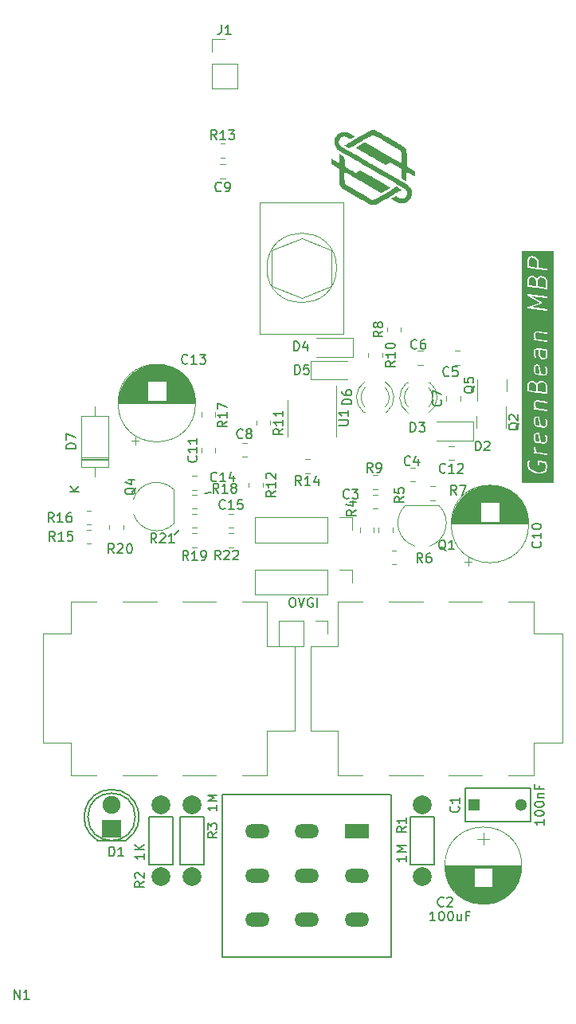
<source format=gbr>
%TF.GenerationSoftware,KiCad,Pcbnew,7.0.5.1-1-g8f565ef7f0-dirty-deb11*%
%TF.CreationDate,2023-08-09T09:16:15+00:00*%
%TF.ProjectId,GreenBean,47726565-6e42-4656-916e-2e6b69636164,rev?*%
%TF.SameCoordinates,Original*%
%TF.FileFunction,Legend,Top*%
%TF.FilePolarity,Positive*%
%FSLAX46Y46*%
G04 Gerber Fmt 4.6, Leading zero omitted, Abs format (unit mm)*
G04 Created by KiCad (PCBNEW 7.0.5.1-1-g8f565ef7f0-dirty-deb11) date 2023-08-09 09:16:15*
%MOMM*%
%LPD*%
G01*
G04 APERTURE LIST*
%ADD10C,0.150000*%
%ADD11C,0.120000*%
%ADD12R,2.600000X1.500000*%
%ADD13O,2.600000X1.500000*%
%ADD14R,2.000000X1.900000*%
%ADD15C,1.900000*%
%ADD16C,1.998980*%
%ADD17R,1.300000X1.300000*%
%ADD18C,1.300000*%
G04 APERTURE END LIST*
D10*
X129210000Y-106300000D02*
X129710000Y-105800000D01*
X133110000Y-101800000D02*
X132410000Y-101900000D01*
G36*
X167837087Y-95602331D02*
G01*
X167997329Y-96423576D01*
X167735539Y-96390852D01*
X167577806Y-96292269D01*
X167499104Y-96125027D01*
X167499104Y-95779589D01*
X167572191Y-95642549D01*
X167718852Y-95587552D01*
X167837087Y-95602331D01*
G37*
G36*
X167837087Y-93888045D02*
G01*
X167997329Y-94709290D01*
X167735539Y-94676566D01*
X167577806Y-94577983D01*
X167499104Y-94410741D01*
X167499104Y-94065303D01*
X167572191Y-93928263D01*
X167718852Y-93873266D01*
X167837087Y-93888045D01*
G37*
G36*
X168350765Y-90142731D02*
G01*
X168518068Y-90247295D01*
X168598949Y-90338286D01*
X168682438Y-90515699D01*
X168682438Y-91175880D01*
X167784819Y-91063678D01*
X167784819Y-90475892D01*
X167869376Y-90232787D01*
X167939409Y-90171509D01*
X168099804Y-90111360D01*
X168350765Y-90142731D01*
G37*
G36*
X167303145Y-90107016D02*
G01*
X167470448Y-90211581D01*
X167551330Y-90302574D01*
X167633990Y-90478224D01*
X167633828Y-90481532D01*
X167634819Y-90483254D01*
X167634819Y-91044928D01*
X166832438Y-90944630D01*
X166832438Y-90362921D01*
X166912393Y-90213006D01*
X166987030Y-90147698D01*
X167147423Y-90087551D01*
X167303145Y-90107016D01*
G37*
G36*
X167837087Y-88364235D02*
G01*
X167997329Y-89185480D01*
X167735539Y-89152756D01*
X167577806Y-89054173D01*
X167499104Y-88886931D01*
X167499104Y-88541493D01*
X167572191Y-88404453D01*
X167718852Y-88349456D01*
X167837087Y-88364235D01*
G37*
G36*
X168611921Y-86746804D02*
G01*
X168682438Y-86896651D01*
X168682438Y-87337326D01*
X168609350Y-87474366D01*
X168462689Y-87529364D01*
X168306967Y-87509898D01*
X168149235Y-87411315D01*
X168070533Y-87244074D01*
X168070533Y-86789577D01*
X168072771Y-86772639D01*
X168065861Y-86757955D01*
X168061290Y-86742388D01*
X168056638Y-86738357D01*
X168026156Y-86673583D01*
X168611921Y-86746804D01*
G37*
G36*
X168350765Y-78999873D02*
G01*
X168518068Y-79104437D01*
X168598949Y-79195428D01*
X168682438Y-79372841D01*
X168682438Y-80033022D01*
X167784819Y-79920820D01*
X167784819Y-79333034D01*
X167869376Y-79089929D01*
X167939409Y-79028651D01*
X168099804Y-78968502D01*
X168350765Y-78999873D01*
G37*
G36*
X167303145Y-78964158D02*
G01*
X167470448Y-79068723D01*
X167551330Y-79159716D01*
X167633990Y-79335366D01*
X167633828Y-79338674D01*
X167634819Y-79340396D01*
X167634819Y-79902070D01*
X166832438Y-79801772D01*
X166832438Y-79220063D01*
X166912393Y-79070148D01*
X166987030Y-79004840D01*
X167147423Y-78944693D01*
X167303145Y-78964158D01*
G37*
G36*
X167398383Y-76880825D02*
G01*
X167565687Y-76985390D01*
X167646568Y-77076380D01*
X167730057Y-77253793D01*
X167730057Y-77913974D01*
X166832438Y-77801772D01*
X166832438Y-77124825D01*
X166912393Y-76974910D01*
X166987030Y-76909602D01*
X167147423Y-76849455D01*
X167398383Y-76880825D01*
G37*
G36*
X169520714Y-100810714D02*
G01*
X166124286Y-100810714D01*
X166124286Y-98917485D01*
X166679294Y-98917485D01*
X166685738Y-98937623D01*
X166691681Y-98957861D01*
X166692418Y-98958500D01*
X166779478Y-99230560D01*
X166781990Y-99246588D01*
X166793343Y-99259361D01*
X166802927Y-99273511D01*
X166807759Y-99275578D01*
X166979930Y-99469271D01*
X166984727Y-99479434D01*
X167181930Y-99602686D01*
X167186674Y-99609046D01*
X167200253Y-99614138D01*
X167203021Y-99615868D01*
X167210303Y-99617907D01*
X167576309Y-99755160D01*
X167583426Y-99761100D01*
X167596510Y-99762735D01*
X167598341Y-99763422D01*
X167607190Y-99764070D01*
X167878887Y-99798032D01*
X167887746Y-99802277D01*
X167900294Y-99800708D01*
X167901691Y-99800883D01*
X167910962Y-99799374D01*
X168277897Y-99753507D01*
X168286962Y-99755463D01*
X168299314Y-99750830D01*
X168301249Y-99750589D01*
X168309365Y-99747061D01*
X168490617Y-99679091D01*
X168504537Y-99677022D01*
X168519009Y-99664358D01*
X168534382Y-99652808D01*
X168535425Y-99649994D01*
X168710058Y-99497191D01*
X168725803Y-99484850D01*
X168730172Y-99472286D01*
X168737305Y-99461070D01*
X168737260Y-99451908D01*
X168825348Y-99198654D01*
X168832438Y-99187623D01*
X168832438Y-99167425D01*
X168833428Y-99147289D01*
X168832438Y-99145568D01*
X168832438Y-98984988D01*
X168835582Y-98973241D01*
X168829134Y-98953092D01*
X168823195Y-98932865D01*
X168822457Y-98932225D01*
X168735397Y-98660165D01*
X168732886Y-98644138D01*
X168721532Y-98631365D01*
X168711949Y-98617215D01*
X168707116Y-98615147D01*
X168633704Y-98532560D01*
X168631928Y-98526897D01*
X168619306Y-98516361D01*
X168615853Y-98512477D01*
X168611073Y-98509490D01*
X168598115Y-98498674D01*
X168592677Y-98497994D01*
X168588032Y-98495091D01*
X168571158Y-98495304D01*
X167910259Y-98412692D01*
X167889171Y-98409660D01*
X167878306Y-98414621D01*
X167866517Y-98416539D01*
X167858687Y-98423581D01*
X167849107Y-98427956D01*
X167842648Y-98438006D01*
X167833770Y-98445991D01*
X167830990Y-98456145D01*
X167825295Y-98465008D01*
X167825295Y-98476955D01*
X167822143Y-98488472D01*
X167825295Y-98498518D01*
X167825295Y-98878764D01*
X167834538Y-98910242D01*
X167867824Y-98939084D01*
X167911419Y-98945352D01*
X167951483Y-98927056D01*
X167975295Y-98890004D01*
X167975295Y-98571988D01*
X168529655Y-98641283D01*
X168595602Y-98715473D01*
X168682438Y-98986833D01*
X168682438Y-99152929D01*
X168597881Y-99396032D01*
X168432608Y-99540645D01*
X168263178Y-99604181D01*
X167900295Y-99649541D01*
X167632645Y-99616085D01*
X167267000Y-99478968D01*
X167092047Y-99369622D01*
X166919272Y-99175250D01*
X166832438Y-98903892D01*
X166832438Y-98648636D01*
X166923927Y-98477096D01*
X166930584Y-98444972D01*
X166914787Y-98403859D01*
X166879270Y-98377813D01*
X166835310Y-98375103D01*
X166796863Y-98396590D01*
X166692696Y-98591902D01*
X166682438Y-98607865D01*
X166682438Y-98622199D01*
X166679530Y-98636231D01*
X166682438Y-98643799D01*
X166682438Y-98905737D01*
X166679294Y-98917485D01*
X166124286Y-98917485D01*
X166124286Y-97571805D01*
X167345952Y-97571805D01*
X167359137Y-97613828D01*
X167392949Y-97642052D01*
X167790217Y-97691710D01*
X167806043Y-97696142D01*
X167811716Y-97694398D01*
X168758834Y-97812788D01*
X168791215Y-97807521D01*
X168823963Y-97778069D01*
X168835590Y-97735588D01*
X168822405Y-97693564D01*
X168788592Y-97665341D01*
X167830776Y-97545613D01*
X167663473Y-97441049D01*
X167582591Y-97350056D01*
X167499104Y-97172646D01*
X167499104Y-96988153D01*
X167489861Y-96956675D01*
X167456575Y-96927833D01*
X167412980Y-96921565D01*
X167372916Y-96939861D01*
X167349104Y-96976913D01*
X167349104Y-97184480D01*
X167346866Y-97201420D01*
X167353775Y-97216103D01*
X167358347Y-97231671D01*
X167362998Y-97235701D01*
X167446909Y-97414012D01*
X167448656Y-97425160D01*
X167463440Y-97441792D01*
X167477838Y-97458029D01*
X167477884Y-97458041D01*
X167521343Y-97506934D01*
X167422708Y-97494605D01*
X167390327Y-97499872D01*
X167357579Y-97529324D01*
X167345952Y-97571805D01*
X166124286Y-97571805D01*
X166124286Y-95767184D01*
X167346196Y-95767184D01*
X167349104Y-95774752D01*
X167349104Y-96136861D01*
X167346866Y-96153801D01*
X167353775Y-96168484D01*
X167358347Y-96184052D01*
X167362998Y-96188082D01*
X167442123Y-96356225D01*
X167442118Y-96356271D01*
X167451349Y-96375828D01*
X167456071Y-96385863D01*
X167456100Y-96385896D01*
X167460917Y-96396101D01*
X167470411Y-96402035D01*
X167477838Y-96410410D01*
X167488697Y-96413463D01*
X167665707Y-96524094D01*
X167678664Y-96534910D01*
X167694978Y-96536949D01*
X167710804Y-96541380D01*
X167716476Y-96539636D01*
X168066503Y-96583389D01*
X168072518Y-96586844D01*
X168087963Y-96586072D01*
X168459140Y-96632469D01*
X168477437Y-96636416D01*
X168491100Y-96631292D01*
X168505500Y-96628950D01*
X168511331Y-96623705D01*
X168673554Y-96562872D01*
X168679566Y-96563243D01*
X168693840Y-96555265D01*
X168698630Y-96553469D01*
X168703207Y-96550029D01*
X168718013Y-96541755D01*
X168720548Y-96537000D01*
X168724859Y-96533762D01*
X168730759Y-96517855D01*
X168822181Y-96346439D01*
X168832438Y-96330481D01*
X168832438Y-96316147D01*
X168835346Y-96302115D01*
X168832438Y-96294546D01*
X168832438Y-95932435D01*
X168834676Y-95915497D01*
X168827766Y-95900813D01*
X168823195Y-95885246D01*
X168818543Y-95881215D01*
X168725470Y-95683434D01*
X168703704Y-95658888D01*
X168661305Y-95646965D01*
X168619191Y-95659856D01*
X168590731Y-95693469D01*
X168584962Y-95737134D01*
X168682438Y-95944271D01*
X168682438Y-96289708D01*
X168609350Y-96426748D01*
X168462689Y-96481746D01*
X168153978Y-96443157D01*
X167977268Y-95537513D01*
X167978447Y-95533207D01*
X167973107Y-95516188D01*
X167971842Y-95509703D01*
X167969893Y-95505944D01*
X167965262Y-95491183D01*
X167959934Y-95486736D01*
X167956742Y-95480578D01*
X167943327Y-95472874D01*
X167931449Y-95462960D01*
X167924563Y-95462099D01*
X167918548Y-95458645D01*
X167903098Y-95459416D01*
X167722401Y-95436829D01*
X167704105Y-95432883D01*
X167690441Y-95438006D01*
X167676041Y-95440349D01*
X167670209Y-95445593D01*
X167507986Y-95506426D01*
X167501975Y-95506056D01*
X167487701Y-95514033D01*
X167482913Y-95515829D01*
X167478337Y-95519266D01*
X167463529Y-95527543D01*
X167460992Y-95532298D01*
X167456684Y-95535536D01*
X167450785Y-95551437D01*
X167359365Y-95722850D01*
X167349104Y-95738818D01*
X167349104Y-95753153D01*
X167346196Y-95767184D01*
X166124286Y-95767184D01*
X166124286Y-94052898D01*
X167346196Y-94052898D01*
X167349104Y-94060466D01*
X167349104Y-94422575D01*
X167346866Y-94439515D01*
X167353775Y-94454198D01*
X167358347Y-94469766D01*
X167362998Y-94473796D01*
X167442123Y-94641939D01*
X167442118Y-94641985D01*
X167451349Y-94661542D01*
X167456071Y-94671577D01*
X167456100Y-94671610D01*
X167460917Y-94681815D01*
X167470411Y-94687749D01*
X167477838Y-94696124D01*
X167488697Y-94699177D01*
X167665707Y-94809808D01*
X167678664Y-94820624D01*
X167694978Y-94822663D01*
X167710804Y-94827094D01*
X167716476Y-94825350D01*
X168066503Y-94869103D01*
X168072518Y-94872558D01*
X168087963Y-94871786D01*
X168459140Y-94918183D01*
X168477437Y-94922130D01*
X168491100Y-94917006D01*
X168505500Y-94914664D01*
X168511331Y-94909419D01*
X168673554Y-94848586D01*
X168679566Y-94848957D01*
X168693840Y-94840979D01*
X168698630Y-94839183D01*
X168703207Y-94835743D01*
X168718013Y-94827469D01*
X168720548Y-94822714D01*
X168724859Y-94819476D01*
X168730759Y-94803569D01*
X168822181Y-94632153D01*
X168832438Y-94616195D01*
X168832438Y-94601861D01*
X168835346Y-94587829D01*
X168832438Y-94580260D01*
X168832438Y-94218149D01*
X168834676Y-94201211D01*
X168827766Y-94186527D01*
X168823195Y-94170960D01*
X168818543Y-94166929D01*
X168725470Y-93969148D01*
X168703704Y-93944602D01*
X168661305Y-93932679D01*
X168619191Y-93945570D01*
X168590731Y-93979183D01*
X168584962Y-94022848D01*
X168682438Y-94229985D01*
X168682438Y-94575422D01*
X168609350Y-94712462D01*
X168462689Y-94767460D01*
X168153978Y-94728871D01*
X167977268Y-93823227D01*
X167978447Y-93818921D01*
X167973107Y-93801902D01*
X167971842Y-93795417D01*
X167969893Y-93791658D01*
X167965262Y-93776897D01*
X167959934Y-93772450D01*
X167956742Y-93766292D01*
X167943327Y-93758588D01*
X167931449Y-93748674D01*
X167924563Y-93747813D01*
X167918548Y-93744359D01*
X167903098Y-93745130D01*
X167722401Y-93722543D01*
X167704105Y-93718597D01*
X167690441Y-93723720D01*
X167676041Y-93726063D01*
X167670209Y-93731307D01*
X167507986Y-93792140D01*
X167501975Y-93791770D01*
X167487701Y-93799747D01*
X167482913Y-93801543D01*
X167478337Y-93804980D01*
X167463529Y-93813257D01*
X167460992Y-93818012D01*
X167456684Y-93821250D01*
X167450785Y-93837151D01*
X167359365Y-94008564D01*
X167349104Y-94024532D01*
X167349104Y-94038867D01*
X167346196Y-94052898D01*
X166124286Y-94052898D01*
X166124286Y-92905138D01*
X167345952Y-92905138D01*
X167359137Y-92947161D01*
X167392949Y-92975385D01*
X167588861Y-92999874D01*
X167593508Y-93002778D01*
X167610384Y-93002564D01*
X168758834Y-93146121D01*
X168791215Y-93140854D01*
X168823963Y-93111402D01*
X168835590Y-93068921D01*
X168822405Y-93026897D01*
X168788592Y-92998674D01*
X167651886Y-92856585D01*
X167582591Y-92778627D01*
X167499104Y-92601217D01*
X167499104Y-92351017D01*
X167572191Y-92213977D01*
X167718851Y-92158980D01*
X168758834Y-92288978D01*
X168791216Y-92283711D01*
X168823964Y-92254259D01*
X168835591Y-92211778D01*
X168822405Y-92169755D01*
X168788593Y-92141531D01*
X167722401Y-92008257D01*
X167704105Y-92004311D01*
X167690441Y-92009434D01*
X167676041Y-92011777D01*
X167670209Y-92017021D01*
X167507986Y-92077854D01*
X167501975Y-92077484D01*
X167487701Y-92085461D01*
X167482913Y-92087257D01*
X167478337Y-92090694D01*
X167463529Y-92098971D01*
X167460992Y-92103726D01*
X167456684Y-92106964D01*
X167450785Y-92122865D01*
X167359365Y-92294278D01*
X167349104Y-92310246D01*
X167349104Y-92324581D01*
X167346196Y-92338612D01*
X167349104Y-92346180D01*
X167349103Y-92613051D01*
X167346866Y-92629991D01*
X167353775Y-92644674D01*
X167358347Y-92660242D01*
X167362998Y-92664272D01*
X167441098Y-92830236D01*
X167422708Y-92827938D01*
X167390327Y-92833205D01*
X167357579Y-92862657D01*
X167345952Y-92905138D01*
X166124286Y-92905138D01*
X166124286Y-91012281D01*
X166679286Y-91012281D01*
X166685670Y-91032628D01*
X166691681Y-91053099D01*
X166692246Y-91053589D01*
X166692471Y-91054304D01*
X166708860Y-91067984D01*
X166724967Y-91081941D01*
X166725707Y-91082047D01*
X166726283Y-91082528D01*
X166747466Y-91085175D01*
X166768562Y-91088209D01*
X166769243Y-91087898D01*
X167699884Y-91204228D01*
X167720943Y-91207256D01*
X167721622Y-91206945D01*
X168747473Y-91335176D01*
X168768562Y-91338209D01*
X168779426Y-91333247D01*
X168791215Y-91331330D01*
X168799044Y-91324288D01*
X168808626Y-91319913D01*
X168815085Y-91309862D01*
X168823963Y-91301878D01*
X168826742Y-91291723D01*
X168832438Y-91282861D01*
X168832438Y-91270913D01*
X168835590Y-91259397D01*
X168832438Y-91249351D01*
X168832438Y-90503863D01*
X168834676Y-90486925D01*
X168827766Y-90472241D01*
X168823195Y-90456674D01*
X168818543Y-90452643D01*
X168734633Y-90274333D01*
X168732886Y-90263185D01*
X168718174Y-90246635D01*
X168703704Y-90230316D01*
X168703657Y-90230302D01*
X168630180Y-90147642D01*
X168625385Y-90137482D01*
X168615854Y-90131525D01*
X168615853Y-90131524D01*
X168609185Y-90127357D01*
X168420596Y-90009489D01*
X168407640Y-89998674D01*
X168391327Y-89996634D01*
X168375500Y-89992203D01*
X168369825Y-89993947D01*
X168103354Y-89960637D01*
X168085057Y-89956691D01*
X168071393Y-89961814D01*
X168056994Y-89964157D01*
X168051162Y-89969401D01*
X167881401Y-90033061D01*
X167867480Y-90035132D01*
X167853003Y-90047799D01*
X167837637Y-90059345D01*
X167836593Y-90062157D01*
X167757190Y-90131635D01*
X167741454Y-90143972D01*
X167737084Y-90156533D01*
X167729952Y-90167751D01*
X167729996Y-90176913D01*
X167699387Y-90264914D01*
X167687013Y-90238619D01*
X167685266Y-90227471D01*
X167670450Y-90210803D01*
X167656084Y-90194602D01*
X167656037Y-90194589D01*
X167582563Y-90111929D01*
X167577767Y-90101768D01*
X167568235Y-90095811D01*
X167568235Y-90095810D01*
X167562295Y-90092098D01*
X167372977Y-89973774D01*
X167360020Y-89962959D01*
X167343710Y-89960920D01*
X167327881Y-89956488D01*
X167322206Y-89958232D01*
X167150970Y-89936828D01*
X167132675Y-89932882D01*
X167119010Y-89938005D01*
X167104612Y-89940348D01*
X167098780Y-89945592D01*
X166929021Y-90009251D01*
X166915099Y-90011322D01*
X166900623Y-90023988D01*
X166885256Y-90035535D01*
X166884212Y-90038348D01*
X166809215Y-90103971D01*
X166796863Y-90110875D01*
X166787842Y-90127789D01*
X166777571Y-90143943D01*
X166777585Y-90147019D01*
X166692696Y-90306187D01*
X166682438Y-90322150D01*
X166682438Y-90336484D01*
X166679530Y-90350516D01*
X166682438Y-90358084D01*
X166682438Y-91000764D01*
X166679286Y-91012281D01*
X166124286Y-91012281D01*
X166124286Y-88529088D01*
X167346196Y-88529088D01*
X167349104Y-88536656D01*
X167349104Y-88898765D01*
X167346866Y-88915705D01*
X167353775Y-88930388D01*
X167358347Y-88945956D01*
X167362998Y-88949986D01*
X167442123Y-89118129D01*
X167442118Y-89118175D01*
X167451349Y-89137732D01*
X167456071Y-89147767D01*
X167456100Y-89147800D01*
X167460917Y-89158005D01*
X167470411Y-89163939D01*
X167477838Y-89172314D01*
X167488697Y-89175367D01*
X167665707Y-89285998D01*
X167678664Y-89296814D01*
X167694978Y-89298853D01*
X167710804Y-89303284D01*
X167716476Y-89301540D01*
X168066503Y-89345293D01*
X168072518Y-89348748D01*
X168087963Y-89347976D01*
X168459140Y-89394373D01*
X168477437Y-89398320D01*
X168491100Y-89393196D01*
X168505500Y-89390854D01*
X168511331Y-89385609D01*
X168673554Y-89324776D01*
X168679566Y-89325147D01*
X168693840Y-89317169D01*
X168698630Y-89315373D01*
X168703207Y-89311933D01*
X168718013Y-89303659D01*
X168720548Y-89298904D01*
X168724859Y-89295666D01*
X168730759Y-89279759D01*
X168822181Y-89108343D01*
X168832438Y-89092385D01*
X168832438Y-89078051D01*
X168835346Y-89064019D01*
X168832438Y-89056450D01*
X168832438Y-88694339D01*
X168834676Y-88677401D01*
X168827766Y-88662717D01*
X168823195Y-88647150D01*
X168818543Y-88643119D01*
X168725470Y-88445338D01*
X168703704Y-88420792D01*
X168661305Y-88408869D01*
X168619191Y-88421760D01*
X168590731Y-88455373D01*
X168584962Y-88499038D01*
X168682438Y-88706175D01*
X168682438Y-89051612D01*
X168609350Y-89188652D01*
X168462689Y-89243650D01*
X168153978Y-89205061D01*
X167977268Y-88299417D01*
X167978447Y-88295111D01*
X167973107Y-88278092D01*
X167971842Y-88271607D01*
X167969893Y-88267848D01*
X167965262Y-88253087D01*
X167959934Y-88248640D01*
X167956742Y-88242482D01*
X167943327Y-88234778D01*
X167931449Y-88224864D01*
X167924563Y-88224003D01*
X167918548Y-88220549D01*
X167903098Y-88221320D01*
X167722401Y-88198733D01*
X167704105Y-88194787D01*
X167690441Y-88199910D01*
X167676041Y-88202253D01*
X167670209Y-88207497D01*
X167507986Y-88268330D01*
X167501975Y-88267960D01*
X167487701Y-88275937D01*
X167482913Y-88277733D01*
X167478337Y-88281170D01*
X167463529Y-88289447D01*
X167460992Y-88294202D01*
X167456684Y-88297440D01*
X167450785Y-88313341D01*
X167359365Y-88484754D01*
X167349104Y-88500722D01*
X167349104Y-88515057D01*
X167346196Y-88529088D01*
X166124286Y-88529088D01*
X166124286Y-86814802D01*
X167346196Y-86814802D01*
X167349104Y-86822370D01*
X167349104Y-87184479D01*
X167346866Y-87201419D01*
X167353775Y-87216102D01*
X167358347Y-87231670D01*
X167362998Y-87235700D01*
X167456071Y-87433481D01*
X167477838Y-87458028D01*
X167520237Y-87469951D01*
X167562351Y-87457060D01*
X167590811Y-87423446D01*
X167596580Y-87379782D01*
X167499104Y-87172645D01*
X167499104Y-86827207D01*
X167572191Y-86690167D01*
X167718851Y-86635170D01*
X167850016Y-86651566D01*
X167920533Y-86801413D01*
X167920533Y-87255909D01*
X167918295Y-87272848D01*
X167925204Y-87287531D01*
X167929776Y-87303099D01*
X167934427Y-87307129D01*
X168013552Y-87475271D01*
X168013547Y-87475317D01*
X168022778Y-87494874D01*
X168027500Y-87504909D01*
X168027529Y-87504942D01*
X168032346Y-87515147D01*
X168041840Y-87521081D01*
X168049267Y-87529456D01*
X168060126Y-87532509D01*
X168237134Y-87643140D01*
X168250092Y-87653956D01*
X168266404Y-87655995D01*
X168282232Y-87660427D01*
X168287906Y-87658682D01*
X168459140Y-87680087D01*
X168477437Y-87684034D01*
X168491100Y-87678910D01*
X168505500Y-87676568D01*
X168511331Y-87671323D01*
X168673554Y-87610490D01*
X168679566Y-87610861D01*
X168693840Y-87602883D01*
X168698630Y-87601087D01*
X168703207Y-87597647D01*
X168718013Y-87589373D01*
X168720548Y-87584618D01*
X168724859Y-87581380D01*
X168730759Y-87565473D01*
X168822181Y-87394057D01*
X168832438Y-87378099D01*
X168832438Y-87363765D01*
X168835346Y-87349733D01*
X168832438Y-87342164D01*
X168832438Y-86884815D01*
X168834676Y-86867877D01*
X168827766Y-86853193D01*
X168823195Y-86837626D01*
X168818543Y-86833595D01*
X168784386Y-86761011D01*
X168791216Y-86759901D01*
X168823964Y-86730449D01*
X168835591Y-86687968D01*
X168822405Y-86645945D01*
X168788593Y-86617721D01*
X168677085Y-86603782D01*
X168661305Y-86599345D01*
X168655586Y-86601095D01*
X167915180Y-86508544D01*
X167899400Y-86504107D01*
X167893681Y-86505857D01*
X167722401Y-86484447D01*
X167704105Y-86480501D01*
X167690441Y-86485624D01*
X167676041Y-86487967D01*
X167670209Y-86493211D01*
X167507986Y-86554044D01*
X167501975Y-86553674D01*
X167487701Y-86561651D01*
X167482913Y-86563447D01*
X167478337Y-86566884D01*
X167463529Y-86575161D01*
X167460992Y-86579916D01*
X167456684Y-86583154D01*
X167450785Y-86599055D01*
X167359365Y-86770468D01*
X167349104Y-86786436D01*
X167349104Y-86800771D01*
X167346196Y-86814802D01*
X166124286Y-86814802D01*
X166124286Y-85571804D01*
X167345952Y-85571804D01*
X167359137Y-85613827D01*
X167392949Y-85642051D01*
X167588861Y-85666540D01*
X167593508Y-85669444D01*
X167610384Y-85669230D01*
X168758834Y-85812787D01*
X168791215Y-85807520D01*
X168823963Y-85778068D01*
X168835590Y-85735587D01*
X168822405Y-85693563D01*
X168788592Y-85665340D01*
X167651886Y-85523251D01*
X167582591Y-85445293D01*
X167499104Y-85267883D01*
X167499104Y-85017683D01*
X167572191Y-84880643D01*
X167718851Y-84825646D01*
X168758834Y-84955644D01*
X168791216Y-84950377D01*
X168823964Y-84920925D01*
X168835591Y-84878444D01*
X168822405Y-84836421D01*
X168788593Y-84808197D01*
X167722401Y-84674923D01*
X167704105Y-84670977D01*
X167690441Y-84676100D01*
X167676041Y-84678443D01*
X167670209Y-84683687D01*
X167507986Y-84744520D01*
X167501975Y-84744150D01*
X167487701Y-84752127D01*
X167482913Y-84753923D01*
X167478337Y-84757360D01*
X167463529Y-84765637D01*
X167460992Y-84770392D01*
X167456684Y-84773630D01*
X167450785Y-84789531D01*
X167359365Y-84960944D01*
X167349104Y-84976912D01*
X167349104Y-84991247D01*
X167346196Y-85005278D01*
X167349104Y-85012846D01*
X167349103Y-85279717D01*
X167346866Y-85296657D01*
X167353775Y-85311340D01*
X167358347Y-85326908D01*
X167362998Y-85330938D01*
X167441098Y-85496902D01*
X167422708Y-85494604D01*
X167390327Y-85499871D01*
X167357579Y-85529323D01*
X167345952Y-85571804D01*
X166124286Y-85571804D01*
X166124286Y-82155137D01*
X166679286Y-82155137D01*
X166684556Y-82171934D01*
X166687820Y-82189237D01*
X166691059Y-82192661D01*
X166692471Y-82197160D01*
X166705989Y-82208444D01*
X166718087Y-82221233D01*
X166722663Y-82222362D01*
X166726283Y-82225384D01*
X166743752Y-82227567D01*
X166760847Y-82231787D01*
X166765309Y-82230262D01*
X168758834Y-82479453D01*
X168791215Y-82474186D01*
X168823963Y-82444734D01*
X168835590Y-82402253D01*
X168822404Y-82360229D01*
X168788592Y-82332006D01*
X167089238Y-82119586D01*
X168210071Y-81736635D01*
X168230668Y-81729752D01*
X168237868Y-81720793D01*
X168247260Y-81714162D01*
X168251382Y-81703981D01*
X168258261Y-81695424D01*
X168259475Y-81683995D01*
X168263791Y-81673339D01*
X168261755Y-81662547D01*
X168262916Y-81651627D01*
X168257757Y-81641353D01*
X168255627Y-81630058D01*
X168248081Y-81622081D01*
X168243153Y-81612266D01*
X168233258Y-81606411D01*
X168225360Y-81598062D01*
X168214698Y-81595430D01*
X167106139Y-80939532D01*
X168758834Y-81146119D01*
X168791215Y-81140852D01*
X168823963Y-81111400D01*
X168835590Y-81068919D01*
X168822404Y-81026895D01*
X168788592Y-80998672D01*
X166771367Y-80746518D01*
X166754552Y-80742249D01*
X166739416Y-80747307D01*
X166723660Y-80749870D01*
X166718878Y-80754170D01*
X166712779Y-80756209D01*
X166702778Y-80768650D01*
X166690913Y-80779322D01*
X166689215Y-80785523D01*
X166685186Y-80790537D01*
X166683498Y-80806410D01*
X166679286Y-80821803D01*
X166681210Y-80827937D01*
X166680531Y-80834334D01*
X166687693Y-80848599D01*
X166692471Y-80863826D01*
X166697407Y-80867947D01*
X166700294Y-80873695D01*
X166714030Y-80881822D01*
X166726283Y-80892050D01*
X166732664Y-80892847D01*
X168007722Y-81647257D01*
X166739159Y-82080682D01*
X166723660Y-82083204D01*
X166710571Y-82094975D01*
X166696187Y-82105133D01*
X166694416Y-82109504D01*
X166690913Y-82112656D01*
X166686267Y-82129628D01*
X166679656Y-82145956D01*
X166680530Y-82150590D01*
X166679286Y-82155137D01*
X166124286Y-82155137D01*
X166124286Y-79869423D01*
X166679286Y-79869423D01*
X166685670Y-79889770D01*
X166691681Y-79910241D01*
X166692246Y-79910731D01*
X166692471Y-79911446D01*
X166708860Y-79925126D01*
X166724967Y-79939083D01*
X166725707Y-79939189D01*
X166726283Y-79939670D01*
X166747466Y-79942317D01*
X166768562Y-79945351D01*
X166769243Y-79945040D01*
X167699884Y-80061370D01*
X167720943Y-80064398D01*
X167721622Y-80064087D01*
X168747473Y-80192318D01*
X168768562Y-80195351D01*
X168779426Y-80190389D01*
X168791215Y-80188472D01*
X168799044Y-80181430D01*
X168808626Y-80177055D01*
X168815085Y-80167004D01*
X168823963Y-80159020D01*
X168826742Y-80148865D01*
X168832438Y-80140003D01*
X168832438Y-80128055D01*
X168835590Y-80116539D01*
X168832438Y-80106493D01*
X168832438Y-79361005D01*
X168834676Y-79344067D01*
X168827766Y-79329383D01*
X168823195Y-79313816D01*
X168818543Y-79309785D01*
X168734633Y-79131475D01*
X168732886Y-79120327D01*
X168718174Y-79103777D01*
X168703704Y-79087458D01*
X168703657Y-79087444D01*
X168630180Y-79004784D01*
X168625385Y-78994624D01*
X168615854Y-78988667D01*
X168615853Y-78988666D01*
X168609185Y-78984499D01*
X168420596Y-78866631D01*
X168407640Y-78855816D01*
X168391327Y-78853776D01*
X168375500Y-78849345D01*
X168369825Y-78851089D01*
X168103354Y-78817779D01*
X168085057Y-78813833D01*
X168071393Y-78818956D01*
X168056994Y-78821299D01*
X168051162Y-78826543D01*
X167881401Y-78890203D01*
X167867480Y-78892274D01*
X167853003Y-78904941D01*
X167837637Y-78916487D01*
X167836593Y-78919299D01*
X167757190Y-78988777D01*
X167741454Y-79001114D01*
X167737084Y-79013675D01*
X167729952Y-79024893D01*
X167729996Y-79034055D01*
X167699387Y-79122056D01*
X167687013Y-79095761D01*
X167685266Y-79084613D01*
X167670450Y-79067945D01*
X167656084Y-79051744D01*
X167656037Y-79051731D01*
X167582563Y-78969071D01*
X167577767Y-78958910D01*
X167568235Y-78952953D01*
X167568235Y-78952952D01*
X167562295Y-78949240D01*
X167372977Y-78830916D01*
X167360020Y-78820101D01*
X167343710Y-78818062D01*
X167327881Y-78813630D01*
X167322206Y-78815374D01*
X167150970Y-78793970D01*
X167132675Y-78790024D01*
X167119010Y-78795147D01*
X167104612Y-78797490D01*
X167098780Y-78802734D01*
X166929021Y-78866393D01*
X166915099Y-78868464D01*
X166900623Y-78881130D01*
X166885256Y-78892677D01*
X166884212Y-78895490D01*
X166809215Y-78961113D01*
X166796863Y-78968017D01*
X166787842Y-78984931D01*
X166777571Y-79001085D01*
X166777585Y-79004161D01*
X166692696Y-79163329D01*
X166682438Y-79179292D01*
X166682438Y-79193626D01*
X166679530Y-79207658D01*
X166682438Y-79215226D01*
X166682438Y-79857906D01*
X166679286Y-79869423D01*
X166124286Y-79869423D01*
X166124286Y-77869423D01*
X166679286Y-77869423D01*
X166685670Y-77889770D01*
X166691681Y-77910241D01*
X166692246Y-77910731D01*
X166692471Y-77911446D01*
X166708860Y-77925126D01*
X166724967Y-77939083D01*
X166725707Y-77939189D01*
X166726283Y-77939670D01*
X166747466Y-77942317D01*
X166768562Y-77945351D01*
X166769243Y-77945040D01*
X167795109Y-78073273D01*
X167816181Y-78076303D01*
X167816861Y-78075992D01*
X168758834Y-78193739D01*
X168791215Y-78188472D01*
X168823963Y-78159020D01*
X168835590Y-78116539D01*
X168822404Y-78074515D01*
X168788592Y-78046292D01*
X167880057Y-77932725D01*
X167880057Y-77241957D01*
X167882295Y-77225019D01*
X167875385Y-77210335D01*
X167870814Y-77194768D01*
X167866162Y-77190737D01*
X167782252Y-77012428D01*
X167780505Y-77001278D01*
X167765521Y-76984421D01*
X167751323Y-76968410D01*
X167751276Y-76968396D01*
X167677801Y-76885739D01*
X167673005Y-76875577D01*
X167468213Y-76747582D01*
X167455258Y-76736768D01*
X167438948Y-76734729D01*
X167423119Y-76730297D01*
X167417444Y-76732041D01*
X167150970Y-76698732D01*
X167132675Y-76694786D01*
X167119010Y-76699909D01*
X167104612Y-76702252D01*
X167098781Y-76707496D01*
X166929021Y-76771155D01*
X166915099Y-76773226D01*
X166900623Y-76785892D01*
X166885256Y-76797439D01*
X166884212Y-76800252D01*
X166809215Y-76865875D01*
X166796863Y-76872779D01*
X166787842Y-76889693D01*
X166777571Y-76905847D01*
X166777585Y-76908923D01*
X166692696Y-77068091D01*
X166682438Y-77084054D01*
X166682438Y-77098388D01*
X166679530Y-77112420D01*
X166682438Y-77119988D01*
X166682438Y-77857906D01*
X166679286Y-77869423D01*
X166124286Y-77869423D01*
X166124286Y-76195237D01*
X169520714Y-76195237D01*
X169520714Y-100810714D01*
G37*
%TO.C,J1*%
X134176666Y-52124819D02*
X134176666Y-52839104D01*
X134176666Y-52839104D02*
X134129047Y-52981961D01*
X134129047Y-52981961D02*
X134033809Y-53077200D01*
X134033809Y-53077200D02*
X133890952Y-53124819D01*
X133890952Y-53124819D02*
X133795714Y-53124819D01*
X135176666Y-53124819D02*
X134605238Y-53124819D01*
X134890952Y-53124819D02*
X134890952Y-52124819D01*
X134890952Y-52124819D02*
X134795714Y-52267676D01*
X134795714Y-52267676D02*
X134700476Y-52362914D01*
X134700476Y-52362914D02*
X134605238Y-52410533D01*
%TO.C,JOVGI1*%
X141638095Y-113004819D02*
X141828571Y-113004819D01*
X141828571Y-113004819D02*
X141923809Y-113052438D01*
X141923809Y-113052438D02*
X142019047Y-113147676D01*
X142019047Y-113147676D02*
X142066666Y-113338152D01*
X142066666Y-113338152D02*
X142066666Y-113671485D01*
X142066666Y-113671485D02*
X142019047Y-113861961D01*
X142019047Y-113861961D02*
X141923809Y-113957200D01*
X141923809Y-113957200D02*
X141828571Y-114004819D01*
X141828571Y-114004819D02*
X141638095Y-114004819D01*
X141638095Y-114004819D02*
X141542857Y-113957200D01*
X141542857Y-113957200D02*
X141447619Y-113861961D01*
X141447619Y-113861961D02*
X141400000Y-113671485D01*
X141400000Y-113671485D02*
X141400000Y-113338152D01*
X141400000Y-113338152D02*
X141447619Y-113147676D01*
X141447619Y-113147676D02*
X141542857Y-113052438D01*
X141542857Y-113052438D02*
X141638095Y-113004819D01*
X142352381Y-113004819D02*
X142685714Y-114004819D01*
X142685714Y-114004819D02*
X143019047Y-113004819D01*
X143876190Y-113052438D02*
X143780952Y-113004819D01*
X143780952Y-113004819D02*
X143638095Y-113004819D01*
X143638095Y-113004819D02*
X143495238Y-113052438D01*
X143495238Y-113052438D02*
X143400000Y-113147676D01*
X143400000Y-113147676D02*
X143352381Y-113242914D01*
X143352381Y-113242914D02*
X143304762Y-113433390D01*
X143304762Y-113433390D02*
X143304762Y-113576247D01*
X143304762Y-113576247D02*
X143352381Y-113766723D01*
X143352381Y-113766723D02*
X143400000Y-113861961D01*
X143400000Y-113861961D02*
X143495238Y-113957200D01*
X143495238Y-113957200D02*
X143638095Y-114004819D01*
X143638095Y-114004819D02*
X143733333Y-114004819D01*
X143733333Y-114004819D02*
X143876190Y-113957200D01*
X143876190Y-113957200D02*
X143923809Y-113909580D01*
X143923809Y-113909580D02*
X143923809Y-113576247D01*
X143923809Y-113576247D02*
X143733333Y-113576247D01*
X144352381Y-114004819D02*
X144352381Y-113004819D01*
%TO.C,C2*%
X157783333Y-145709580D02*
X157735714Y-145757200D01*
X157735714Y-145757200D02*
X157592857Y-145804819D01*
X157592857Y-145804819D02*
X157497619Y-145804819D01*
X157497619Y-145804819D02*
X157354762Y-145757200D01*
X157354762Y-145757200D02*
X157259524Y-145661961D01*
X157259524Y-145661961D02*
X157211905Y-145566723D01*
X157211905Y-145566723D02*
X157164286Y-145376247D01*
X157164286Y-145376247D02*
X157164286Y-145233390D01*
X157164286Y-145233390D02*
X157211905Y-145042914D01*
X157211905Y-145042914D02*
X157259524Y-144947676D01*
X157259524Y-144947676D02*
X157354762Y-144852438D01*
X157354762Y-144852438D02*
X157497619Y-144804819D01*
X157497619Y-144804819D02*
X157592857Y-144804819D01*
X157592857Y-144804819D02*
X157735714Y-144852438D01*
X157735714Y-144852438D02*
X157783333Y-144900057D01*
X158164286Y-144900057D02*
X158211905Y-144852438D01*
X158211905Y-144852438D02*
X158307143Y-144804819D01*
X158307143Y-144804819D02*
X158545238Y-144804819D01*
X158545238Y-144804819D02*
X158640476Y-144852438D01*
X158640476Y-144852438D02*
X158688095Y-144900057D01*
X158688095Y-144900057D02*
X158735714Y-144995295D01*
X158735714Y-144995295D02*
X158735714Y-145090533D01*
X158735714Y-145090533D02*
X158688095Y-145233390D01*
X158688095Y-145233390D02*
X158116667Y-145804819D01*
X158116667Y-145804819D02*
X158735714Y-145804819D01*
X156902380Y-147304819D02*
X156330952Y-147304819D01*
X156616666Y-147304819D02*
X156616666Y-146304819D01*
X156616666Y-146304819D02*
X156521428Y-146447676D01*
X156521428Y-146447676D02*
X156426190Y-146542914D01*
X156426190Y-146542914D02*
X156330952Y-146590533D01*
X157521428Y-146304819D02*
X157616666Y-146304819D01*
X157616666Y-146304819D02*
X157711904Y-146352438D01*
X157711904Y-146352438D02*
X157759523Y-146400057D01*
X157759523Y-146400057D02*
X157807142Y-146495295D01*
X157807142Y-146495295D02*
X157854761Y-146685771D01*
X157854761Y-146685771D02*
X157854761Y-146923866D01*
X157854761Y-146923866D02*
X157807142Y-147114342D01*
X157807142Y-147114342D02*
X157759523Y-147209580D01*
X157759523Y-147209580D02*
X157711904Y-147257200D01*
X157711904Y-147257200D02*
X157616666Y-147304819D01*
X157616666Y-147304819D02*
X157521428Y-147304819D01*
X157521428Y-147304819D02*
X157426190Y-147257200D01*
X157426190Y-147257200D02*
X157378571Y-147209580D01*
X157378571Y-147209580D02*
X157330952Y-147114342D01*
X157330952Y-147114342D02*
X157283333Y-146923866D01*
X157283333Y-146923866D02*
X157283333Y-146685771D01*
X157283333Y-146685771D02*
X157330952Y-146495295D01*
X157330952Y-146495295D02*
X157378571Y-146400057D01*
X157378571Y-146400057D02*
X157426190Y-146352438D01*
X157426190Y-146352438D02*
X157521428Y-146304819D01*
X158473809Y-146304819D02*
X158569047Y-146304819D01*
X158569047Y-146304819D02*
X158664285Y-146352438D01*
X158664285Y-146352438D02*
X158711904Y-146400057D01*
X158711904Y-146400057D02*
X158759523Y-146495295D01*
X158759523Y-146495295D02*
X158807142Y-146685771D01*
X158807142Y-146685771D02*
X158807142Y-146923866D01*
X158807142Y-146923866D02*
X158759523Y-147114342D01*
X158759523Y-147114342D02*
X158711904Y-147209580D01*
X158711904Y-147209580D02*
X158664285Y-147257200D01*
X158664285Y-147257200D02*
X158569047Y-147304819D01*
X158569047Y-147304819D02*
X158473809Y-147304819D01*
X158473809Y-147304819D02*
X158378571Y-147257200D01*
X158378571Y-147257200D02*
X158330952Y-147209580D01*
X158330952Y-147209580D02*
X158283333Y-147114342D01*
X158283333Y-147114342D02*
X158235714Y-146923866D01*
X158235714Y-146923866D02*
X158235714Y-146685771D01*
X158235714Y-146685771D02*
X158283333Y-146495295D01*
X158283333Y-146495295D02*
X158330952Y-146400057D01*
X158330952Y-146400057D02*
X158378571Y-146352438D01*
X158378571Y-146352438D02*
X158473809Y-146304819D01*
X159664285Y-146638152D02*
X159664285Y-147304819D01*
X159235714Y-146638152D02*
X159235714Y-147161961D01*
X159235714Y-147161961D02*
X159283333Y-147257200D01*
X159283333Y-147257200D02*
X159378571Y-147304819D01*
X159378571Y-147304819D02*
X159521428Y-147304819D01*
X159521428Y-147304819D02*
X159616666Y-147257200D01*
X159616666Y-147257200D02*
X159664285Y-147209580D01*
X160473809Y-146781009D02*
X160140476Y-146781009D01*
X160140476Y-147304819D02*
X160140476Y-146304819D01*
X160140476Y-146304819D02*
X160616666Y-146304819D01*
%TO.C,D1*%
X122261905Y-140454819D02*
X122261905Y-139454819D01*
X122261905Y-139454819D02*
X122500000Y-139454819D01*
X122500000Y-139454819D02*
X122642857Y-139502438D01*
X122642857Y-139502438D02*
X122738095Y-139597676D01*
X122738095Y-139597676D02*
X122785714Y-139692914D01*
X122785714Y-139692914D02*
X122833333Y-139883390D01*
X122833333Y-139883390D02*
X122833333Y-140026247D01*
X122833333Y-140026247D02*
X122785714Y-140216723D01*
X122785714Y-140216723D02*
X122738095Y-140311961D01*
X122738095Y-140311961D02*
X122642857Y-140407200D01*
X122642857Y-140407200D02*
X122500000Y-140454819D01*
X122500000Y-140454819D02*
X122261905Y-140454819D01*
X123785714Y-140454819D02*
X123214286Y-140454819D01*
X123500000Y-140454819D02*
X123500000Y-139454819D01*
X123500000Y-139454819D02*
X123404762Y-139597676D01*
X123404762Y-139597676D02*
X123309524Y-139692914D01*
X123309524Y-139692914D02*
X123214286Y-139740533D01*
%TO.C,R1*%
X153804819Y-137316666D02*
X153328628Y-137649999D01*
X153804819Y-137888094D02*
X152804819Y-137888094D01*
X152804819Y-137888094D02*
X152804819Y-137507142D01*
X152804819Y-137507142D02*
X152852438Y-137411904D01*
X152852438Y-137411904D02*
X152900057Y-137364285D01*
X152900057Y-137364285D02*
X152995295Y-137316666D01*
X152995295Y-137316666D02*
X153138152Y-137316666D01*
X153138152Y-137316666D02*
X153233390Y-137364285D01*
X153233390Y-137364285D02*
X153281009Y-137411904D01*
X153281009Y-137411904D02*
X153328628Y-137507142D01*
X153328628Y-137507142D02*
X153328628Y-137888094D01*
X153804819Y-136364285D02*
X153804819Y-136935713D01*
X153804819Y-136649999D02*
X152804819Y-136649999D01*
X152804819Y-136649999D02*
X152947676Y-136745237D01*
X152947676Y-136745237D02*
X153042914Y-136840475D01*
X153042914Y-136840475D02*
X153090533Y-136935713D01*
X153804819Y-140435714D02*
X153804819Y-141007142D01*
X153804819Y-140721428D02*
X152804819Y-140721428D01*
X152804819Y-140721428D02*
X152947676Y-140816666D01*
X152947676Y-140816666D02*
X153042914Y-140911904D01*
X153042914Y-140911904D02*
X153090533Y-141007142D01*
X153804819Y-140007142D02*
X152804819Y-140007142D01*
X152804819Y-140007142D02*
X153519104Y-139673809D01*
X153519104Y-139673809D02*
X152804819Y-139340476D01*
X152804819Y-139340476D02*
X153804819Y-139340476D01*
%TO.C,R2*%
X125964819Y-143146666D02*
X125488628Y-143479999D01*
X125964819Y-143718094D02*
X124964819Y-143718094D01*
X124964819Y-143718094D02*
X124964819Y-143337142D01*
X124964819Y-143337142D02*
X125012438Y-143241904D01*
X125012438Y-143241904D02*
X125060057Y-143194285D01*
X125060057Y-143194285D02*
X125155295Y-143146666D01*
X125155295Y-143146666D02*
X125298152Y-143146666D01*
X125298152Y-143146666D02*
X125393390Y-143194285D01*
X125393390Y-143194285D02*
X125441009Y-143241904D01*
X125441009Y-143241904D02*
X125488628Y-143337142D01*
X125488628Y-143337142D02*
X125488628Y-143718094D01*
X125060057Y-142765713D02*
X125012438Y-142718094D01*
X125012438Y-142718094D02*
X124964819Y-142622856D01*
X124964819Y-142622856D02*
X124964819Y-142384761D01*
X124964819Y-142384761D02*
X125012438Y-142289523D01*
X125012438Y-142289523D02*
X125060057Y-142241904D01*
X125060057Y-142241904D02*
X125155295Y-142194285D01*
X125155295Y-142194285D02*
X125250533Y-142194285D01*
X125250533Y-142194285D02*
X125393390Y-142241904D01*
X125393390Y-142241904D02*
X125964819Y-142813332D01*
X125964819Y-142813332D02*
X125964819Y-142194285D01*
X125964819Y-140194285D02*
X125964819Y-140765713D01*
X125964819Y-140479999D02*
X124964819Y-140479999D01*
X124964819Y-140479999D02*
X125107676Y-140575237D01*
X125107676Y-140575237D02*
X125202914Y-140670475D01*
X125202914Y-140670475D02*
X125250533Y-140765713D01*
X125964819Y-139765713D02*
X124964819Y-139765713D01*
X125964819Y-139194285D02*
X125393390Y-139622856D01*
X124964819Y-139194285D02*
X125536247Y-139765713D01*
%TO.C,R3*%
X133714819Y-137916666D02*
X133238628Y-138249999D01*
X133714819Y-138488094D02*
X132714819Y-138488094D01*
X132714819Y-138488094D02*
X132714819Y-138107142D01*
X132714819Y-138107142D02*
X132762438Y-138011904D01*
X132762438Y-138011904D02*
X132810057Y-137964285D01*
X132810057Y-137964285D02*
X132905295Y-137916666D01*
X132905295Y-137916666D02*
X133048152Y-137916666D01*
X133048152Y-137916666D02*
X133143390Y-137964285D01*
X133143390Y-137964285D02*
X133191009Y-138011904D01*
X133191009Y-138011904D02*
X133238628Y-138107142D01*
X133238628Y-138107142D02*
X133238628Y-138488094D01*
X132714819Y-137583332D02*
X132714819Y-136964285D01*
X132714819Y-136964285D02*
X133095771Y-137297618D01*
X133095771Y-137297618D02*
X133095771Y-137154761D01*
X133095771Y-137154761D02*
X133143390Y-137059523D01*
X133143390Y-137059523D02*
X133191009Y-137011904D01*
X133191009Y-137011904D02*
X133286247Y-136964285D01*
X133286247Y-136964285D02*
X133524342Y-136964285D01*
X133524342Y-136964285D02*
X133619580Y-137011904D01*
X133619580Y-137011904D02*
X133667200Y-137059523D01*
X133667200Y-137059523D02*
X133714819Y-137154761D01*
X133714819Y-137154761D02*
X133714819Y-137440475D01*
X133714819Y-137440475D02*
X133667200Y-137535713D01*
X133667200Y-137535713D02*
X133619580Y-137583332D01*
X133714819Y-135035714D02*
X133714819Y-135607142D01*
X133714819Y-135321428D02*
X132714819Y-135321428D01*
X132714819Y-135321428D02*
X132857676Y-135416666D01*
X132857676Y-135416666D02*
X132952914Y-135511904D01*
X132952914Y-135511904D02*
X133000533Y-135607142D01*
X133714819Y-134607142D02*
X132714819Y-134607142D01*
X132714819Y-134607142D02*
X133429104Y-134273809D01*
X133429104Y-134273809D02*
X132714819Y-133940476D01*
X132714819Y-133940476D02*
X133714819Y-133940476D01*
%TO.C,C1*%
X159359580Y-135166666D02*
X159407200Y-135214285D01*
X159407200Y-135214285D02*
X159454819Y-135357142D01*
X159454819Y-135357142D02*
X159454819Y-135452380D01*
X159454819Y-135452380D02*
X159407200Y-135595237D01*
X159407200Y-135595237D02*
X159311961Y-135690475D01*
X159311961Y-135690475D02*
X159216723Y-135738094D01*
X159216723Y-135738094D02*
X159026247Y-135785713D01*
X159026247Y-135785713D02*
X158883390Y-135785713D01*
X158883390Y-135785713D02*
X158692914Y-135738094D01*
X158692914Y-135738094D02*
X158597676Y-135690475D01*
X158597676Y-135690475D02*
X158502438Y-135595237D01*
X158502438Y-135595237D02*
X158454819Y-135452380D01*
X158454819Y-135452380D02*
X158454819Y-135357142D01*
X158454819Y-135357142D02*
X158502438Y-135214285D01*
X158502438Y-135214285D02*
X158550057Y-135166666D01*
X159454819Y-134214285D02*
X159454819Y-134785713D01*
X159454819Y-134499999D02*
X158454819Y-134499999D01*
X158454819Y-134499999D02*
X158597676Y-134595237D01*
X158597676Y-134595237D02*
X158692914Y-134690475D01*
X158692914Y-134690475D02*
X158740533Y-134785713D01*
X168454819Y-136547619D02*
X168454819Y-137119047D01*
X168454819Y-136833333D02*
X167454819Y-136833333D01*
X167454819Y-136833333D02*
X167597676Y-136928571D01*
X167597676Y-136928571D02*
X167692914Y-137023809D01*
X167692914Y-137023809D02*
X167740533Y-137119047D01*
X167454819Y-135928571D02*
X167454819Y-135833333D01*
X167454819Y-135833333D02*
X167502438Y-135738095D01*
X167502438Y-135738095D02*
X167550057Y-135690476D01*
X167550057Y-135690476D02*
X167645295Y-135642857D01*
X167645295Y-135642857D02*
X167835771Y-135595238D01*
X167835771Y-135595238D02*
X168073866Y-135595238D01*
X168073866Y-135595238D02*
X168264342Y-135642857D01*
X168264342Y-135642857D02*
X168359580Y-135690476D01*
X168359580Y-135690476D02*
X168407200Y-135738095D01*
X168407200Y-135738095D02*
X168454819Y-135833333D01*
X168454819Y-135833333D02*
X168454819Y-135928571D01*
X168454819Y-135928571D02*
X168407200Y-136023809D01*
X168407200Y-136023809D02*
X168359580Y-136071428D01*
X168359580Y-136071428D02*
X168264342Y-136119047D01*
X168264342Y-136119047D02*
X168073866Y-136166666D01*
X168073866Y-136166666D02*
X167835771Y-136166666D01*
X167835771Y-136166666D02*
X167645295Y-136119047D01*
X167645295Y-136119047D02*
X167550057Y-136071428D01*
X167550057Y-136071428D02*
X167502438Y-136023809D01*
X167502438Y-136023809D02*
X167454819Y-135928571D01*
X167454819Y-134976190D02*
X167454819Y-134880952D01*
X167454819Y-134880952D02*
X167502438Y-134785714D01*
X167502438Y-134785714D02*
X167550057Y-134738095D01*
X167550057Y-134738095D02*
X167645295Y-134690476D01*
X167645295Y-134690476D02*
X167835771Y-134642857D01*
X167835771Y-134642857D02*
X168073866Y-134642857D01*
X168073866Y-134642857D02*
X168264342Y-134690476D01*
X168264342Y-134690476D02*
X168359580Y-134738095D01*
X168359580Y-134738095D02*
X168407200Y-134785714D01*
X168407200Y-134785714D02*
X168454819Y-134880952D01*
X168454819Y-134880952D02*
X168454819Y-134976190D01*
X168454819Y-134976190D02*
X168407200Y-135071428D01*
X168407200Y-135071428D02*
X168359580Y-135119047D01*
X168359580Y-135119047D02*
X168264342Y-135166666D01*
X168264342Y-135166666D02*
X168073866Y-135214285D01*
X168073866Y-135214285D02*
X167835771Y-135214285D01*
X167835771Y-135214285D02*
X167645295Y-135166666D01*
X167645295Y-135166666D02*
X167550057Y-135119047D01*
X167550057Y-135119047D02*
X167502438Y-135071428D01*
X167502438Y-135071428D02*
X167454819Y-134976190D01*
X167788152Y-134214285D02*
X168454819Y-134214285D01*
X167883390Y-134214285D02*
X167835771Y-134166666D01*
X167835771Y-134166666D02*
X167788152Y-134071428D01*
X167788152Y-134071428D02*
X167788152Y-133928571D01*
X167788152Y-133928571D02*
X167835771Y-133833333D01*
X167835771Y-133833333D02*
X167931009Y-133785714D01*
X167931009Y-133785714D02*
X168454819Y-133785714D01*
X167931009Y-132976190D02*
X167931009Y-133309523D01*
X168454819Y-133309523D02*
X167454819Y-133309523D01*
X167454819Y-133309523D02*
X167454819Y-132833333D01*
%TO.C,R14*%
X142667142Y-101054819D02*
X142333809Y-100578628D01*
X142095714Y-101054819D02*
X142095714Y-100054819D01*
X142095714Y-100054819D02*
X142476666Y-100054819D01*
X142476666Y-100054819D02*
X142571904Y-100102438D01*
X142571904Y-100102438D02*
X142619523Y-100150057D01*
X142619523Y-100150057D02*
X142667142Y-100245295D01*
X142667142Y-100245295D02*
X142667142Y-100388152D01*
X142667142Y-100388152D02*
X142619523Y-100483390D01*
X142619523Y-100483390D02*
X142571904Y-100531009D01*
X142571904Y-100531009D02*
X142476666Y-100578628D01*
X142476666Y-100578628D02*
X142095714Y-100578628D01*
X143619523Y-101054819D02*
X143048095Y-101054819D01*
X143333809Y-101054819D02*
X143333809Y-100054819D01*
X143333809Y-100054819D02*
X143238571Y-100197676D01*
X143238571Y-100197676D02*
X143143333Y-100292914D01*
X143143333Y-100292914D02*
X143048095Y-100340533D01*
X144476666Y-100388152D02*
X144476666Y-101054819D01*
X144238571Y-100007200D02*
X144000476Y-100721485D01*
X144000476Y-100721485D02*
X144619523Y-100721485D01*
%TO.C,D6*%
X148004819Y-92443094D02*
X147004819Y-92443094D01*
X147004819Y-92443094D02*
X147004819Y-92204999D01*
X147004819Y-92204999D02*
X147052438Y-92062142D01*
X147052438Y-92062142D02*
X147147676Y-91966904D01*
X147147676Y-91966904D02*
X147242914Y-91919285D01*
X147242914Y-91919285D02*
X147433390Y-91871666D01*
X147433390Y-91871666D02*
X147576247Y-91871666D01*
X147576247Y-91871666D02*
X147766723Y-91919285D01*
X147766723Y-91919285D02*
X147861961Y-91966904D01*
X147861961Y-91966904D02*
X147957200Y-92062142D01*
X147957200Y-92062142D02*
X148004819Y-92204999D01*
X148004819Y-92204999D02*
X148004819Y-92443094D01*
X147004819Y-91014523D02*
X147004819Y-91204999D01*
X147004819Y-91204999D02*
X147052438Y-91300237D01*
X147052438Y-91300237D02*
X147100057Y-91347856D01*
X147100057Y-91347856D02*
X147242914Y-91443094D01*
X147242914Y-91443094D02*
X147433390Y-91490713D01*
X147433390Y-91490713D02*
X147814342Y-91490713D01*
X147814342Y-91490713D02*
X147909580Y-91443094D01*
X147909580Y-91443094D02*
X147957200Y-91395475D01*
X147957200Y-91395475D02*
X148004819Y-91300237D01*
X148004819Y-91300237D02*
X148004819Y-91109761D01*
X148004819Y-91109761D02*
X147957200Y-91014523D01*
X147957200Y-91014523D02*
X147909580Y-90966904D01*
X147909580Y-90966904D02*
X147814342Y-90919285D01*
X147814342Y-90919285D02*
X147576247Y-90919285D01*
X147576247Y-90919285D02*
X147481009Y-90966904D01*
X147481009Y-90966904D02*
X147433390Y-91014523D01*
X147433390Y-91014523D02*
X147385771Y-91109761D01*
X147385771Y-91109761D02*
X147385771Y-91300237D01*
X147385771Y-91300237D02*
X147433390Y-91395475D01*
X147433390Y-91395475D02*
X147481009Y-91443094D01*
X147481009Y-91443094D02*
X147576247Y-91490713D01*
%TO.C,R19*%
X130667142Y-109004819D02*
X130333809Y-108528628D01*
X130095714Y-109004819D02*
X130095714Y-108004819D01*
X130095714Y-108004819D02*
X130476666Y-108004819D01*
X130476666Y-108004819D02*
X130571904Y-108052438D01*
X130571904Y-108052438D02*
X130619523Y-108100057D01*
X130619523Y-108100057D02*
X130667142Y-108195295D01*
X130667142Y-108195295D02*
X130667142Y-108338152D01*
X130667142Y-108338152D02*
X130619523Y-108433390D01*
X130619523Y-108433390D02*
X130571904Y-108481009D01*
X130571904Y-108481009D02*
X130476666Y-108528628D01*
X130476666Y-108528628D02*
X130095714Y-108528628D01*
X131619523Y-109004819D02*
X131048095Y-109004819D01*
X131333809Y-109004819D02*
X131333809Y-108004819D01*
X131333809Y-108004819D02*
X131238571Y-108147676D01*
X131238571Y-108147676D02*
X131143333Y-108242914D01*
X131143333Y-108242914D02*
X131048095Y-108290533D01*
X132095714Y-109004819D02*
X132286190Y-109004819D01*
X132286190Y-109004819D02*
X132381428Y-108957200D01*
X132381428Y-108957200D02*
X132429047Y-108909580D01*
X132429047Y-108909580D02*
X132524285Y-108766723D01*
X132524285Y-108766723D02*
X132571904Y-108576247D01*
X132571904Y-108576247D02*
X132571904Y-108195295D01*
X132571904Y-108195295D02*
X132524285Y-108100057D01*
X132524285Y-108100057D02*
X132476666Y-108052438D01*
X132476666Y-108052438D02*
X132381428Y-108004819D01*
X132381428Y-108004819D02*
X132190952Y-108004819D01*
X132190952Y-108004819D02*
X132095714Y-108052438D01*
X132095714Y-108052438D02*
X132048095Y-108100057D01*
X132048095Y-108100057D02*
X132000476Y-108195295D01*
X132000476Y-108195295D02*
X132000476Y-108433390D01*
X132000476Y-108433390D02*
X132048095Y-108528628D01*
X132048095Y-108528628D02*
X132095714Y-108576247D01*
X132095714Y-108576247D02*
X132190952Y-108623866D01*
X132190952Y-108623866D02*
X132381428Y-108623866D01*
X132381428Y-108623866D02*
X132476666Y-108576247D01*
X132476666Y-108576247D02*
X132524285Y-108528628D01*
X132524285Y-108528628D02*
X132571904Y-108433390D01*
%TO.C,D3*%
X154271905Y-95354819D02*
X154271905Y-94354819D01*
X154271905Y-94354819D02*
X154510000Y-94354819D01*
X154510000Y-94354819D02*
X154652857Y-94402438D01*
X154652857Y-94402438D02*
X154748095Y-94497676D01*
X154748095Y-94497676D02*
X154795714Y-94592914D01*
X154795714Y-94592914D02*
X154843333Y-94783390D01*
X154843333Y-94783390D02*
X154843333Y-94926247D01*
X154843333Y-94926247D02*
X154795714Y-95116723D01*
X154795714Y-95116723D02*
X154748095Y-95211961D01*
X154748095Y-95211961D02*
X154652857Y-95307200D01*
X154652857Y-95307200D02*
X154510000Y-95354819D01*
X154510000Y-95354819D02*
X154271905Y-95354819D01*
X155176667Y-94354819D02*
X155795714Y-94354819D01*
X155795714Y-94354819D02*
X155462381Y-94735771D01*
X155462381Y-94735771D02*
X155605238Y-94735771D01*
X155605238Y-94735771D02*
X155700476Y-94783390D01*
X155700476Y-94783390D02*
X155748095Y-94831009D01*
X155748095Y-94831009D02*
X155795714Y-94926247D01*
X155795714Y-94926247D02*
X155795714Y-95164342D01*
X155795714Y-95164342D02*
X155748095Y-95259580D01*
X155748095Y-95259580D02*
X155700476Y-95307200D01*
X155700476Y-95307200D02*
X155605238Y-95354819D01*
X155605238Y-95354819D02*
X155319524Y-95354819D01*
X155319524Y-95354819D02*
X155224286Y-95307200D01*
X155224286Y-95307200D02*
X155176667Y-95259580D01*
%TO.C,R12*%
X139914819Y-101642857D02*
X139438628Y-101976190D01*
X139914819Y-102214285D02*
X138914819Y-102214285D01*
X138914819Y-102214285D02*
X138914819Y-101833333D01*
X138914819Y-101833333D02*
X138962438Y-101738095D01*
X138962438Y-101738095D02*
X139010057Y-101690476D01*
X139010057Y-101690476D02*
X139105295Y-101642857D01*
X139105295Y-101642857D02*
X139248152Y-101642857D01*
X139248152Y-101642857D02*
X139343390Y-101690476D01*
X139343390Y-101690476D02*
X139391009Y-101738095D01*
X139391009Y-101738095D02*
X139438628Y-101833333D01*
X139438628Y-101833333D02*
X139438628Y-102214285D01*
X139914819Y-100690476D02*
X139914819Y-101261904D01*
X139914819Y-100976190D02*
X138914819Y-100976190D01*
X138914819Y-100976190D02*
X139057676Y-101071428D01*
X139057676Y-101071428D02*
X139152914Y-101166666D01*
X139152914Y-101166666D02*
X139200533Y-101261904D01*
X139010057Y-100309523D02*
X138962438Y-100261904D01*
X138962438Y-100261904D02*
X138914819Y-100166666D01*
X138914819Y-100166666D02*
X138914819Y-99928571D01*
X138914819Y-99928571D02*
X138962438Y-99833333D01*
X138962438Y-99833333D02*
X139010057Y-99785714D01*
X139010057Y-99785714D02*
X139105295Y-99738095D01*
X139105295Y-99738095D02*
X139200533Y-99738095D01*
X139200533Y-99738095D02*
X139343390Y-99785714D01*
X139343390Y-99785714D02*
X139914819Y-100357142D01*
X139914819Y-100357142D02*
X139914819Y-99738095D01*
%TO.C,C8*%
X136443333Y-95979580D02*
X136395714Y-96027200D01*
X136395714Y-96027200D02*
X136252857Y-96074819D01*
X136252857Y-96074819D02*
X136157619Y-96074819D01*
X136157619Y-96074819D02*
X136014762Y-96027200D01*
X136014762Y-96027200D02*
X135919524Y-95931961D01*
X135919524Y-95931961D02*
X135871905Y-95836723D01*
X135871905Y-95836723D02*
X135824286Y-95646247D01*
X135824286Y-95646247D02*
X135824286Y-95503390D01*
X135824286Y-95503390D02*
X135871905Y-95312914D01*
X135871905Y-95312914D02*
X135919524Y-95217676D01*
X135919524Y-95217676D02*
X136014762Y-95122438D01*
X136014762Y-95122438D02*
X136157619Y-95074819D01*
X136157619Y-95074819D02*
X136252857Y-95074819D01*
X136252857Y-95074819D02*
X136395714Y-95122438D01*
X136395714Y-95122438D02*
X136443333Y-95170057D01*
X137014762Y-95503390D02*
X136919524Y-95455771D01*
X136919524Y-95455771D02*
X136871905Y-95408152D01*
X136871905Y-95408152D02*
X136824286Y-95312914D01*
X136824286Y-95312914D02*
X136824286Y-95265295D01*
X136824286Y-95265295D02*
X136871905Y-95170057D01*
X136871905Y-95170057D02*
X136919524Y-95122438D01*
X136919524Y-95122438D02*
X137014762Y-95074819D01*
X137014762Y-95074819D02*
X137205238Y-95074819D01*
X137205238Y-95074819D02*
X137300476Y-95122438D01*
X137300476Y-95122438D02*
X137348095Y-95170057D01*
X137348095Y-95170057D02*
X137395714Y-95265295D01*
X137395714Y-95265295D02*
X137395714Y-95312914D01*
X137395714Y-95312914D02*
X137348095Y-95408152D01*
X137348095Y-95408152D02*
X137300476Y-95455771D01*
X137300476Y-95455771D02*
X137205238Y-95503390D01*
X137205238Y-95503390D02*
X137014762Y-95503390D01*
X137014762Y-95503390D02*
X136919524Y-95551009D01*
X136919524Y-95551009D02*
X136871905Y-95598628D01*
X136871905Y-95598628D02*
X136824286Y-95693866D01*
X136824286Y-95693866D02*
X136824286Y-95884342D01*
X136824286Y-95884342D02*
X136871905Y-95979580D01*
X136871905Y-95979580D02*
X136919524Y-96027200D01*
X136919524Y-96027200D02*
X137014762Y-96074819D01*
X137014762Y-96074819D02*
X137205238Y-96074819D01*
X137205238Y-96074819D02*
X137300476Y-96027200D01*
X137300476Y-96027200D02*
X137348095Y-95979580D01*
X137348095Y-95979580D02*
X137395714Y-95884342D01*
X137395714Y-95884342D02*
X137395714Y-95693866D01*
X137395714Y-95693866D02*
X137348095Y-95598628D01*
X137348095Y-95598628D02*
X137300476Y-95551009D01*
X137300476Y-95551009D02*
X137205238Y-95503390D01*
%TO.C,R22*%
X134067142Y-108954819D02*
X133733809Y-108478628D01*
X133495714Y-108954819D02*
X133495714Y-107954819D01*
X133495714Y-107954819D02*
X133876666Y-107954819D01*
X133876666Y-107954819D02*
X133971904Y-108002438D01*
X133971904Y-108002438D02*
X134019523Y-108050057D01*
X134019523Y-108050057D02*
X134067142Y-108145295D01*
X134067142Y-108145295D02*
X134067142Y-108288152D01*
X134067142Y-108288152D02*
X134019523Y-108383390D01*
X134019523Y-108383390D02*
X133971904Y-108431009D01*
X133971904Y-108431009D02*
X133876666Y-108478628D01*
X133876666Y-108478628D02*
X133495714Y-108478628D01*
X134448095Y-108050057D02*
X134495714Y-108002438D01*
X134495714Y-108002438D02*
X134590952Y-107954819D01*
X134590952Y-107954819D02*
X134829047Y-107954819D01*
X134829047Y-107954819D02*
X134924285Y-108002438D01*
X134924285Y-108002438D02*
X134971904Y-108050057D01*
X134971904Y-108050057D02*
X135019523Y-108145295D01*
X135019523Y-108145295D02*
X135019523Y-108240533D01*
X135019523Y-108240533D02*
X134971904Y-108383390D01*
X134971904Y-108383390D02*
X134400476Y-108954819D01*
X134400476Y-108954819D02*
X135019523Y-108954819D01*
X135400476Y-108050057D02*
X135448095Y-108002438D01*
X135448095Y-108002438D02*
X135543333Y-107954819D01*
X135543333Y-107954819D02*
X135781428Y-107954819D01*
X135781428Y-107954819D02*
X135876666Y-108002438D01*
X135876666Y-108002438D02*
X135924285Y-108050057D01*
X135924285Y-108050057D02*
X135971904Y-108145295D01*
X135971904Y-108145295D02*
X135971904Y-108240533D01*
X135971904Y-108240533D02*
X135924285Y-108383390D01*
X135924285Y-108383390D02*
X135352857Y-108954819D01*
X135352857Y-108954819D02*
X135971904Y-108954819D01*
%TO.C,U1*%
X146664819Y-94661904D02*
X147474342Y-94661904D01*
X147474342Y-94661904D02*
X147569580Y-94614285D01*
X147569580Y-94614285D02*
X147617200Y-94566666D01*
X147617200Y-94566666D02*
X147664819Y-94471428D01*
X147664819Y-94471428D02*
X147664819Y-94280952D01*
X147664819Y-94280952D02*
X147617200Y-94185714D01*
X147617200Y-94185714D02*
X147569580Y-94138095D01*
X147569580Y-94138095D02*
X147474342Y-94090476D01*
X147474342Y-94090476D02*
X146664819Y-94090476D01*
X147664819Y-93090476D02*
X147664819Y-93661904D01*
X147664819Y-93376190D02*
X146664819Y-93376190D01*
X146664819Y-93376190D02*
X146807676Y-93471428D01*
X146807676Y-93471428D02*
X146902914Y-93566666D01*
X146902914Y-93566666D02*
X146950533Y-93661904D01*
%TO.C,R20*%
X122767142Y-108254819D02*
X122433809Y-107778628D01*
X122195714Y-108254819D02*
X122195714Y-107254819D01*
X122195714Y-107254819D02*
X122576666Y-107254819D01*
X122576666Y-107254819D02*
X122671904Y-107302438D01*
X122671904Y-107302438D02*
X122719523Y-107350057D01*
X122719523Y-107350057D02*
X122767142Y-107445295D01*
X122767142Y-107445295D02*
X122767142Y-107588152D01*
X122767142Y-107588152D02*
X122719523Y-107683390D01*
X122719523Y-107683390D02*
X122671904Y-107731009D01*
X122671904Y-107731009D02*
X122576666Y-107778628D01*
X122576666Y-107778628D02*
X122195714Y-107778628D01*
X123148095Y-107350057D02*
X123195714Y-107302438D01*
X123195714Y-107302438D02*
X123290952Y-107254819D01*
X123290952Y-107254819D02*
X123529047Y-107254819D01*
X123529047Y-107254819D02*
X123624285Y-107302438D01*
X123624285Y-107302438D02*
X123671904Y-107350057D01*
X123671904Y-107350057D02*
X123719523Y-107445295D01*
X123719523Y-107445295D02*
X123719523Y-107540533D01*
X123719523Y-107540533D02*
X123671904Y-107683390D01*
X123671904Y-107683390D02*
X123100476Y-108254819D01*
X123100476Y-108254819D02*
X123719523Y-108254819D01*
X124338571Y-107254819D02*
X124433809Y-107254819D01*
X124433809Y-107254819D02*
X124529047Y-107302438D01*
X124529047Y-107302438D02*
X124576666Y-107350057D01*
X124576666Y-107350057D02*
X124624285Y-107445295D01*
X124624285Y-107445295D02*
X124671904Y-107635771D01*
X124671904Y-107635771D02*
X124671904Y-107873866D01*
X124671904Y-107873866D02*
X124624285Y-108064342D01*
X124624285Y-108064342D02*
X124576666Y-108159580D01*
X124576666Y-108159580D02*
X124529047Y-108207200D01*
X124529047Y-108207200D02*
X124433809Y-108254819D01*
X124433809Y-108254819D02*
X124338571Y-108254819D01*
X124338571Y-108254819D02*
X124243333Y-108207200D01*
X124243333Y-108207200D02*
X124195714Y-108159580D01*
X124195714Y-108159580D02*
X124148095Y-108064342D01*
X124148095Y-108064342D02*
X124100476Y-107873866D01*
X124100476Y-107873866D02*
X124100476Y-107635771D01*
X124100476Y-107635771D02*
X124148095Y-107445295D01*
X124148095Y-107445295D02*
X124195714Y-107350057D01*
X124195714Y-107350057D02*
X124243333Y-107302438D01*
X124243333Y-107302438D02*
X124338571Y-107254819D01*
%TO.C,D5*%
X141971905Y-89254819D02*
X141971905Y-88254819D01*
X141971905Y-88254819D02*
X142210000Y-88254819D01*
X142210000Y-88254819D02*
X142352857Y-88302438D01*
X142352857Y-88302438D02*
X142448095Y-88397676D01*
X142448095Y-88397676D02*
X142495714Y-88492914D01*
X142495714Y-88492914D02*
X142543333Y-88683390D01*
X142543333Y-88683390D02*
X142543333Y-88826247D01*
X142543333Y-88826247D02*
X142495714Y-89016723D01*
X142495714Y-89016723D02*
X142448095Y-89111961D01*
X142448095Y-89111961D02*
X142352857Y-89207200D01*
X142352857Y-89207200D02*
X142210000Y-89254819D01*
X142210000Y-89254819D02*
X141971905Y-89254819D01*
X143448095Y-88254819D02*
X142971905Y-88254819D01*
X142971905Y-88254819D02*
X142924286Y-88731009D01*
X142924286Y-88731009D02*
X142971905Y-88683390D01*
X142971905Y-88683390D02*
X143067143Y-88635771D01*
X143067143Y-88635771D02*
X143305238Y-88635771D01*
X143305238Y-88635771D02*
X143400476Y-88683390D01*
X143400476Y-88683390D02*
X143448095Y-88731009D01*
X143448095Y-88731009D02*
X143495714Y-88826247D01*
X143495714Y-88826247D02*
X143495714Y-89064342D01*
X143495714Y-89064342D02*
X143448095Y-89159580D01*
X143448095Y-89159580D02*
X143400476Y-89207200D01*
X143400476Y-89207200D02*
X143305238Y-89254819D01*
X143305238Y-89254819D02*
X143067143Y-89254819D01*
X143067143Y-89254819D02*
X142971905Y-89207200D01*
X142971905Y-89207200D02*
X142924286Y-89159580D01*
%TO.C,C4*%
X154243333Y-98859580D02*
X154195714Y-98907200D01*
X154195714Y-98907200D02*
X154052857Y-98954819D01*
X154052857Y-98954819D02*
X153957619Y-98954819D01*
X153957619Y-98954819D02*
X153814762Y-98907200D01*
X153814762Y-98907200D02*
X153719524Y-98811961D01*
X153719524Y-98811961D02*
X153671905Y-98716723D01*
X153671905Y-98716723D02*
X153624286Y-98526247D01*
X153624286Y-98526247D02*
X153624286Y-98383390D01*
X153624286Y-98383390D02*
X153671905Y-98192914D01*
X153671905Y-98192914D02*
X153719524Y-98097676D01*
X153719524Y-98097676D02*
X153814762Y-98002438D01*
X153814762Y-98002438D02*
X153957619Y-97954819D01*
X153957619Y-97954819D02*
X154052857Y-97954819D01*
X154052857Y-97954819D02*
X154195714Y-98002438D01*
X154195714Y-98002438D02*
X154243333Y-98050057D01*
X155100476Y-98288152D02*
X155100476Y-98954819D01*
X154862381Y-97907200D02*
X154624286Y-98621485D01*
X154624286Y-98621485D02*
X155243333Y-98621485D01*
%TO.C,D4*%
X141871905Y-86754819D02*
X141871905Y-85754819D01*
X141871905Y-85754819D02*
X142110000Y-85754819D01*
X142110000Y-85754819D02*
X142252857Y-85802438D01*
X142252857Y-85802438D02*
X142348095Y-85897676D01*
X142348095Y-85897676D02*
X142395714Y-85992914D01*
X142395714Y-85992914D02*
X142443333Y-86183390D01*
X142443333Y-86183390D02*
X142443333Y-86326247D01*
X142443333Y-86326247D02*
X142395714Y-86516723D01*
X142395714Y-86516723D02*
X142348095Y-86611961D01*
X142348095Y-86611961D02*
X142252857Y-86707200D01*
X142252857Y-86707200D02*
X142110000Y-86754819D01*
X142110000Y-86754819D02*
X141871905Y-86754819D01*
X143300476Y-86088152D02*
X143300476Y-86754819D01*
X143062381Y-85707200D02*
X142824286Y-86421485D01*
X142824286Y-86421485D02*
X143443333Y-86421485D01*
%TO.C,C13*%
X130567142Y-88059580D02*
X130519523Y-88107200D01*
X130519523Y-88107200D02*
X130376666Y-88154819D01*
X130376666Y-88154819D02*
X130281428Y-88154819D01*
X130281428Y-88154819D02*
X130138571Y-88107200D01*
X130138571Y-88107200D02*
X130043333Y-88011961D01*
X130043333Y-88011961D02*
X129995714Y-87916723D01*
X129995714Y-87916723D02*
X129948095Y-87726247D01*
X129948095Y-87726247D02*
X129948095Y-87583390D01*
X129948095Y-87583390D02*
X129995714Y-87392914D01*
X129995714Y-87392914D02*
X130043333Y-87297676D01*
X130043333Y-87297676D02*
X130138571Y-87202438D01*
X130138571Y-87202438D02*
X130281428Y-87154819D01*
X130281428Y-87154819D02*
X130376666Y-87154819D01*
X130376666Y-87154819D02*
X130519523Y-87202438D01*
X130519523Y-87202438D02*
X130567142Y-87250057D01*
X131519523Y-88154819D02*
X130948095Y-88154819D01*
X131233809Y-88154819D02*
X131233809Y-87154819D01*
X131233809Y-87154819D02*
X131138571Y-87297676D01*
X131138571Y-87297676D02*
X131043333Y-87392914D01*
X131043333Y-87392914D02*
X130948095Y-87440533D01*
X131852857Y-87154819D02*
X132471904Y-87154819D01*
X132471904Y-87154819D02*
X132138571Y-87535771D01*
X132138571Y-87535771D02*
X132281428Y-87535771D01*
X132281428Y-87535771D02*
X132376666Y-87583390D01*
X132376666Y-87583390D02*
X132424285Y-87631009D01*
X132424285Y-87631009D02*
X132471904Y-87726247D01*
X132471904Y-87726247D02*
X132471904Y-87964342D01*
X132471904Y-87964342D02*
X132424285Y-88059580D01*
X132424285Y-88059580D02*
X132376666Y-88107200D01*
X132376666Y-88107200D02*
X132281428Y-88154819D01*
X132281428Y-88154819D02*
X131995714Y-88154819D01*
X131995714Y-88154819D02*
X131900476Y-88107200D01*
X131900476Y-88107200D02*
X131852857Y-88059580D01*
%TO.C,C6*%
X154943333Y-86459580D02*
X154895714Y-86507200D01*
X154895714Y-86507200D02*
X154752857Y-86554819D01*
X154752857Y-86554819D02*
X154657619Y-86554819D01*
X154657619Y-86554819D02*
X154514762Y-86507200D01*
X154514762Y-86507200D02*
X154419524Y-86411961D01*
X154419524Y-86411961D02*
X154371905Y-86316723D01*
X154371905Y-86316723D02*
X154324286Y-86126247D01*
X154324286Y-86126247D02*
X154324286Y-85983390D01*
X154324286Y-85983390D02*
X154371905Y-85792914D01*
X154371905Y-85792914D02*
X154419524Y-85697676D01*
X154419524Y-85697676D02*
X154514762Y-85602438D01*
X154514762Y-85602438D02*
X154657619Y-85554819D01*
X154657619Y-85554819D02*
X154752857Y-85554819D01*
X154752857Y-85554819D02*
X154895714Y-85602438D01*
X154895714Y-85602438D02*
X154943333Y-85650057D01*
X155800476Y-85554819D02*
X155610000Y-85554819D01*
X155610000Y-85554819D02*
X155514762Y-85602438D01*
X155514762Y-85602438D02*
X155467143Y-85650057D01*
X155467143Y-85650057D02*
X155371905Y-85792914D01*
X155371905Y-85792914D02*
X155324286Y-85983390D01*
X155324286Y-85983390D02*
X155324286Y-86364342D01*
X155324286Y-86364342D02*
X155371905Y-86459580D01*
X155371905Y-86459580D02*
X155419524Y-86507200D01*
X155419524Y-86507200D02*
X155514762Y-86554819D01*
X155514762Y-86554819D02*
X155705238Y-86554819D01*
X155705238Y-86554819D02*
X155800476Y-86507200D01*
X155800476Y-86507200D02*
X155848095Y-86459580D01*
X155848095Y-86459580D02*
X155895714Y-86364342D01*
X155895714Y-86364342D02*
X155895714Y-86126247D01*
X155895714Y-86126247D02*
X155848095Y-86031009D01*
X155848095Y-86031009D02*
X155800476Y-85983390D01*
X155800476Y-85983390D02*
X155705238Y-85935771D01*
X155705238Y-85935771D02*
X155514762Y-85935771D01*
X155514762Y-85935771D02*
X155419524Y-85983390D01*
X155419524Y-85983390D02*
X155371905Y-86031009D01*
X155371905Y-86031009D02*
X155324286Y-86126247D01*
%TO.C,R7*%
X159143333Y-102054819D02*
X158810000Y-101578628D01*
X158571905Y-102054819D02*
X158571905Y-101054819D01*
X158571905Y-101054819D02*
X158952857Y-101054819D01*
X158952857Y-101054819D02*
X159048095Y-101102438D01*
X159048095Y-101102438D02*
X159095714Y-101150057D01*
X159095714Y-101150057D02*
X159143333Y-101245295D01*
X159143333Y-101245295D02*
X159143333Y-101388152D01*
X159143333Y-101388152D02*
X159095714Y-101483390D01*
X159095714Y-101483390D02*
X159048095Y-101531009D01*
X159048095Y-101531009D02*
X158952857Y-101578628D01*
X158952857Y-101578628D02*
X158571905Y-101578628D01*
X159476667Y-101054819D02*
X160143333Y-101054819D01*
X160143333Y-101054819D02*
X159714762Y-102054819D01*
%TO.C,C3*%
X147743333Y-102359580D02*
X147695714Y-102407200D01*
X147695714Y-102407200D02*
X147552857Y-102454819D01*
X147552857Y-102454819D02*
X147457619Y-102454819D01*
X147457619Y-102454819D02*
X147314762Y-102407200D01*
X147314762Y-102407200D02*
X147219524Y-102311961D01*
X147219524Y-102311961D02*
X147171905Y-102216723D01*
X147171905Y-102216723D02*
X147124286Y-102026247D01*
X147124286Y-102026247D02*
X147124286Y-101883390D01*
X147124286Y-101883390D02*
X147171905Y-101692914D01*
X147171905Y-101692914D02*
X147219524Y-101597676D01*
X147219524Y-101597676D02*
X147314762Y-101502438D01*
X147314762Y-101502438D02*
X147457619Y-101454819D01*
X147457619Y-101454819D02*
X147552857Y-101454819D01*
X147552857Y-101454819D02*
X147695714Y-101502438D01*
X147695714Y-101502438D02*
X147743333Y-101550057D01*
X148076667Y-101454819D02*
X148695714Y-101454819D01*
X148695714Y-101454819D02*
X148362381Y-101835771D01*
X148362381Y-101835771D02*
X148505238Y-101835771D01*
X148505238Y-101835771D02*
X148600476Y-101883390D01*
X148600476Y-101883390D02*
X148648095Y-101931009D01*
X148648095Y-101931009D02*
X148695714Y-102026247D01*
X148695714Y-102026247D02*
X148695714Y-102264342D01*
X148695714Y-102264342D02*
X148648095Y-102359580D01*
X148648095Y-102359580D02*
X148600476Y-102407200D01*
X148600476Y-102407200D02*
X148505238Y-102454819D01*
X148505238Y-102454819D02*
X148219524Y-102454819D01*
X148219524Y-102454819D02*
X148124286Y-102407200D01*
X148124286Y-102407200D02*
X148076667Y-102359580D01*
%TO.C,R11*%
X140714819Y-95042857D02*
X140238628Y-95376190D01*
X140714819Y-95614285D02*
X139714819Y-95614285D01*
X139714819Y-95614285D02*
X139714819Y-95233333D01*
X139714819Y-95233333D02*
X139762438Y-95138095D01*
X139762438Y-95138095D02*
X139810057Y-95090476D01*
X139810057Y-95090476D02*
X139905295Y-95042857D01*
X139905295Y-95042857D02*
X140048152Y-95042857D01*
X140048152Y-95042857D02*
X140143390Y-95090476D01*
X140143390Y-95090476D02*
X140191009Y-95138095D01*
X140191009Y-95138095D02*
X140238628Y-95233333D01*
X140238628Y-95233333D02*
X140238628Y-95614285D01*
X140714819Y-94090476D02*
X140714819Y-94661904D01*
X140714819Y-94376190D02*
X139714819Y-94376190D01*
X139714819Y-94376190D02*
X139857676Y-94471428D01*
X139857676Y-94471428D02*
X139952914Y-94566666D01*
X139952914Y-94566666D02*
X140000533Y-94661904D01*
X140714819Y-93138095D02*
X140714819Y-93709523D01*
X140714819Y-93423809D02*
X139714819Y-93423809D01*
X139714819Y-93423809D02*
X139857676Y-93519047D01*
X139857676Y-93519047D02*
X139952914Y-93614285D01*
X139952914Y-93614285D02*
X140000533Y-93709523D01*
%TO.C,R13*%
X133667142Y-64304819D02*
X133333809Y-63828628D01*
X133095714Y-64304819D02*
X133095714Y-63304819D01*
X133095714Y-63304819D02*
X133476666Y-63304819D01*
X133476666Y-63304819D02*
X133571904Y-63352438D01*
X133571904Y-63352438D02*
X133619523Y-63400057D01*
X133619523Y-63400057D02*
X133667142Y-63495295D01*
X133667142Y-63495295D02*
X133667142Y-63638152D01*
X133667142Y-63638152D02*
X133619523Y-63733390D01*
X133619523Y-63733390D02*
X133571904Y-63781009D01*
X133571904Y-63781009D02*
X133476666Y-63828628D01*
X133476666Y-63828628D02*
X133095714Y-63828628D01*
X134619523Y-64304819D02*
X134048095Y-64304819D01*
X134333809Y-64304819D02*
X134333809Y-63304819D01*
X134333809Y-63304819D02*
X134238571Y-63447676D01*
X134238571Y-63447676D02*
X134143333Y-63542914D01*
X134143333Y-63542914D02*
X134048095Y-63590533D01*
X134952857Y-63304819D02*
X135571904Y-63304819D01*
X135571904Y-63304819D02*
X135238571Y-63685771D01*
X135238571Y-63685771D02*
X135381428Y-63685771D01*
X135381428Y-63685771D02*
X135476666Y-63733390D01*
X135476666Y-63733390D02*
X135524285Y-63781009D01*
X135524285Y-63781009D02*
X135571904Y-63876247D01*
X135571904Y-63876247D02*
X135571904Y-64114342D01*
X135571904Y-64114342D02*
X135524285Y-64209580D01*
X135524285Y-64209580D02*
X135476666Y-64257200D01*
X135476666Y-64257200D02*
X135381428Y-64304819D01*
X135381428Y-64304819D02*
X135095714Y-64304819D01*
X135095714Y-64304819D02*
X135000476Y-64257200D01*
X135000476Y-64257200D02*
X134952857Y-64209580D01*
%TO.C,C12*%
X157967142Y-99639580D02*
X157919523Y-99687200D01*
X157919523Y-99687200D02*
X157776666Y-99734819D01*
X157776666Y-99734819D02*
X157681428Y-99734819D01*
X157681428Y-99734819D02*
X157538571Y-99687200D01*
X157538571Y-99687200D02*
X157443333Y-99591961D01*
X157443333Y-99591961D02*
X157395714Y-99496723D01*
X157395714Y-99496723D02*
X157348095Y-99306247D01*
X157348095Y-99306247D02*
X157348095Y-99163390D01*
X157348095Y-99163390D02*
X157395714Y-98972914D01*
X157395714Y-98972914D02*
X157443333Y-98877676D01*
X157443333Y-98877676D02*
X157538571Y-98782438D01*
X157538571Y-98782438D02*
X157681428Y-98734819D01*
X157681428Y-98734819D02*
X157776666Y-98734819D01*
X157776666Y-98734819D02*
X157919523Y-98782438D01*
X157919523Y-98782438D02*
X157967142Y-98830057D01*
X158919523Y-99734819D02*
X158348095Y-99734819D01*
X158633809Y-99734819D02*
X158633809Y-98734819D01*
X158633809Y-98734819D02*
X158538571Y-98877676D01*
X158538571Y-98877676D02*
X158443333Y-98972914D01*
X158443333Y-98972914D02*
X158348095Y-99020533D01*
X159300476Y-98830057D02*
X159348095Y-98782438D01*
X159348095Y-98782438D02*
X159443333Y-98734819D01*
X159443333Y-98734819D02*
X159681428Y-98734819D01*
X159681428Y-98734819D02*
X159776666Y-98782438D01*
X159776666Y-98782438D02*
X159824285Y-98830057D01*
X159824285Y-98830057D02*
X159871904Y-98925295D01*
X159871904Y-98925295D02*
X159871904Y-99020533D01*
X159871904Y-99020533D02*
X159824285Y-99163390D01*
X159824285Y-99163390D02*
X159252857Y-99734819D01*
X159252857Y-99734819D02*
X159871904Y-99734819D01*
%TO.C,R5*%
X153564819Y-102266666D02*
X153088628Y-102599999D01*
X153564819Y-102838094D02*
X152564819Y-102838094D01*
X152564819Y-102838094D02*
X152564819Y-102457142D01*
X152564819Y-102457142D02*
X152612438Y-102361904D01*
X152612438Y-102361904D02*
X152660057Y-102314285D01*
X152660057Y-102314285D02*
X152755295Y-102266666D01*
X152755295Y-102266666D02*
X152898152Y-102266666D01*
X152898152Y-102266666D02*
X152993390Y-102314285D01*
X152993390Y-102314285D02*
X153041009Y-102361904D01*
X153041009Y-102361904D02*
X153088628Y-102457142D01*
X153088628Y-102457142D02*
X153088628Y-102838094D01*
X152564819Y-101361904D02*
X152564819Y-101838094D01*
X152564819Y-101838094D02*
X153041009Y-101885713D01*
X153041009Y-101885713D02*
X152993390Y-101838094D01*
X152993390Y-101838094D02*
X152945771Y-101742856D01*
X152945771Y-101742856D02*
X152945771Y-101504761D01*
X152945771Y-101504761D02*
X152993390Y-101409523D01*
X152993390Y-101409523D02*
X153041009Y-101361904D01*
X153041009Y-101361904D02*
X153136247Y-101314285D01*
X153136247Y-101314285D02*
X153374342Y-101314285D01*
X153374342Y-101314285D02*
X153469580Y-101361904D01*
X153469580Y-101361904D02*
X153517200Y-101409523D01*
X153517200Y-101409523D02*
X153564819Y-101504761D01*
X153564819Y-101504761D02*
X153564819Y-101742856D01*
X153564819Y-101742856D02*
X153517200Y-101838094D01*
X153517200Y-101838094D02*
X153469580Y-101885713D01*
%TO.C,C9*%
X134143333Y-69739580D02*
X134095714Y-69787200D01*
X134095714Y-69787200D02*
X133952857Y-69834819D01*
X133952857Y-69834819D02*
X133857619Y-69834819D01*
X133857619Y-69834819D02*
X133714762Y-69787200D01*
X133714762Y-69787200D02*
X133619524Y-69691961D01*
X133619524Y-69691961D02*
X133571905Y-69596723D01*
X133571905Y-69596723D02*
X133524286Y-69406247D01*
X133524286Y-69406247D02*
X133524286Y-69263390D01*
X133524286Y-69263390D02*
X133571905Y-69072914D01*
X133571905Y-69072914D02*
X133619524Y-68977676D01*
X133619524Y-68977676D02*
X133714762Y-68882438D01*
X133714762Y-68882438D02*
X133857619Y-68834819D01*
X133857619Y-68834819D02*
X133952857Y-68834819D01*
X133952857Y-68834819D02*
X134095714Y-68882438D01*
X134095714Y-68882438D02*
X134143333Y-68930057D01*
X134619524Y-69834819D02*
X134810000Y-69834819D01*
X134810000Y-69834819D02*
X134905238Y-69787200D01*
X134905238Y-69787200D02*
X134952857Y-69739580D01*
X134952857Y-69739580D02*
X135048095Y-69596723D01*
X135048095Y-69596723D02*
X135095714Y-69406247D01*
X135095714Y-69406247D02*
X135095714Y-69025295D01*
X135095714Y-69025295D02*
X135048095Y-68930057D01*
X135048095Y-68930057D02*
X135000476Y-68882438D01*
X135000476Y-68882438D02*
X134905238Y-68834819D01*
X134905238Y-68834819D02*
X134714762Y-68834819D01*
X134714762Y-68834819D02*
X134619524Y-68882438D01*
X134619524Y-68882438D02*
X134571905Y-68930057D01*
X134571905Y-68930057D02*
X134524286Y-69025295D01*
X134524286Y-69025295D02*
X134524286Y-69263390D01*
X134524286Y-69263390D02*
X134571905Y-69358628D01*
X134571905Y-69358628D02*
X134619524Y-69406247D01*
X134619524Y-69406247D02*
X134714762Y-69453866D01*
X134714762Y-69453866D02*
X134905238Y-69453866D01*
X134905238Y-69453866D02*
X135000476Y-69406247D01*
X135000476Y-69406247D02*
X135048095Y-69358628D01*
X135048095Y-69358628D02*
X135095714Y-69263390D01*
%TO.C,R9*%
X150243333Y-99654819D02*
X149910000Y-99178628D01*
X149671905Y-99654819D02*
X149671905Y-98654819D01*
X149671905Y-98654819D02*
X150052857Y-98654819D01*
X150052857Y-98654819D02*
X150148095Y-98702438D01*
X150148095Y-98702438D02*
X150195714Y-98750057D01*
X150195714Y-98750057D02*
X150243333Y-98845295D01*
X150243333Y-98845295D02*
X150243333Y-98988152D01*
X150243333Y-98988152D02*
X150195714Y-99083390D01*
X150195714Y-99083390D02*
X150148095Y-99131009D01*
X150148095Y-99131009D02*
X150052857Y-99178628D01*
X150052857Y-99178628D02*
X149671905Y-99178628D01*
X150719524Y-99654819D02*
X150910000Y-99654819D01*
X150910000Y-99654819D02*
X151005238Y-99607200D01*
X151005238Y-99607200D02*
X151052857Y-99559580D01*
X151052857Y-99559580D02*
X151148095Y-99416723D01*
X151148095Y-99416723D02*
X151195714Y-99226247D01*
X151195714Y-99226247D02*
X151195714Y-98845295D01*
X151195714Y-98845295D02*
X151148095Y-98750057D01*
X151148095Y-98750057D02*
X151100476Y-98702438D01*
X151100476Y-98702438D02*
X151005238Y-98654819D01*
X151005238Y-98654819D02*
X150814762Y-98654819D01*
X150814762Y-98654819D02*
X150719524Y-98702438D01*
X150719524Y-98702438D02*
X150671905Y-98750057D01*
X150671905Y-98750057D02*
X150624286Y-98845295D01*
X150624286Y-98845295D02*
X150624286Y-99083390D01*
X150624286Y-99083390D02*
X150671905Y-99178628D01*
X150671905Y-99178628D02*
X150719524Y-99226247D01*
X150719524Y-99226247D02*
X150814762Y-99273866D01*
X150814762Y-99273866D02*
X151005238Y-99273866D01*
X151005238Y-99273866D02*
X151100476Y-99226247D01*
X151100476Y-99226247D02*
X151148095Y-99178628D01*
X151148095Y-99178628D02*
X151195714Y-99083390D01*
%TO.C,Q1*%
X158014761Y-107950057D02*
X157919523Y-107902438D01*
X157919523Y-107902438D02*
X157824285Y-107807200D01*
X157824285Y-107807200D02*
X157681428Y-107664342D01*
X157681428Y-107664342D02*
X157586190Y-107616723D01*
X157586190Y-107616723D02*
X157490952Y-107616723D01*
X157538571Y-107854819D02*
X157443333Y-107807200D01*
X157443333Y-107807200D02*
X157348095Y-107711961D01*
X157348095Y-107711961D02*
X157300476Y-107521485D01*
X157300476Y-107521485D02*
X157300476Y-107188152D01*
X157300476Y-107188152D02*
X157348095Y-106997676D01*
X157348095Y-106997676D02*
X157443333Y-106902438D01*
X157443333Y-106902438D02*
X157538571Y-106854819D01*
X157538571Y-106854819D02*
X157729047Y-106854819D01*
X157729047Y-106854819D02*
X157824285Y-106902438D01*
X157824285Y-106902438D02*
X157919523Y-106997676D01*
X157919523Y-106997676D02*
X157967142Y-107188152D01*
X157967142Y-107188152D02*
X157967142Y-107521485D01*
X157967142Y-107521485D02*
X157919523Y-107711961D01*
X157919523Y-107711961D02*
X157824285Y-107807200D01*
X157824285Y-107807200D02*
X157729047Y-107854819D01*
X157729047Y-107854819D02*
X157538571Y-107854819D01*
X158919523Y-107854819D02*
X158348095Y-107854819D01*
X158633809Y-107854819D02*
X158633809Y-106854819D01*
X158633809Y-106854819D02*
X158538571Y-106997676D01*
X158538571Y-106997676D02*
X158443333Y-107092914D01*
X158443333Y-107092914D02*
X158348095Y-107140533D01*
%TO.C,R6*%
X155543333Y-109254819D02*
X155210000Y-108778628D01*
X154971905Y-109254819D02*
X154971905Y-108254819D01*
X154971905Y-108254819D02*
X155352857Y-108254819D01*
X155352857Y-108254819D02*
X155448095Y-108302438D01*
X155448095Y-108302438D02*
X155495714Y-108350057D01*
X155495714Y-108350057D02*
X155543333Y-108445295D01*
X155543333Y-108445295D02*
X155543333Y-108588152D01*
X155543333Y-108588152D02*
X155495714Y-108683390D01*
X155495714Y-108683390D02*
X155448095Y-108731009D01*
X155448095Y-108731009D02*
X155352857Y-108778628D01*
X155352857Y-108778628D02*
X154971905Y-108778628D01*
X156400476Y-108254819D02*
X156210000Y-108254819D01*
X156210000Y-108254819D02*
X156114762Y-108302438D01*
X156114762Y-108302438D02*
X156067143Y-108350057D01*
X156067143Y-108350057D02*
X155971905Y-108492914D01*
X155971905Y-108492914D02*
X155924286Y-108683390D01*
X155924286Y-108683390D02*
X155924286Y-109064342D01*
X155924286Y-109064342D02*
X155971905Y-109159580D01*
X155971905Y-109159580D02*
X156019524Y-109207200D01*
X156019524Y-109207200D02*
X156114762Y-109254819D01*
X156114762Y-109254819D02*
X156305238Y-109254819D01*
X156305238Y-109254819D02*
X156400476Y-109207200D01*
X156400476Y-109207200D02*
X156448095Y-109159580D01*
X156448095Y-109159580D02*
X156495714Y-109064342D01*
X156495714Y-109064342D02*
X156495714Y-108826247D01*
X156495714Y-108826247D02*
X156448095Y-108731009D01*
X156448095Y-108731009D02*
X156400476Y-108683390D01*
X156400476Y-108683390D02*
X156305238Y-108635771D01*
X156305238Y-108635771D02*
X156114762Y-108635771D01*
X156114762Y-108635771D02*
X156019524Y-108683390D01*
X156019524Y-108683390D02*
X155971905Y-108731009D01*
X155971905Y-108731009D02*
X155924286Y-108826247D01*
%TO.C,R16*%
X116367142Y-104954819D02*
X116033809Y-104478628D01*
X115795714Y-104954819D02*
X115795714Y-103954819D01*
X115795714Y-103954819D02*
X116176666Y-103954819D01*
X116176666Y-103954819D02*
X116271904Y-104002438D01*
X116271904Y-104002438D02*
X116319523Y-104050057D01*
X116319523Y-104050057D02*
X116367142Y-104145295D01*
X116367142Y-104145295D02*
X116367142Y-104288152D01*
X116367142Y-104288152D02*
X116319523Y-104383390D01*
X116319523Y-104383390D02*
X116271904Y-104431009D01*
X116271904Y-104431009D02*
X116176666Y-104478628D01*
X116176666Y-104478628D02*
X115795714Y-104478628D01*
X117319523Y-104954819D02*
X116748095Y-104954819D01*
X117033809Y-104954819D02*
X117033809Y-103954819D01*
X117033809Y-103954819D02*
X116938571Y-104097676D01*
X116938571Y-104097676D02*
X116843333Y-104192914D01*
X116843333Y-104192914D02*
X116748095Y-104240533D01*
X118176666Y-103954819D02*
X117986190Y-103954819D01*
X117986190Y-103954819D02*
X117890952Y-104002438D01*
X117890952Y-104002438D02*
X117843333Y-104050057D01*
X117843333Y-104050057D02*
X117748095Y-104192914D01*
X117748095Y-104192914D02*
X117700476Y-104383390D01*
X117700476Y-104383390D02*
X117700476Y-104764342D01*
X117700476Y-104764342D02*
X117748095Y-104859580D01*
X117748095Y-104859580D02*
X117795714Y-104907200D01*
X117795714Y-104907200D02*
X117890952Y-104954819D01*
X117890952Y-104954819D02*
X118081428Y-104954819D01*
X118081428Y-104954819D02*
X118176666Y-104907200D01*
X118176666Y-104907200D02*
X118224285Y-104859580D01*
X118224285Y-104859580D02*
X118271904Y-104764342D01*
X118271904Y-104764342D02*
X118271904Y-104526247D01*
X118271904Y-104526247D02*
X118224285Y-104431009D01*
X118224285Y-104431009D02*
X118176666Y-104383390D01*
X118176666Y-104383390D02*
X118081428Y-104335771D01*
X118081428Y-104335771D02*
X117890952Y-104335771D01*
X117890952Y-104335771D02*
X117795714Y-104383390D01*
X117795714Y-104383390D02*
X117748095Y-104431009D01*
X117748095Y-104431009D02*
X117700476Y-104526247D01*
%TO.C,C10*%
X168069580Y-107042857D02*
X168117200Y-107090476D01*
X168117200Y-107090476D02*
X168164819Y-107233333D01*
X168164819Y-107233333D02*
X168164819Y-107328571D01*
X168164819Y-107328571D02*
X168117200Y-107471428D01*
X168117200Y-107471428D02*
X168021961Y-107566666D01*
X168021961Y-107566666D02*
X167926723Y-107614285D01*
X167926723Y-107614285D02*
X167736247Y-107661904D01*
X167736247Y-107661904D02*
X167593390Y-107661904D01*
X167593390Y-107661904D02*
X167402914Y-107614285D01*
X167402914Y-107614285D02*
X167307676Y-107566666D01*
X167307676Y-107566666D02*
X167212438Y-107471428D01*
X167212438Y-107471428D02*
X167164819Y-107328571D01*
X167164819Y-107328571D02*
X167164819Y-107233333D01*
X167164819Y-107233333D02*
X167212438Y-107090476D01*
X167212438Y-107090476D02*
X167260057Y-107042857D01*
X168164819Y-106090476D02*
X168164819Y-106661904D01*
X168164819Y-106376190D02*
X167164819Y-106376190D01*
X167164819Y-106376190D02*
X167307676Y-106471428D01*
X167307676Y-106471428D02*
X167402914Y-106566666D01*
X167402914Y-106566666D02*
X167450533Y-106661904D01*
X167164819Y-105471428D02*
X167164819Y-105376190D01*
X167164819Y-105376190D02*
X167212438Y-105280952D01*
X167212438Y-105280952D02*
X167260057Y-105233333D01*
X167260057Y-105233333D02*
X167355295Y-105185714D01*
X167355295Y-105185714D02*
X167545771Y-105138095D01*
X167545771Y-105138095D02*
X167783866Y-105138095D01*
X167783866Y-105138095D02*
X167974342Y-105185714D01*
X167974342Y-105185714D02*
X168069580Y-105233333D01*
X168069580Y-105233333D02*
X168117200Y-105280952D01*
X168117200Y-105280952D02*
X168164819Y-105376190D01*
X168164819Y-105376190D02*
X168164819Y-105471428D01*
X168164819Y-105471428D02*
X168117200Y-105566666D01*
X168117200Y-105566666D02*
X168069580Y-105614285D01*
X168069580Y-105614285D02*
X167974342Y-105661904D01*
X167974342Y-105661904D02*
X167783866Y-105709523D01*
X167783866Y-105709523D02*
X167545771Y-105709523D01*
X167545771Y-105709523D02*
X167355295Y-105661904D01*
X167355295Y-105661904D02*
X167260057Y-105614285D01*
X167260057Y-105614285D02*
X167212438Y-105566666D01*
X167212438Y-105566666D02*
X167164819Y-105471428D01*
%TO.C,R18*%
X133867142Y-101854819D02*
X133533809Y-101378628D01*
X133295714Y-101854819D02*
X133295714Y-100854819D01*
X133295714Y-100854819D02*
X133676666Y-100854819D01*
X133676666Y-100854819D02*
X133771904Y-100902438D01*
X133771904Y-100902438D02*
X133819523Y-100950057D01*
X133819523Y-100950057D02*
X133867142Y-101045295D01*
X133867142Y-101045295D02*
X133867142Y-101188152D01*
X133867142Y-101188152D02*
X133819523Y-101283390D01*
X133819523Y-101283390D02*
X133771904Y-101331009D01*
X133771904Y-101331009D02*
X133676666Y-101378628D01*
X133676666Y-101378628D02*
X133295714Y-101378628D01*
X134819523Y-101854819D02*
X134248095Y-101854819D01*
X134533809Y-101854819D02*
X134533809Y-100854819D01*
X134533809Y-100854819D02*
X134438571Y-100997676D01*
X134438571Y-100997676D02*
X134343333Y-101092914D01*
X134343333Y-101092914D02*
X134248095Y-101140533D01*
X135390952Y-101283390D02*
X135295714Y-101235771D01*
X135295714Y-101235771D02*
X135248095Y-101188152D01*
X135248095Y-101188152D02*
X135200476Y-101092914D01*
X135200476Y-101092914D02*
X135200476Y-101045295D01*
X135200476Y-101045295D02*
X135248095Y-100950057D01*
X135248095Y-100950057D02*
X135295714Y-100902438D01*
X135295714Y-100902438D02*
X135390952Y-100854819D01*
X135390952Y-100854819D02*
X135581428Y-100854819D01*
X135581428Y-100854819D02*
X135676666Y-100902438D01*
X135676666Y-100902438D02*
X135724285Y-100950057D01*
X135724285Y-100950057D02*
X135771904Y-101045295D01*
X135771904Y-101045295D02*
X135771904Y-101092914D01*
X135771904Y-101092914D02*
X135724285Y-101188152D01*
X135724285Y-101188152D02*
X135676666Y-101235771D01*
X135676666Y-101235771D02*
X135581428Y-101283390D01*
X135581428Y-101283390D02*
X135390952Y-101283390D01*
X135390952Y-101283390D02*
X135295714Y-101331009D01*
X135295714Y-101331009D02*
X135248095Y-101378628D01*
X135248095Y-101378628D02*
X135200476Y-101473866D01*
X135200476Y-101473866D02*
X135200476Y-101664342D01*
X135200476Y-101664342D02*
X135248095Y-101759580D01*
X135248095Y-101759580D02*
X135295714Y-101807200D01*
X135295714Y-101807200D02*
X135390952Y-101854819D01*
X135390952Y-101854819D02*
X135581428Y-101854819D01*
X135581428Y-101854819D02*
X135676666Y-101807200D01*
X135676666Y-101807200D02*
X135724285Y-101759580D01*
X135724285Y-101759580D02*
X135771904Y-101664342D01*
X135771904Y-101664342D02*
X135771904Y-101473866D01*
X135771904Y-101473866D02*
X135724285Y-101378628D01*
X135724285Y-101378628D02*
X135676666Y-101331009D01*
X135676666Y-101331009D02*
X135581428Y-101283390D01*
%TO.C,C11*%
X131489580Y-97942857D02*
X131537200Y-97990476D01*
X131537200Y-97990476D02*
X131584819Y-98133333D01*
X131584819Y-98133333D02*
X131584819Y-98228571D01*
X131584819Y-98228571D02*
X131537200Y-98371428D01*
X131537200Y-98371428D02*
X131441961Y-98466666D01*
X131441961Y-98466666D02*
X131346723Y-98514285D01*
X131346723Y-98514285D02*
X131156247Y-98561904D01*
X131156247Y-98561904D02*
X131013390Y-98561904D01*
X131013390Y-98561904D02*
X130822914Y-98514285D01*
X130822914Y-98514285D02*
X130727676Y-98466666D01*
X130727676Y-98466666D02*
X130632438Y-98371428D01*
X130632438Y-98371428D02*
X130584819Y-98228571D01*
X130584819Y-98228571D02*
X130584819Y-98133333D01*
X130584819Y-98133333D02*
X130632438Y-97990476D01*
X130632438Y-97990476D02*
X130680057Y-97942857D01*
X131584819Y-96990476D02*
X131584819Y-97561904D01*
X131584819Y-97276190D02*
X130584819Y-97276190D01*
X130584819Y-97276190D02*
X130727676Y-97371428D01*
X130727676Y-97371428D02*
X130822914Y-97466666D01*
X130822914Y-97466666D02*
X130870533Y-97561904D01*
X131584819Y-96038095D02*
X131584819Y-96609523D01*
X131584819Y-96323809D02*
X130584819Y-96323809D01*
X130584819Y-96323809D02*
X130727676Y-96419047D01*
X130727676Y-96419047D02*
X130822914Y-96514285D01*
X130822914Y-96514285D02*
X130870533Y-96609523D01*
%TO.C,C14*%
X133667142Y-100559580D02*
X133619523Y-100607200D01*
X133619523Y-100607200D02*
X133476666Y-100654819D01*
X133476666Y-100654819D02*
X133381428Y-100654819D01*
X133381428Y-100654819D02*
X133238571Y-100607200D01*
X133238571Y-100607200D02*
X133143333Y-100511961D01*
X133143333Y-100511961D02*
X133095714Y-100416723D01*
X133095714Y-100416723D02*
X133048095Y-100226247D01*
X133048095Y-100226247D02*
X133048095Y-100083390D01*
X133048095Y-100083390D02*
X133095714Y-99892914D01*
X133095714Y-99892914D02*
X133143333Y-99797676D01*
X133143333Y-99797676D02*
X133238571Y-99702438D01*
X133238571Y-99702438D02*
X133381428Y-99654819D01*
X133381428Y-99654819D02*
X133476666Y-99654819D01*
X133476666Y-99654819D02*
X133619523Y-99702438D01*
X133619523Y-99702438D02*
X133667142Y-99750057D01*
X134619523Y-100654819D02*
X134048095Y-100654819D01*
X134333809Y-100654819D02*
X134333809Y-99654819D01*
X134333809Y-99654819D02*
X134238571Y-99797676D01*
X134238571Y-99797676D02*
X134143333Y-99892914D01*
X134143333Y-99892914D02*
X134048095Y-99940533D01*
X135476666Y-99988152D02*
X135476666Y-100654819D01*
X135238571Y-99607200D02*
X135000476Y-100321485D01*
X135000476Y-100321485D02*
X135619523Y-100321485D01*
%TO.C,C5*%
X158343333Y-89359580D02*
X158295714Y-89407200D01*
X158295714Y-89407200D02*
X158152857Y-89454819D01*
X158152857Y-89454819D02*
X158057619Y-89454819D01*
X158057619Y-89454819D02*
X157914762Y-89407200D01*
X157914762Y-89407200D02*
X157819524Y-89311961D01*
X157819524Y-89311961D02*
X157771905Y-89216723D01*
X157771905Y-89216723D02*
X157724286Y-89026247D01*
X157724286Y-89026247D02*
X157724286Y-88883390D01*
X157724286Y-88883390D02*
X157771905Y-88692914D01*
X157771905Y-88692914D02*
X157819524Y-88597676D01*
X157819524Y-88597676D02*
X157914762Y-88502438D01*
X157914762Y-88502438D02*
X158057619Y-88454819D01*
X158057619Y-88454819D02*
X158152857Y-88454819D01*
X158152857Y-88454819D02*
X158295714Y-88502438D01*
X158295714Y-88502438D02*
X158343333Y-88550057D01*
X159248095Y-88454819D02*
X158771905Y-88454819D01*
X158771905Y-88454819D02*
X158724286Y-88931009D01*
X158724286Y-88931009D02*
X158771905Y-88883390D01*
X158771905Y-88883390D02*
X158867143Y-88835771D01*
X158867143Y-88835771D02*
X159105238Y-88835771D01*
X159105238Y-88835771D02*
X159200476Y-88883390D01*
X159200476Y-88883390D02*
X159248095Y-88931009D01*
X159248095Y-88931009D02*
X159295714Y-89026247D01*
X159295714Y-89026247D02*
X159295714Y-89264342D01*
X159295714Y-89264342D02*
X159248095Y-89359580D01*
X159248095Y-89359580D02*
X159200476Y-89407200D01*
X159200476Y-89407200D02*
X159105238Y-89454819D01*
X159105238Y-89454819D02*
X158867143Y-89454819D01*
X158867143Y-89454819D02*
X158771905Y-89407200D01*
X158771905Y-89407200D02*
X158724286Y-89359580D01*
%TO.C,R21*%
X127267142Y-107154819D02*
X126933809Y-106678628D01*
X126695714Y-107154819D02*
X126695714Y-106154819D01*
X126695714Y-106154819D02*
X127076666Y-106154819D01*
X127076666Y-106154819D02*
X127171904Y-106202438D01*
X127171904Y-106202438D02*
X127219523Y-106250057D01*
X127219523Y-106250057D02*
X127267142Y-106345295D01*
X127267142Y-106345295D02*
X127267142Y-106488152D01*
X127267142Y-106488152D02*
X127219523Y-106583390D01*
X127219523Y-106583390D02*
X127171904Y-106631009D01*
X127171904Y-106631009D02*
X127076666Y-106678628D01*
X127076666Y-106678628D02*
X126695714Y-106678628D01*
X127648095Y-106250057D02*
X127695714Y-106202438D01*
X127695714Y-106202438D02*
X127790952Y-106154819D01*
X127790952Y-106154819D02*
X128029047Y-106154819D01*
X128029047Y-106154819D02*
X128124285Y-106202438D01*
X128124285Y-106202438D02*
X128171904Y-106250057D01*
X128171904Y-106250057D02*
X128219523Y-106345295D01*
X128219523Y-106345295D02*
X128219523Y-106440533D01*
X128219523Y-106440533D02*
X128171904Y-106583390D01*
X128171904Y-106583390D02*
X127600476Y-107154819D01*
X127600476Y-107154819D02*
X128219523Y-107154819D01*
X129171904Y-107154819D02*
X128600476Y-107154819D01*
X128886190Y-107154819D02*
X128886190Y-106154819D01*
X128886190Y-106154819D02*
X128790952Y-106297676D01*
X128790952Y-106297676D02*
X128695714Y-106392914D01*
X128695714Y-106392914D02*
X128600476Y-106440533D01*
%TO.C,Q4*%
X125060057Y-101295238D02*
X125012438Y-101390476D01*
X125012438Y-101390476D02*
X124917200Y-101485714D01*
X124917200Y-101485714D02*
X124774342Y-101628571D01*
X124774342Y-101628571D02*
X124726723Y-101723809D01*
X124726723Y-101723809D02*
X124726723Y-101819047D01*
X124964819Y-101771428D02*
X124917200Y-101866666D01*
X124917200Y-101866666D02*
X124821961Y-101961904D01*
X124821961Y-101961904D02*
X124631485Y-102009523D01*
X124631485Y-102009523D02*
X124298152Y-102009523D01*
X124298152Y-102009523D02*
X124107676Y-101961904D01*
X124107676Y-101961904D02*
X124012438Y-101866666D01*
X124012438Y-101866666D02*
X123964819Y-101771428D01*
X123964819Y-101771428D02*
X123964819Y-101580952D01*
X123964819Y-101580952D02*
X124012438Y-101485714D01*
X124012438Y-101485714D02*
X124107676Y-101390476D01*
X124107676Y-101390476D02*
X124298152Y-101342857D01*
X124298152Y-101342857D02*
X124631485Y-101342857D01*
X124631485Y-101342857D02*
X124821961Y-101390476D01*
X124821961Y-101390476D02*
X124917200Y-101485714D01*
X124917200Y-101485714D02*
X124964819Y-101580952D01*
X124964819Y-101580952D02*
X124964819Y-101771428D01*
X124298152Y-100485714D02*
X124964819Y-100485714D01*
X123917200Y-100723809D02*
X124631485Y-100961904D01*
X124631485Y-100961904D02*
X124631485Y-100342857D01*
%TO.C,Q5*%
X161060057Y-90495238D02*
X161012438Y-90590476D01*
X161012438Y-90590476D02*
X160917200Y-90685714D01*
X160917200Y-90685714D02*
X160774342Y-90828571D01*
X160774342Y-90828571D02*
X160726723Y-90923809D01*
X160726723Y-90923809D02*
X160726723Y-91019047D01*
X160964819Y-90971428D02*
X160917200Y-91066666D01*
X160917200Y-91066666D02*
X160821961Y-91161904D01*
X160821961Y-91161904D02*
X160631485Y-91209523D01*
X160631485Y-91209523D02*
X160298152Y-91209523D01*
X160298152Y-91209523D02*
X160107676Y-91161904D01*
X160107676Y-91161904D02*
X160012438Y-91066666D01*
X160012438Y-91066666D02*
X159964819Y-90971428D01*
X159964819Y-90971428D02*
X159964819Y-90780952D01*
X159964819Y-90780952D02*
X160012438Y-90685714D01*
X160012438Y-90685714D02*
X160107676Y-90590476D01*
X160107676Y-90590476D02*
X160298152Y-90542857D01*
X160298152Y-90542857D02*
X160631485Y-90542857D01*
X160631485Y-90542857D02*
X160821961Y-90590476D01*
X160821961Y-90590476D02*
X160917200Y-90685714D01*
X160917200Y-90685714D02*
X160964819Y-90780952D01*
X160964819Y-90780952D02*
X160964819Y-90971428D01*
X159964819Y-89638095D02*
X159964819Y-90114285D01*
X159964819Y-90114285D02*
X160441009Y-90161904D01*
X160441009Y-90161904D02*
X160393390Y-90114285D01*
X160393390Y-90114285D02*
X160345771Y-90019047D01*
X160345771Y-90019047D02*
X160345771Y-89780952D01*
X160345771Y-89780952D02*
X160393390Y-89685714D01*
X160393390Y-89685714D02*
X160441009Y-89638095D01*
X160441009Y-89638095D02*
X160536247Y-89590476D01*
X160536247Y-89590476D02*
X160774342Y-89590476D01*
X160774342Y-89590476D02*
X160869580Y-89638095D01*
X160869580Y-89638095D02*
X160917200Y-89685714D01*
X160917200Y-89685714D02*
X160964819Y-89780952D01*
X160964819Y-89780952D02*
X160964819Y-90019047D01*
X160964819Y-90019047D02*
X160917200Y-90114285D01*
X160917200Y-90114285D02*
X160869580Y-90161904D01*
%TO.C,R8*%
X151314819Y-84666666D02*
X150838628Y-84999999D01*
X151314819Y-85238094D02*
X150314819Y-85238094D01*
X150314819Y-85238094D02*
X150314819Y-84857142D01*
X150314819Y-84857142D02*
X150362438Y-84761904D01*
X150362438Y-84761904D02*
X150410057Y-84714285D01*
X150410057Y-84714285D02*
X150505295Y-84666666D01*
X150505295Y-84666666D02*
X150648152Y-84666666D01*
X150648152Y-84666666D02*
X150743390Y-84714285D01*
X150743390Y-84714285D02*
X150791009Y-84761904D01*
X150791009Y-84761904D02*
X150838628Y-84857142D01*
X150838628Y-84857142D02*
X150838628Y-85238094D01*
X150743390Y-84095237D02*
X150695771Y-84190475D01*
X150695771Y-84190475D02*
X150648152Y-84238094D01*
X150648152Y-84238094D02*
X150552914Y-84285713D01*
X150552914Y-84285713D02*
X150505295Y-84285713D01*
X150505295Y-84285713D02*
X150410057Y-84238094D01*
X150410057Y-84238094D02*
X150362438Y-84190475D01*
X150362438Y-84190475D02*
X150314819Y-84095237D01*
X150314819Y-84095237D02*
X150314819Y-83904761D01*
X150314819Y-83904761D02*
X150362438Y-83809523D01*
X150362438Y-83809523D02*
X150410057Y-83761904D01*
X150410057Y-83761904D02*
X150505295Y-83714285D01*
X150505295Y-83714285D02*
X150552914Y-83714285D01*
X150552914Y-83714285D02*
X150648152Y-83761904D01*
X150648152Y-83761904D02*
X150695771Y-83809523D01*
X150695771Y-83809523D02*
X150743390Y-83904761D01*
X150743390Y-83904761D02*
X150743390Y-84095237D01*
X150743390Y-84095237D02*
X150791009Y-84190475D01*
X150791009Y-84190475D02*
X150838628Y-84238094D01*
X150838628Y-84238094D02*
X150933866Y-84285713D01*
X150933866Y-84285713D02*
X151124342Y-84285713D01*
X151124342Y-84285713D02*
X151219580Y-84238094D01*
X151219580Y-84238094D02*
X151267200Y-84190475D01*
X151267200Y-84190475D02*
X151314819Y-84095237D01*
X151314819Y-84095237D02*
X151314819Y-83904761D01*
X151314819Y-83904761D02*
X151267200Y-83809523D01*
X151267200Y-83809523D02*
X151219580Y-83761904D01*
X151219580Y-83761904D02*
X151124342Y-83714285D01*
X151124342Y-83714285D02*
X150933866Y-83714285D01*
X150933866Y-83714285D02*
X150838628Y-83761904D01*
X150838628Y-83761904D02*
X150791009Y-83809523D01*
X150791009Y-83809523D02*
X150743390Y-83904761D01*
%TO.C,N1*%
X112178095Y-155613904D02*
X112178095Y-154613904D01*
X112178095Y-154613904D02*
X112749523Y-155613904D01*
X112749523Y-155613904D02*
X112749523Y-154613904D01*
X113749523Y-155613904D02*
X113178095Y-155613904D01*
X113463809Y-155613904D02*
X113463809Y-154613904D01*
X113463809Y-154613904D02*
X113368571Y-154756761D01*
X113368571Y-154756761D02*
X113273333Y-154851999D01*
X113273333Y-154851999D02*
X113178095Y-154899618D01*
%TO.C,R10*%
X152614819Y-87842857D02*
X152138628Y-88176190D01*
X152614819Y-88414285D02*
X151614819Y-88414285D01*
X151614819Y-88414285D02*
X151614819Y-88033333D01*
X151614819Y-88033333D02*
X151662438Y-87938095D01*
X151662438Y-87938095D02*
X151710057Y-87890476D01*
X151710057Y-87890476D02*
X151805295Y-87842857D01*
X151805295Y-87842857D02*
X151948152Y-87842857D01*
X151948152Y-87842857D02*
X152043390Y-87890476D01*
X152043390Y-87890476D02*
X152091009Y-87938095D01*
X152091009Y-87938095D02*
X152138628Y-88033333D01*
X152138628Y-88033333D02*
X152138628Y-88414285D01*
X152614819Y-86890476D02*
X152614819Y-87461904D01*
X152614819Y-87176190D02*
X151614819Y-87176190D01*
X151614819Y-87176190D02*
X151757676Y-87271428D01*
X151757676Y-87271428D02*
X151852914Y-87366666D01*
X151852914Y-87366666D02*
X151900533Y-87461904D01*
X151614819Y-86271428D02*
X151614819Y-86176190D01*
X151614819Y-86176190D02*
X151662438Y-86080952D01*
X151662438Y-86080952D02*
X151710057Y-86033333D01*
X151710057Y-86033333D02*
X151805295Y-85985714D01*
X151805295Y-85985714D02*
X151995771Y-85938095D01*
X151995771Y-85938095D02*
X152233866Y-85938095D01*
X152233866Y-85938095D02*
X152424342Y-85985714D01*
X152424342Y-85985714D02*
X152519580Y-86033333D01*
X152519580Y-86033333D02*
X152567200Y-86080952D01*
X152567200Y-86080952D02*
X152614819Y-86176190D01*
X152614819Y-86176190D02*
X152614819Y-86271428D01*
X152614819Y-86271428D02*
X152567200Y-86366666D01*
X152567200Y-86366666D02*
X152519580Y-86414285D01*
X152519580Y-86414285D02*
X152424342Y-86461904D01*
X152424342Y-86461904D02*
X152233866Y-86509523D01*
X152233866Y-86509523D02*
X151995771Y-86509523D01*
X151995771Y-86509523D02*
X151805295Y-86461904D01*
X151805295Y-86461904D02*
X151710057Y-86414285D01*
X151710057Y-86414285D02*
X151662438Y-86366666D01*
X151662438Y-86366666D02*
X151614819Y-86271428D01*
%TO.C,C7*%
X157489580Y-91966666D02*
X157537200Y-92014285D01*
X157537200Y-92014285D02*
X157584819Y-92157142D01*
X157584819Y-92157142D02*
X157584819Y-92252380D01*
X157584819Y-92252380D02*
X157537200Y-92395237D01*
X157537200Y-92395237D02*
X157441961Y-92490475D01*
X157441961Y-92490475D02*
X157346723Y-92538094D01*
X157346723Y-92538094D02*
X157156247Y-92585713D01*
X157156247Y-92585713D02*
X157013390Y-92585713D01*
X157013390Y-92585713D02*
X156822914Y-92538094D01*
X156822914Y-92538094D02*
X156727676Y-92490475D01*
X156727676Y-92490475D02*
X156632438Y-92395237D01*
X156632438Y-92395237D02*
X156584819Y-92252380D01*
X156584819Y-92252380D02*
X156584819Y-92157142D01*
X156584819Y-92157142D02*
X156632438Y-92014285D01*
X156632438Y-92014285D02*
X156680057Y-91966666D01*
X156584819Y-91633332D02*
X156584819Y-90966666D01*
X156584819Y-90966666D02*
X157584819Y-91395237D01*
%TO.C,C15*%
X134567142Y-103479580D02*
X134519523Y-103527200D01*
X134519523Y-103527200D02*
X134376666Y-103574819D01*
X134376666Y-103574819D02*
X134281428Y-103574819D01*
X134281428Y-103574819D02*
X134138571Y-103527200D01*
X134138571Y-103527200D02*
X134043333Y-103431961D01*
X134043333Y-103431961D02*
X133995714Y-103336723D01*
X133995714Y-103336723D02*
X133948095Y-103146247D01*
X133948095Y-103146247D02*
X133948095Y-103003390D01*
X133948095Y-103003390D02*
X133995714Y-102812914D01*
X133995714Y-102812914D02*
X134043333Y-102717676D01*
X134043333Y-102717676D02*
X134138571Y-102622438D01*
X134138571Y-102622438D02*
X134281428Y-102574819D01*
X134281428Y-102574819D02*
X134376666Y-102574819D01*
X134376666Y-102574819D02*
X134519523Y-102622438D01*
X134519523Y-102622438D02*
X134567142Y-102670057D01*
X135519523Y-103574819D02*
X134948095Y-103574819D01*
X135233809Y-103574819D02*
X135233809Y-102574819D01*
X135233809Y-102574819D02*
X135138571Y-102717676D01*
X135138571Y-102717676D02*
X135043333Y-102812914D01*
X135043333Y-102812914D02*
X134948095Y-102860533D01*
X136424285Y-102574819D02*
X135948095Y-102574819D01*
X135948095Y-102574819D02*
X135900476Y-103051009D01*
X135900476Y-103051009D02*
X135948095Y-103003390D01*
X135948095Y-103003390D02*
X136043333Y-102955771D01*
X136043333Y-102955771D02*
X136281428Y-102955771D01*
X136281428Y-102955771D02*
X136376666Y-103003390D01*
X136376666Y-103003390D02*
X136424285Y-103051009D01*
X136424285Y-103051009D02*
X136471904Y-103146247D01*
X136471904Y-103146247D02*
X136471904Y-103384342D01*
X136471904Y-103384342D02*
X136424285Y-103479580D01*
X136424285Y-103479580D02*
X136376666Y-103527200D01*
X136376666Y-103527200D02*
X136281428Y-103574819D01*
X136281428Y-103574819D02*
X136043333Y-103574819D01*
X136043333Y-103574819D02*
X135948095Y-103527200D01*
X135948095Y-103527200D02*
X135900476Y-103479580D01*
%TO.C,Q2*%
X165810057Y-94432738D02*
X165762438Y-94527976D01*
X165762438Y-94527976D02*
X165667200Y-94623214D01*
X165667200Y-94623214D02*
X165524342Y-94766071D01*
X165524342Y-94766071D02*
X165476723Y-94861309D01*
X165476723Y-94861309D02*
X165476723Y-94956547D01*
X165714819Y-94908928D02*
X165667200Y-95004166D01*
X165667200Y-95004166D02*
X165571961Y-95099404D01*
X165571961Y-95099404D02*
X165381485Y-95147023D01*
X165381485Y-95147023D02*
X165048152Y-95147023D01*
X165048152Y-95147023D02*
X164857676Y-95099404D01*
X164857676Y-95099404D02*
X164762438Y-95004166D01*
X164762438Y-95004166D02*
X164714819Y-94908928D01*
X164714819Y-94908928D02*
X164714819Y-94718452D01*
X164714819Y-94718452D02*
X164762438Y-94623214D01*
X164762438Y-94623214D02*
X164857676Y-94527976D01*
X164857676Y-94527976D02*
X165048152Y-94480357D01*
X165048152Y-94480357D02*
X165381485Y-94480357D01*
X165381485Y-94480357D02*
X165571961Y-94527976D01*
X165571961Y-94527976D02*
X165667200Y-94623214D01*
X165667200Y-94623214D02*
X165714819Y-94718452D01*
X165714819Y-94718452D02*
X165714819Y-94908928D01*
X164810057Y-94099404D02*
X164762438Y-94051785D01*
X164762438Y-94051785D02*
X164714819Y-93956547D01*
X164714819Y-93956547D02*
X164714819Y-93718452D01*
X164714819Y-93718452D02*
X164762438Y-93623214D01*
X164762438Y-93623214D02*
X164810057Y-93575595D01*
X164810057Y-93575595D02*
X164905295Y-93527976D01*
X164905295Y-93527976D02*
X165000533Y-93527976D01*
X165000533Y-93527976D02*
X165143390Y-93575595D01*
X165143390Y-93575595D02*
X165714819Y-94147023D01*
X165714819Y-94147023D02*
X165714819Y-93527976D01*
%TO.C,R17*%
X134764819Y-94242857D02*
X134288628Y-94576190D01*
X134764819Y-94814285D02*
X133764819Y-94814285D01*
X133764819Y-94814285D02*
X133764819Y-94433333D01*
X133764819Y-94433333D02*
X133812438Y-94338095D01*
X133812438Y-94338095D02*
X133860057Y-94290476D01*
X133860057Y-94290476D02*
X133955295Y-94242857D01*
X133955295Y-94242857D02*
X134098152Y-94242857D01*
X134098152Y-94242857D02*
X134193390Y-94290476D01*
X134193390Y-94290476D02*
X134241009Y-94338095D01*
X134241009Y-94338095D02*
X134288628Y-94433333D01*
X134288628Y-94433333D02*
X134288628Y-94814285D01*
X134764819Y-93290476D02*
X134764819Y-93861904D01*
X134764819Y-93576190D02*
X133764819Y-93576190D01*
X133764819Y-93576190D02*
X133907676Y-93671428D01*
X133907676Y-93671428D02*
X134002914Y-93766666D01*
X134002914Y-93766666D02*
X134050533Y-93861904D01*
X133764819Y-92957142D02*
X133764819Y-92290476D01*
X133764819Y-92290476D02*
X134764819Y-92719047D01*
%TO.C,D2*%
X161171905Y-97354819D02*
X161171905Y-96354819D01*
X161171905Y-96354819D02*
X161410000Y-96354819D01*
X161410000Y-96354819D02*
X161552857Y-96402438D01*
X161552857Y-96402438D02*
X161648095Y-96497676D01*
X161648095Y-96497676D02*
X161695714Y-96592914D01*
X161695714Y-96592914D02*
X161743333Y-96783390D01*
X161743333Y-96783390D02*
X161743333Y-96926247D01*
X161743333Y-96926247D02*
X161695714Y-97116723D01*
X161695714Y-97116723D02*
X161648095Y-97211961D01*
X161648095Y-97211961D02*
X161552857Y-97307200D01*
X161552857Y-97307200D02*
X161410000Y-97354819D01*
X161410000Y-97354819D02*
X161171905Y-97354819D01*
X162124286Y-96450057D02*
X162171905Y-96402438D01*
X162171905Y-96402438D02*
X162267143Y-96354819D01*
X162267143Y-96354819D02*
X162505238Y-96354819D01*
X162505238Y-96354819D02*
X162600476Y-96402438D01*
X162600476Y-96402438D02*
X162648095Y-96450057D01*
X162648095Y-96450057D02*
X162695714Y-96545295D01*
X162695714Y-96545295D02*
X162695714Y-96640533D01*
X162695714Y-96640533D02*
X162648095Y-96783390D01*
X162648095Y-96783390D02*
X162076667Y-97354819D01*
X162076667Y-97354819D02*
X162695714Y-97354819D01*
%TO.C,R15*%
X116467142Y-106954819D02*
X116133809Y-106478628D01*
X115895714Y-106954819D02*
X115895714Y-105954819D01*
X115895714Y-105954819D02*
X116276666Y-105954819D01*
X116276666Y-105954819D02*
X116371904Y-106002438D01*
X116371904Y-106002438D02*
X116419523Y-106050057D01*
X116419523Y-106050057D02*
X116467142Y-106145295D01*
X116467142Y-106145295D02*
X116467142Y-106288152D01*
X116467142Y-106288152D02*
X116419523Y-106383390D01*
X116419523Y-106383390D02*
X116371904Y-106431009D01*
X116371904Y-106431009D02*
X116276666Y-106478628D01*
X116276666Y-106478628D02*
X115895714Y-106478628D01*
X117419523Y-106954819D02*
X116848095Y-106954819D01*
X117133809Y-106954819D02*
X117133809Y-105954819D01*
X117133809Y-105954819D02*
X117038571Y-106097676D01*
X117038571Y-106097676D02*
X116943333Y-106192914D01*
X116943333Y-106192914D02*
X116848095Y-106240533D01*
X118324285Y-105954819D02*
X117848095Y-105954819D01*
X117848095Y-105954819D02*
X117800476Y-106431009D01*
X117800476Y-106431009D02*
X117848095Y-106383390D01*
X117848095Y-106383390D02*
X117943333Y-106335771D01*
X117943333Y-106335771D02*
X118181428Y-106335771D01*
X118181428Y-106335771D02*
X118276666Y-106383390D01*
X118276666Y-106383390D02*
X118324285Y-106431009D01*
X118324285Y-106431009D02*
X118371904Y-106526247D01*
X118371904Y-106526247D02*
X118371904Y-106764342D01*
X118371904Y-106764342D02*
X118324285Y-106859580D01*
X118324285Y-106859580D02*
X118276666Y-106907200D01*
X118276666Y-106907200D02*
X118181428Y-106954819D01*
X118181428Y-106954819D02*
X117943333Y-106954819D01*
X117943333Y-106954819D02*
X117848095Y-106907200D01*
X117848095Y-106907200D02*
X117800476Y-106859580D01*
%TO.C,R4*%
X148464819Y-103666666D02*
X147988628Y-103999999D01*
X148464819Y-104238094D02*
X147464819Y-104238094D01*
X147464819Y-104238094D02*
X147464819Y-103857142D01*
X147464819Y-103857142D02*
X147512438Y-103761904D01*
X147512438Y-103761904D02*
X147560057Y-103714285D01*
X147560057Y-103714285D02*
X147655295Y-103666666D01*
X147655295Y-103666666D02*
X147798152Y-103666666D01*
X147798152Y-103666666D02*
X147893390Y-103714285D01*
X147893390Y-103714285D02*
X147941009Y-103761904D01*
X147941009Y-103761904D02*
X147988628Y-103857142D01*
X147988628Y-103857142D02*
X147988628Y-104238094D01*
X147798152Y-102809523D02*
X148464819Y-102809523D01*
X147417200Y-103047618D02*
X148131485Y-103285713D01*
X148131485Y-103285713D02*
X148131485Y-102666666D01*
%TO.C,D7*%
X118694819Y-97138094D02*
X117694819Y-97138094D01*
X117694819Y-97138094D02*
X117694819Y-96899999D01*
X117694819Y-96899999D02*
X117742438Y-96757142D01*
X117742438Y-96757142D02*
X117837676Y-96661904D01*
X117837676Y-96661904D02*
X117932914Y-96614285D01*
X117932914Y-96614285D02*
X118123390Y-96566666D01*
X118123390Y-96566666D02*
X118266247Y-96566666D01*
X118266247Y-96566666D02*
X118456723Y-96614285D01*
X118456723Y-96614285D02*
X118551961Y-96661904D01*
X118551961Y-96661904D02*
X118647200Y-96757142D01*
X118647200Y-96757142D02*
X118694819Y-96899999D01*
X118694819Y-96899999D02*
X118694819Y-97138094D01*
X117694819Y-96233332D02*
X117694819Y-95566666D01*
X117694819Y-95566666D02*
X118694819Y-95995237D01*
X119064819Y-101741904D02*
X118064819Y-101741904D01*
X119064819Y-101170476D02*
X118493390Y-101599047D01*
X118064819Y-101170476D02*
X118636247Y-101741904D01*
%TO.C,SW1*%
X152250000Y-151175000D02*
X152250000Y-133875000D01*
X152250000Y-151175000D02*
X134250000Y-151175000D01*
X134250000Y-151175000D02*
X134250000Y-133875000D01*
X134250000Y-133875000D02*
X152150000Y-133875000D01*
D11*
%TO.C,J3*%
X141960000Y-127085000D02*
X139040000Y-127085000D01*
X141960000Y-118185000D02*
X141960000Y-127085000D01*
X141960000Y-118145000D02*
X139040000Y-118145000D01*
X139040000Y-131835000D02*
X136410000Y-131835000D01*
X139040000Y-127085000D02*
X139040000Y-131835000D01*
X139040000Y-113395000D02*
X139040000Y-118145000D01*
X136410000Y-113395000D02*
X139040000Y-113395000D01*
X133610000Y-131835000D02*
X130010000Y-131835000D01*
X130010000Y-113395000D02*
X133610000Y-113395000D01*
X127310000Y-131835000D02*
X123710000Y-131835000D01*
X123710000Y-113395000D02*
X127310000Y-113395000D01*
X118190000Y-131835000D02*
X120910000Y-131835000D01*
X118190000Y-128435000D02*
X118190000Y-131835000D01*
X118190000Y-128435000D02*
X115190000Y-128435000D01*
X118190000Y-116795000D02*
X115190000Y-116795000D01*
X118190000Y-113395000D02*
X120910000Y-113395000D01*
X118190000Y-113395000D02*
X118190000Y-116795000D01*
X115190000Y-116795000D02*
X115190000Y-128435000D01*
%TO.C,J1*%
X133180000Y-53670000D02*
X134510000Y-53670000D01*
X133180000Y-55000000D02*
X133180000Y-53670000D01*
X133180000Y-56270000D02*
X133180000Y-58870000D01*
X133180000Y-56270000D02*
X135840000Y-56270000D01*
X133180000Y-58870000D02*
X135840000Y-58870000D01*
X135840000Y-56270000D02*
X135840000Y-58870000D01*
%TO.C,JOVGI1*%
X148030000Y-110020000D02*
X148030000Y-111350000D01*
X146700000Y-110020000D02*
X148030000Y-110020000D01*
X145430000Y-110020000D02*
X137750000Y-110020000D01*
X145430000Y-110020000D02*
X145430000Y-112680000D01*
X137750000Y-110020000D02*
X137750000Y-112680000D01*
X145430000Y-112680000D02*
X137750000Y-112680000D01*
%TO.C,JOVGI2*%
X148030000Y-104470000D02*
X148030000Y-105800000D01*
X146700000Y-104470000D02*
X148030000Y-104470000D01*
X145430000Y-104470000D02*
X137750000Y-104470000D01*
X145430000Y-104470000D02*
X145430000Y-107130000D01*
X137750000Y-104470000D02*
X137750000Y-107130000D01*
X145430000Y-107130000D02*
X137750000Y-107130000D01*
%TO.C,C2*%
X162000000Y-138000000D02*
X162000000Y-139200000D01*
X162650000Y-138600000D02*
X161350000Y-138600000D01*
X166050000Y-141450000D02*
X157950000Y-141450000D01*
X166050000Y-141490000D02*
X157950000Y-141490000D01*
X166050000Y-141530000D02*
X157950000Y-141530000D01*
X166049000Y-141570000D02*
X157951000Y-141570000D01*
X166047000Y-141610000D02*
X157953000Y-141610000D01*
X166046000Y-141650000D02*
X157954000Y-141650000D01*
X166043000Y-141690000D02*
X157957000Y-141690000D01*
X166041000Y-141730000D02*
X162980000Y-141730000D01*
X161020000Y-141730000D02*
X157959000Y-141730000D01*
X166038000Y-141770000D02*
X162980000Y-141770000D01*
X161020000Y-141770000D02*
X157962000Y-141770000D01*
X166035000Y-141810000D02*
X162980000Y-141810000D01*
X161020000Y-141810000D02*
X157965000Y-141810000D01*
X166031000Y-141850000D02*
X162980000Y-141850000D01*
X161020000Y-141850000D02*
X157969000Y-141850000D01*
X166027000Y-141890000D02*
X162980000Y-141890000D01*
X161020000Y-141890000D02*
X157973000Y-141890000D01*
X166022000Y-141930000D02*
X162980000Y-141930000D01*
X161020000Y-141930000D02*
X157978000Y-141930000D01*
X166017000Y-141970000D02*
X162980000Y-141970000D01*
X161020000Y-141970000D02*
X157983000Y-141970000D01*
X166012000Y-142010000D02*
X162980000Y-142010000D01*
X161020000Y-142010000D02*
X157988000Y-142010000D01*
X166006000Y-142050000D02*
X162980000Y-142050000D01*
X161020000Y-142050000D02*
X157994000Y-142050000D01*
X166000000Y-142090000D02*
X162980000Y-142090000D01*
X161020000Y-142090000D02*
X158000000Y-142090000D01*
X165994000Y-142130000D02*
X162980000Y-142130000D01*
X161020000Y-142130000D02*
X158006000Y-142130000D01*
X165987000Y-142171000D02*
X162980000Y-142171000D01*
X161020000Y-142171000D02*
X158013000Y-142171000D01*
X165979000Y-142211000D02*
X162980000Y-142211000D01*
X161020000Y-142211000D02*
X158021000Y-142211000D01*
X165971000Y-142251000D02*
X162980000Y-142251000D01*
X161020000Y-142251000D02*
X158029000Y-142251000D01*
X165963000Y-142291000D02*
X162980000Y-142291000D01*
X161020000Y-142291000D02*
X158037000Y-142291000D01*
X165955000Y-142331000D02*
X162980000Y-142331000D01*
X161020000Y-142331000D02*
X158045000Y-142331000D01*
X165946000Y-142371000D02*
X162980000Y-142371000D01*
X161020000Y-142371000D02*
X158054000Y-142371000D01*
X165936000Y-142411000D02*
X162980000Y-142411000D01*
X161020000Y-142411000D02*
X158064000Y-142411000D01*
X165926000Y-142451000D02*
X162980000Y-142451000D01*
X161020000Y-142451000D02*
X158074000Y-142451000D01*
X165916000Y-142491000D02*
X162980000Y-142491000D01*
X161020000Y-142491000D02*
X158084000Y-142491000D01*
X165905000Y-142531000D02*
X162980000Y-142531000D01*
X161020000Y-142531000D02*
X158095000Y-142531000D01*
X165894000Y-142571000D02*
X162980000Y-142571000D01*
X161020000Y-142571000D02*
X158106000Y-142571000D01*
X165883000Y-142611000D02*
X162980000Y-142611000D01*
X161020000Y-142611000D02*
X158117000Y-142611000D01*
X165870000Y-142651000D02*
X162980000Y-142651000D01*
X161020000Y-142651000D02*
X158130000Y-142651000D01*
X165858000Y-142691000D02*
X162980000Y-142691000D01*
X161020000Y-142691000D02*
X158142000Y-142691000D01*
X165845000Y-142731000D02*
X162980000Y-142731000D01*
X161020000Y-142731000D02*
X158155000Y-142731000D01*
X165832000Y-142771000D02*
X162980000Y-142771000D01*
X161020000Y-142771000D02*
X158168000Y-142771000D01*
X165818000Y-142811000D02*
X162980000Y-142811000D01*
X161020000Y-142811000D02*
X158182000Y-142811000D01*
X165803000Y-142851000D02*
X162980000Y-142851000D01*
X161020000Y-142851000D02*
X158197000Y-142851000D01*
X165789000Y-142891000D02*
X162980000Y-142891000D01*
X161020000Y-142891000D02*
X158211000Y-142891000D01*
X165773000Y-142931000D02*
X162980000Y-142931000D01*
X161020000Y-142931000D02*
X158227000Y-142931000D01*
X165758000Y-142971000D02*
X162980000Y-142971000D01*
X161020000Y-142971000D02*
X158242000Y-142971000D01*
X165741000Y-143011000D02*
X162980000Y-143011000D01*
X161020000Y-143011000D02*
X158259000Y-143011000D01*
X165725000Y-143051000D02*
X162980000Y-143051000D01*
X161020000Y-143051000D02*
X158275000Y-143051000D01*
X165707000Y-143091000D02*
X162980000Y-143091000D01*
X161020000Y-143091000D02*
X158293000Y-143091000D01*
X165690000Y-143131000D02*
X162980000Y-143131000D01*
X161020000Y-143131000D02*
X158310000Y-143131000D01*
X165671000Y-143171000D02*
X162980000Y-143171000D01*
X161020000Y-143171000D02*
X158329000Y-143171000D01*
X165652000Y-143211000D02*
X162980000Y-143211000D01*
X161020000Y-143211000D02*
X158348000Y-143211000D01*
X165633000Y-143251000D02*
X162980000Y-143251000D01*
X161020000Y-143251000D02*
X158367000Y-143251000D01*
X165613000Y-143291000D02*
X162980000Y-143291000D01*
X161020000Y-143291000D02*
X158387000Y-143291000D01*
X165593000Y-143331000D02*
X162980000Y-143331000D01*
X161020000Y-143331000D02*
X158407000Y-143331000D01*
X165572000Y-143371000D02*
X162980000Y-143371000D01*
X161020000Y-143371000D02*
X158428000Y-143371000D01*
X165550000Y-143411000D02*
X162980000Y-143411000D01*
X161020000Y-143411000D02*
X158450000Y-143411000D01*
X165528000Y-143451000D02*
X162980000Y-143451000D01*
X161020000Y-143451000D02*
X158472000Y-143451000D01*
X165505000Y-143491000D02*
X162980000Y-143491000D01*
X161020000Y-143491000D02*
X158495000Y-143491000D01*
X165482000Y-143531000D02*
X162980000Y-143531000D01*
X161020000Y-143531000D02*
X158518000Y-143531000D01*
X165458000Y-143571000D02*
X162980000Y-143571000D01*
X161020000Y-143571000D02*
X158542000Y-143571000D01*
X165434000Y-143611000D02*
X162980000Y-143611000D01*
X161020000Y-143611000D02*
X158566000Y-143611000D01*
X165408000Y-143651000D02*
X162980000Y-143651000D01*
X161020000Y-143651000D02*
X158592000Y-143651000D01*
X165383000Y-143691000D02*
X158617000Y-143691000D01*
X165356000Y-143731000D02*
X158644000Y-143731000D01*
X165329000Y-143771000D02*
X158671000Y-143771000D01*
X165301000Y-143811000D02*
X158699000Y-143811000D01*
X165272000Y-143851000D02*
X158728000Y-143851000D01*
X165243000Y-143891000D02*
X158757000Y-143891000D01*
X165213000Y-143931000D02*
X158787000Y-143931000D01*
X165182000Y-143971000D02*
X158818000Y-143971000D01*
X165150000Y-144011000D02*
X158850000Y-144011000D01*
X165118000Y-144051000D02*
X158882000Y-144051000D01*
X165084000Y-144091000D02*
X158916000Y-144091000D01*
X165050000Y-144131000D02*
X158950000Y-144131000D01*
X165015000Y-144171000D02*
X158985000Y-144171000D01*
X164979000Y-144211000D02*
X159021000Y-144211000D01*
X164942000Y-144251000D02*
X159058000Y-144251000D01*
X164904000Y-144291000D02*
X159096000Y-144291000D01*
X164865000Y-144331000D02*
X159135000Y-144331000D01*
X164824000Y-144371000D02*
X159176000Y-144371000D01*
X164783000Y-144411000D02*
X159217000Y-144411000D01*
X164740000Y-144451000D02*
X159260000Y-144451000D01*
X164697000Y-144491000D02*
X159303000Y-144491000D01*
X164652000Y-144531000D02*
X159348000Y-144531000D01*
X164605000Y-144571000D02*
X159395000Y-144571000D01*
X164557000Y-144611000D02*
X159443000Y-144611000D01*
X164508000Y-144651000D02*
X159492000Y-144651000D01*
X164457000Y-144691000D02*
X159543000Y-144691000D01*
X164404000Y-144731000D02*
X159596000Y-144731000D01*
X164349000Y-144771000D02*
X159651000Y-144771000D01*
X164293000Y-144811000D02*
X159707000Y-144811000D01*
X164234000Y-144851000D02*
X159766000Y-144851000D01*
X164173000Y-144891000D02*
X159827000Y-144891000D01*
X164109000Y-144931000D02*
X159891000Y-144931000D01*
X164043000Y-144971000D02*
X159957000Y-144971000D01*
X163974000Y-145011000D02*
X160026000Y-145011000D01*
X163902000Y-145051000D02*
X160098000Y-145051000D01*
X163826000Y-145091000D02*
X160174000Y-145091000D01*
X163745000Y-145131000D02*
X160255000Y-145131000D01*
X163660000Y-145171000D02*
X160340000Y-145171000D01*
X163570000Y-145211000D02*
X160430000Y-145211000D01*
X163473000Y-145251000D02*
X160527000Y-145251000D01*
X163369000Y-145291000D02*
X160631000Y-145291000D01*
X163254000Y-145331000D02*
X160746000Y-145331000D01*
X163127000Y-145371000D02*
X160873000Y-145371000D01*
X162983000Y-145411000D02*
X161017000Y-145411000D01*
X162814000Y-145451000D02*
X161186000Y-145451000D01*
X162598000Y-145491000D02*
X161402000Y-145491000D01*
X162246000Y-145531000D02*
X161754000Y-145531000D01*
X166090000Y-141450000D02*
G75*
G03*
X166090000Y-141450000I-4090000J0D01*
G01*
D10*
%TO.C,D1*%
X124000000Y-138770000D02*
X121000000Y-138770000D01*
X124024903Y-138754887D02*
G75*
G03*
X121000000Y-138769999I-1524903J2484887D01*
G01*
X125017936Y-136270000D02*
G75*
G03*
X125017936Y-136270000I-2517936J0D01*
G01*
%TO.C,R1*%
X156770000Y-136270000D02*
X156770000Y-141350000D01*
X154230000Y-136270000D02*
X156770000Y-136270000D01*
X156770000Y-141350000D02*
X154230000Y-141350000D01*
X154230000Y-141350000D02*
X154230000Y-136270000D01*
%TO.C,R2*%
X126490000Y-141330000D02*
X126490000Y-136250000D01*
X129030000Y-141330000D02*
X126490000Y-141330000D01*
X126490000Y-136250000D02*
X129030000Y-136250000D01*
X129030000Y-136250000D02*
X129030000Y-141330000D01*
%TO.C,R3*%
X132280000Y-136270000D02*
X132280000Y-141350000D01*
X129740000Y-136270000D02*
X132280000Y-136270000D01*
X132280000Y-141350000D02*
X129740000Y-141350000D01*
X129740000Y-141350000D02*
X129740000Y-136270000D01*
%TO.C,C1*%
X160050000Y-133250000D02*
X167050000Y-133250000D01*
X160050000Y-136750000D02*
X160050000Y-133250000D01*
X167050000Y-133250000D02*
X167050000Y-136750000D01*
X167050000Y-136750000D02*
X160050000Y-136750000D01*
D11*
%TO.C,J4*%
X145470000Y-115480000D02*
X145470000Y-116810000D01*
X144140000Y-115480000D02*
X145470000Y-115480000D01*
X142870000Y-115480000D02*
X140270000Y-115480000D01*
X142870000Y-115480000D02*
X142870000Y-118140000D01*
X140270000Y-115480000D02*
X140270000Y-118140000D01*
X142870000Y-118140000D02*
X140270000Y-118140000D01*
%TO.C,J2*%
X143625000Y-118145000D02*
X146545000Y-118145000D01*
X143625000Y-127045000D02*
X143625000Y-118145000D01*
X143625000Y-127085000D02*
X146545000Y-127085000D01*
X146545000Y-113395000D02*
X149175000Y-113395000D01*
X146545000Y-118145000D02*
X146545000Y-113395000D01*
X146545000Y-131835000D02*
X146545000Y-127085000D01*
X149175000Y-131835000D02*
X146545000Y-131835000D01*
X151975000Y-113395000D02*
X155575000Y-113395000D01*
X155575000Y-131835000D02*
X151975000Y-131835000D01*
X158275000Y-113395000D02*
X161875000Y-113395000D01*
X161875000Y-131835000D02*
X158275000Y-131835000D01*
X167395000Y-113395000D02*
X164675000Y-113395000D01*
X167395000Y-116795000D02*
X167395000Y-113395000D01*
X167395000Y-116795000D02*
X170395000Y-116795000D01*
X167395000Y-128435000D02*
X170395000Y-128435000D01*
X167395000Y-131835000D02*
X164675000Y-131835000D01*
X167395000Y-131835000D02*
X167395000Y-128435000D01*
X170395000Y-128435000D02*
X170395000Y-116795000D01*
%TO.C,R14*%
X143082936Y-98265000D02*
X143537064Y-98265000D01*
X143082936Y-99735000D02*
X143537064Y-99735000D01*
%TO.C,SW2*%
X138265000Y-84935000D02*
X138265000Y-70965000D01*
X147155000Y-84935000D02*
X138265000Y-84935000D01*
X142710000Y-81125000D02*
X139535000Y-79855000D01*
X139535000Y-79855000D02*
X139535000Y-76045000D01*
X145885000Y-79855000D02*
X142710000Y-81125000D01*
X139535000Y-76045000D02*
X142710000Y-74775000D01*
X145885000Y-76045000D02*
X145885000Y-79855000D01*
X142710000Y-74775000D02*
X145885000Y-76045000D01*
X138265000Y-70965000D02*
X147155000Y-70965000D01*
X147155000Y-70965000D02*
X147155000Y-84935000D01*
X146412654Y-77950000D02*
G75*
G03*
X146412654Y-77950000I-3702654J0D01*
G01*
%TO.C,D6*%
X149274000Y-93265000D02*
X149430000Y-93265000D01*
X151590000Y-93265000D02*
X151746000Y-93265000D01*
X149431392Y-90032666D02*
G75*
G03*
X149274485Y-93264999I1078608J-1672334D01*
G01*
X149430164Y-90663871D02*
G75*
G03*
X149430001Y-92745960I1079836J-1041129D01*
G01*
X151589999Y-92745960D02*
G75*
G03*
X151589836Y-90663871I-1079999J1040960D01*
G01*
X151745515Y-93264999D02*
G75*
G03*
X151588608Y-90032666I-1235515J1559999D01*
G01*
%TO.C,R19*%
X131537064Y-107635000D02*
X131082936Y-107635000D01*
X131537064Y-106165000D02*
X131082936Y-106165000D01*
%TO.C,D3*%
X156346000Y-90135000D02*
X156190000Y-90135000D01*
X154030000Y-90135000D02*
X153874000Y-90135000D01*
X156188608Y-93367334D02*
G75*
G03*
X156345515Y-90135001I-1078608J1672334D01*
G01*
X156189836Y-92736129D02*
G75*
G03*
X156189999Y-90654040I-1079836J1041129D01*
G01*
X154030001Y-90654040D02*
G75*
G03*
X154030164Y-92736129I1079999J-1040960D01*
G01*
X153874485Y-90135001D02*
G75*
G03*
X154031392Y-93367334I1235515J-1559999D01*
G01*
%TO.C,R12*%
X138545000Y-100772936D02*
X138545000Y-101227064D01*
X137075000Y-100772936D02*
X137075000Y-101227064D01*
%TO.C,C8*%
X136348748Y-96565000D02*
X136871252Y-96565000D01*
X136348748Y-98035000D02*
X136871252Y-98035000D01*
%TO.C,R22*%
X134982936Y-106165000D02*
X135437064Y-106165000D01*
X134982936Y-107635000D02*
X135437064Y-107635000D01*
%TO.C,U1*%
X146370000Y-93900000D02*
X146370000Y-90450000D01*
X146370000Y-93900000D02*
X146370000Y-95850000D01*
X141250000Y-93900000D02*
X141250000Y-91950000D01*
X141250000Y-93900000D02*
X141250000Y-95850000D01*
%TO.C,R20*%
X123745000Y-105272936D02*
X123745000Y-105727064D01*
X122275000Y-105272936D02*
X122275000Y-105727064D01*
%TO.C,D5*%
X143700000Y-87800000D02*
X143700000Y-89800000D01*
X143700000Y-87800000D02*
X147560000Y-87800000D01*
X143700000Y-89800000D02*
X147560000Y-89800000D01*
%TO.C,C4*%
X154771252Y-100635000D02*
X154248748Y-100635000D01*
X154771252Y-99165000D02*
X154248748Y-99165000D01*
%TO.C,D4*%
X148120000Y-87400000D02*
X148120000Y-85400000D01*
X148120000Y-87400000D02*
X144260000Y-87400000D01*
X148120000Y-85400000D02*
X144260000Y-85400000D01*
%TO.C,C13*%
X124995000Y-96712349D02*
X124995000Y-95912349D01*
X124595000Y-96312349D02*
X125395000Y-96312349D01*
X123230000Y-92302651D02*
X131390000Y-92302651D01*
X123230000Y-92262651D02*
X131390000Y-92262651D01*
X123230000Y-92222651D02*
X131390000Y-92222651D01*
X123231000Y-92182651D02*
X131389000Y-92182651D01*
X123233000Y-92142651D02*
X131387000Y-92142651D01*
X123234000Y-92102651D02*
X131386000Y-92102651D01*
X123236000Y-92062651D02*
X126270000Y-92062651D01*
X128350000Y-92062651D02*
X131384000Y-92062651D01*
X123239000Y-92022651D02*
X126270000Y-92022651D01*
X128350000Y-92022651D02*
X131381000Y-92022651D01*
X123242000Y-91982651D02*
X126270000Y-91982651D01*
X128350000Y-91982651D02*
X131378000Y-91982651D01*
X123245000Y-91942651D02*
X126270000Y-91942651D01*
X128350000Y-91942651D02*
X131375000Y-91942651D01*
X123249000Y-91902651D02*
X126270000Y-91902651D01*
X128350000Y-91902651D02*
X131371000Y-91902651D01*
X123253000Y-91862651D02*
X126270000Y-91862651D01*
X128350000Y-91862651D02*
X131367000Y-91862651D01*
X123258000Y-91822651D02*
X126270000Y-91822651D01*
X128350000Y-91822651D02*
X131362000Y-91822651D01*
X123262000Y-91782651D02*
X126270000Y-91782651D01*
X128350000Y-91782651D02*
X131358000Y-91782651D01*
X123268000Y-91742651D02*
X126270000Y-91742651D01*
X128350000Y-91742651D02*
X131352000Y-91742651D01*
X123273000Y-91702651D02*
X126270000Y-91702651D01*
X128350000Y-91702651D02*
X131347000Y-91702651D01*
X123280000Y-91662651D02*
X126270000Y-91662651D01*
X128350000Y-91662651D02*
X131340000Y-91662651D01*
X123286000Y-91622651D02*
X126270000Y-91622651D01*
X128350000Y-91622651D02*
X131334000Y-91622651D01*
X123293000Y-91581651D02*
X126270000Y-91581651D01*
X128350000Y-91581651D02*
X131327000Y-91581651D01*
X123300000Y-91541651D02*
X126270000Y-91541651D01*
X128350000Y-91541651D02*
X131320000Y-91541651D01*
X123308000Y-91501651D02*
X126270000Y-91501651D01*
X128350000Y-91501651D02*
X131312000Y-91501651D01*
X123316000Y-91461651D02*
X126270000Y-91461651D01*
X128350000Y-91461651D02*
X131304000Y-91461651D01*
X123325000Y-91421651D02*
X126270000Y-91421651D01*
X128350000Y-91421651D02*
X131295000Y-91421651D01*
X123334000Y-91381651D02*
X126270000Y-91381651D01*
X128350000Y-91381651D02*
X131286000Y-91381651D01*
X123343000Y-91341651D02*
X126270000Y-91341651D01*
X128350000Y-91341651D02*
X131277000Y-91341651D01*
X123353000Y-91301651D02*
X126270000Y-91301651D01*
X128350000Y-91301651D02*
X131267000Y-91301651D01*
X123363000Y-91261651D02*
X126270000Y-91261651D01*
X128350000Y-91261651D02*
X131257000Y-91261651D01*
X123374000Y-91221651D02*
X126270000Y-91221651D01*
X128350000Y-91221651D02*
X131246000Y-91221651D01*
X123385000Y-91181651D02*
X126270000Y-91181651D01*
X128350000Y-91181651D02*
X131235000Y-91181651D01*
X123396000Y-91141651D02*
X126270000Y-91141651D01*
X128350000Y-91141651D02*
X131224000Y-91141651D01*
X123408000Y-91101651D02*
X126270000Y-91101651D01*
X128350000Y-91101651D02*
X131212000Y-91101651D01*
X123421000Y-91061651D02*
X126270000Y-91061651D01*
X128350000Y-91061651D02*
X131199000Y-91061651D01*
X123433000Y-91021651D02*
X126270000Y-91021651D01*
X128350000Y-91021651D02*
X131187000Y-91021651D01*
X123447000Y-90981651D02*
X126270000Y-90981651D01*
X128350000Y-90981651D02*
X131173000Y-90981651D01*
X123460000Y-90941651D02*
X126270000Y-90941651D01*
X128350000Y-90941651D02*
X131160000Y-90941651D01*
X123475000Y-90901651D02*
X126270000Y-90901651D01*
X128350000Y-90901651D02*
X131145000Y-90901651D01*
X123489000Y-90861651D02*
X126270000Y-90861651D01*
X128350000Y-90861651D02*
X131131000Y-90861651D01*
X123505000Y-90821651D02*
X126270000Y-90821651D01*
X128350000Y-90821651D02*
X131115000Y-90821651D01*
X123520000Y-90781651D02*
X126270000Y-90781651D01*
X128350000Y-90781651D02*
X131100000Y-90781651D01*
X123536000Y-90741651D02*
X126270000Y-90741651D01*
X128350000Y-90741651D02*
X131084000Y-90741651D01*
X123553000Y-90701651D02*
X126270000Y-90701651D01*
X128350000Y-90701651D02*
X131067000Y-90701651D01*
X123570000Y-90661651D02*
X126270000Y-90661651D01*
X128350000Y-90661651D02*
X131050000Y-90661651D01*
X123588000Y-90621651D02*
X126270000Y-90621651D01*
X128350000Y-90621651D02*
X131032000Y-90621651D01*
X123606000Y-90581651D02*
X126270000Y-90581651D01*
X128350000Y-90581651D02*
X131014000Y-90581651D01*
X123624000Y-90541651D02*
X126270000Y-90541651D01*
X128350000Y-90541651D02*
X130996000Y-90541651D01*
X123644000Y-90501651D02*
X126270000Y-90501651D01*
X128350000Y-90501651D02*
X130976000Y-90501651D01*
X123663000Y-90461651D02*
X126270000Y-90461651D01*
X128350000Y-90461651D02*
X130957000Y-90461651D01*
X123683000Y-90421651D02*
X126270000Y-90421651D01*
X128350000Y-90421651D02*
X130937000Y-90421651D01*
X123704000Y-90381651D02*
X126270000Y-90381651D01*
X128350000Y-90381651D02*
X130916000Y-90381651D01*
X123726000Y-90341651D02*
X126270000Y-90341651D01*
X128350000Y-90341651D02*
X130894000Y-90341651D01*
X123748000Y-90301651D02*
X126270000Y-90301651D01*
X128350000Y-90301651D02*
X130872000Y-90301651D01*
X123770000Y-90261651D02*
X126270000Y-90261651D01*
X128350000Y-90261651D02*
X130850000Y-90261651D01*
X123793000Y-90221651D02*
X126270000Y-90221651D01*
X128350000Y-90221651D02*
X130827000Y-90221651D01*
X123817000Y-90181651D02*
X126270000Y-90181651D01*
X128350000Y-90181651D02*
X130803000Y-90181651D01*
X123841000Y-90141651D02*
X126270000Y-90141651D01*
X128350000Y-90141651D02*
X130779000Y-90141651D01*
X123866000Y-90101651D02*
X126270000Y-90101651D01*
X128350000Y-90101651D02*
X130754000Y-90101651D01*
X123892000Y-90061651D02*
X126270000Y-90061651D01*
X128350000Y-90061651D02*
X130728000Y-90061651D01*
X123918000Y-90021651D02*
X126270000Y-90021651D01*
X128350000Y-90021651D02*
X130702000Y-90021651D01*
X123945000Y-89981651D02*
X130675000Y-89981651D01*
X123972000Y-89941651D02*
X130648000Y-89941651D01*
X124001000Y-89901651D02*
X130619000Y-89901651D01*
X124030000Y-89861651D02*
X130590000Y-89861651D01*
X124060000Y-89821651D02*
X130560000Y-89821651D01*
X124090000Y-89781651D02*
X130530000Y-89781651D01*
X124121000Y-89741651D02*
X130499000Y-89741651D01*
X124154000Y-89701651D02*
X130466000Y-89701651D01*
X124186000Y-89661651D02*
X130434000Y-89661651D01*
X124220000Y-89621651D02*
X130400000Y-89621651D01*
X124255000Y-89581651D02*
X130365000Y-89581651D01*
X124291000Y-89541651D02*
X130329000Y-89541651D01*
X124327000Y-89501651D02*
X130293000Y-89501651D01*
X124365000Y-89461651D02*
X130255000Y-89461651D01*
X124403000Y-89421651D02*
X130217000Y-89421651D01*
X124443000Y-89381651D02*
X130177000Y-89381651D01*
X124484000Y-89341651D02*
X130136000Y-89341651D01*
X124526000Y-89301651D02*
X130094000Y-89301651D01*
X124569000Y-89261651D02*
X130051000Y-89261651D01*
X124613000Y-89221651D02*
X130007000Y-89221651D01*
X124659000Y-89181651D02*
X129961000Y-89181651D01*
X124706000Y-89141651D02*
X129914000Y-89141651D01*
X124754000Y-89101651D02*
X129866000Y-89101651D01*
X124805000Y-89061651D02*
X129815000Y-89061651D01*
X124856000Y-89021651D02*
X129764000Y-89021651D01*
X124910000Y-88981651D02*
X129710000Y-88981651D01*
X124965000Y-88941651D02*
X129655000Y-88941651D01*
X125023000Y-88901651D02*
X129597000Y-88901651D01*
X125082000Y-88861651D02*
X129538000Y-88861651D01*
X125144000Y-88821651D02*
X129476000Y-88821651D01*
X125208000Y-88781651D02*
X129412000Y-88781651D01*
X125276000Y-88741651D02*
X129344000Y-88741651D01*
X125346000Y-88701651D02*
X129274000Y-88701651D01*
X125420000Y-88661651D02*
X129200000Y-88661651D01*
X125497000Y-88621651D02*
X129123000Y-88621651D01*
X125579000Y-88581651D02*
X129041000Y-88581651D01*
X125665000Y-88541651D02*
X128955000Y-88541651D01*
X125758000Y-88501651D02*
X128862000Y-88501651D01*
X125857000Y-88461651D02*
X128763000Y-88461651D01*
X125964000Y-88421651D02*
X128656000Y-88421651D01*
X126081000Y-88381651D02*
X128539000Y-88381651D01*
X126212000Y-88341651D02*
X128408000Y-88341651D01*
X126362000Y-88301651D02*
X128258000Y-88301651D01*
X126542000Y-88261651D02*
X128078000Y-88261651D01*
X126777000Y-88221651D02*
X127843000Y-88221651D01*
X131430000Y-92302651D02*
G75*
G03*
X131430000Y-92302651I-4120000J0D01*
G01*
%TO.C,C6*%
X155571252Y-88235000D02*
X155048748Y-88235000D01*
X155571252Y-86765000D02*
X155048748Y-86765000D01*
%TO.C,R7*%
X156837064Y-102635000D02*
X156382936Y-102635000D01*
X156837064Y-101165000D02*
X156382936Y-101165000D01*
%TO.C,C3*%
X150248748Y-102065000D02*
X150771252Y-102065000D01*
X150248748Y-103535000D02*
X150771252Y-103535000D01*
%TO.C,R11*%
X139345000Y-94172936D02*
X139345000Y-94627064D01*
X137875000Y-94172936D02*
X137875000Y-94627064D01*
%TO.C,G\u002A\u002A\u002A*%
G36*
X147480592Y-63525094D02*
G01*
X147576375Y-63552201D01*
X147623393Y-63571359D01*
X147692353Y-63603829D01*
X147777430Y-63646449D01*
X147872803Y-63696062D01*
X147972650Y-63749508D01*
X148071147Y-63803627D01*
X148162471Y-63855259D01*
X148240801Y-63901246D01*
X148300314Y-63938427D01*
X148335187Y-63963643D01*
X148336062Y-63964427D01*
X148339466Y-63975669D01*
X148326960Y-63992418D01*
X148295221Y-64017160D01*
X148240929Y-64052380D01*
X148160760Y-64100566D01*
X148130255Y-64118455D01*
X148050048Y-64164629D01*
X147979557Y-64203946D01*
X147924379Y-64233381D01*
X147890112Y-64249910D01*
X147882337Y-64252404D01*
X147860934Y-64244388D01*
X147816216Y-64222099D01*
X147754360Y-64188781D01*
X147681540Y-64147677D01*
X147667955Y-64139824D01*
X147556814Y-64078150D01*
X147465273Y-64034868D01*
X147385625Y-64007614D01*
X147310163Y-63994021D01*
X147231180Y-63991726D01*
X147192000Y-63993780D01*
X147057895Y-64019152D01*
X146939012Y-64072457D01*
X146838023Y-64149705D01*
X146757598Y-64246906D01*
X146700409Y-64360071D01*
X146669126Y-64485211D01*
X146666421Y-64618336D01*
X146690835Y-64742360D01*
X146697280Y-64765647D01*
X146702394Y-64786737D01*
X146707275Y-64806316D01*
X146713024Y-64825074D01*
X146720738Y-64843696D01*
X146731517Y-64862871D01*
X146746459Y-64883286D01*
X146766663Y-64905629D01*
X146793227Y-64930587D01*
X146827252Y-64958848D01*
X146869835Y-64991100D01*
X146922075Y-65028029D01*
X146985072Y-65070323D01*
X147059923Y-65118670D01*
X147147728Y-65173758D01*
X147249586Y-65236273D01*
X147366596Y-65306904D01*
X147499855Y-65386338D01*
X147650464Y-65475262D01*
X147819520Y-65574365D01*
X148008124Y-65684333D01*
X148217373Y-65805853D01*
X148448366Y-65939615D01*
X148702202Y-66086304D01*
X148979981Y-66246610D01*
X149282800Y-66421218D01*
X149611759Y-66610817D01*
X149967957Y-66816094D01*
X150352491Y-67037737D01*
X150440081Y-67088233D01*
X153973100Y-69125110D01*
X154111227Y-69263027D01*
X154190436Y-69346885D01*
X154249287Y-69421691D01*
X154295642Y-69497897D01*
X154311701Y-69529574D01*
X154379916Y-69707415D01*
X154416408Y-69891389D01*
X154420846Y-70076871D01*
X154392901Y-70259240D01*
X154369523Y-70339503D01*
X154322948Y-70461308D01*
X154269746Y-70563219D01*
X154202473Y-70657144D01*
X154113681Y-70754989D01*
X154102809Y-70765972D01*
X153958281Y-70889057D01*
X153799937Y-70981263D01*
X153624995Y-71044189D01*
X153613622Y-71047142D01*
X153518509Y-71063432D01*
X153404231Y-71071073D01*
X153283529Y-71070211D01*
X153169140Y-71060990D01*
X153073805Y-71043557D01*
X153064119Y-71040882D01*
X153001440Y-71021198D01*
X152946250Y-71001254D01*
X152918339Y-70989134D01*
X152874021Y-70965517D01*
X152811085Y-70930730D01*
X152734544Y-70887670D01*
X152649410Y-70839232D01*
X152560697Y-70788312D01*
X152473416Y-70737809D01*
X152392579Y-70690617D01*
X152323199Y-70649634D01*
X152270289Y-70617756D01*
X152238860Y-70597879D01*
X152232316Y-70592707D01*
X152246332Y-70581113D01*
X152284270Y-70556592D01*
X152339964Y-70522690D01*
X152407248Y-70482951D01*
X152479958Y-70440922D01*
X152551928Y-70400148D01*
X152616991Y-70364174D01*
X152668984Y-70336546D01*
X152701740Y-70320808D01*
X152709165Y-70318501D01*
X152730932Y-70326781D01*
X152774312Y-70348948D01*
X152831656Y-70380987D01*
X152861183Y-70398270D01*
X152977315Y-70465299D01*
X153071664Y-70514691D01*
X153150313Y-70548805D01*
X153219348Y-70570002D01*
X153284854Y-70580642D01*
X153337870Y-70583134D01*
X153455221Y-70576544D01*
X153554008Y-70552747D01*
X153647160Y-70508123D01*
X153680205Y-70487327D01*
X153785692Y-70398349D01*
X153862682Y-70290825D01*
X153910339Y-70166492D01*
X153927825Y-70027089D01*
X153926676Y-69975283D01*
X153903894Y-69832656D01*
X153853061Y-69709558D01*
X153773949Y-69605460D01*
X153763838Y-69595461D01*
X153737722Y-69576012D01*
X153684319Y-69541083D01*
X153606142Y-69492182D01*
X153505703Y-69430816D01*
X153385513Y-69358493D01*
X153248084Y-69276721D01*
X153095930Y-69187009D01*
X152931561Y-69090863D01*
X152757491Y-68989793D01*
X152686807Y-68948957D01*
X152162515Y-68646472D01*
X151667220Y-68360678D01*
X151200191Y-68091151D01*
X150760699Y-67837468D01*
X150348014Y-67599206D01*
X149961405Y-67375940D01*
X149600143Y-67167249D01*
X149263497Y-66972707D01*
X148950738Y-66791892D01*
X148661135Y-66624381D01*
X148393959Y-66469750D01*
X148148479Y-66327575D01*
X147923966Y-66197433D01*
X147719689Y-66078901D01*
X147534918Y-65971555D01*
X147368924Y-65874972D01*
X147220976Y-65788729D01*
X147090344Y-65712401D01*
X146976299Y-65645566D01*
X146878110Y-65587801D01*
X146795047Y-65538681D01*
X146726381Y-65497783D01*
X146671381Y-65464685D01*
X146629316Y-65438962D01*
X146599459Y-65420191D01*
X146581077Y-65407948D01*
X146578422Y-65406031D01*
X146447852Y-65288553D01*
X146340016Y-65148095D01*
X146257065Y-64989115D01*
X146201150Y-64816073D01*
X146174424Y-64633428D01*
X146172364Y-64564483D01*
X146188230Y-64375412D01*
X146235583Y-64198811D01*
X146314992Y-64033295D01*
X146427025Y-63877477D01*
X146476783Y-63822085D01*
X146614481Y-63701121D01*
X146770037Y-63607267D01*
X146938940Y-63541629D01*
X147116675Y-63505316D01*
X147298730Y-63499435D01*
X147480592Y-63525094D01*
G37*
G36*
X146996649Y-65975475D02*
G01*
X147257741Y-66125185D01*
X147262483Y-66646574D01*
X147267225Y-67167962D01*
X147841769Y-67501096D01*
X147970048Y-67575394D01*
X148089425Y-67644383D01*
X148196555Y-67706139D01*
X148288092Y-67758742D01*
X148360688Y-67800268D01*
X148410999Y-67828795D01*
X148435677Y-67842401D01*
X148437257Y-67843169D01*
X148458514Y-67838039D01*
X148503831Y-67818116D01*
X148567758Y-67786091D01*
X148644842Y-67744651D01*
X148700612Y-67713258D01*
X148782487Y-67666641D01*
X148853591Y-67626687D01*
X148908772Y-67596249D01*
X148942879Y-67578177D01*
X148951393Y-67574409D01*
X148967093Y-67582770D01*
X149010132Y-67606950D01*
X149078156Y-67645591D01*
X149168814Y-67697338D01*
X149279752Y-67760834D01*
X149408617Y-67834723D01*
X149553057Y-67917647D01*
X149710718Y-68008251D01*
X149879248Y-68105178D01*
X150056293Y-68207072D01*
X150239502Y-68312575D01*
X150426520Y-68420332D01*
X150614996Y-68528987D01*
X150802576Y-68637182D01*
X150986907Y-68743561D01*
X151165637Y-68846767D01*
X151336412Y-68945445D01*
X151496880Y-69038238D01*
X151644689Y-69123788D01*
X151777484Y-69200741D01*
X151892913Y-69267739D01*
X151988624Y-69323425D01*
X152062263Y-69366444D01*
X152111477Y-69395439D01*
X152133915Y-69409053D01*
X152134988Y-69409817D01*
X152126639Y-69422622D01*
X152093487Y-69448268D01*
X152040785Y-69483064D01*
X151973783Y-69523320D01*
X151972058Y-69524314D01*
X151898878Y-69566473D01*
X151804618Y-69620831D01*
X151697893Y-69682416D01*
X151587318Y-69746258D01*
X151492788Y-69800866D01*
X151400223Y-69853792D01*
X151317070Y-69900269D01*
X151248117Y-69937708D01*
X151198156Y-69963517D01*
X151171976Y-69975105D01*
X151169938Y-69975489D01*
X151152801Y-69967071D01*
X151107748Y-69942491D01*
X151036553Y-69902764D01*
X150940992Y-69848902D01*
X150822839Y-69781920D01*
X150683871Y-69702830D01*
X150525862Y-69612646D01*
X150350586Y-69512381D01*
X150159821Y-69403049D01*
X149955339Y-69285663D01*
X149738918Y-69161236D01*
X149512331Y-69030782D01*
X149277354Y-68895314D01*
X149233976Y-68870287D01*
X148997412Y-68733827D01*
X148768778Y-68602032D01*
X148549860Y-68475928D01*
X148342449Y-68356542D01*
X148148333Y-68244900D01*
X147969301Y-68142029D01*
X147807142Y-68048956D01*
X147663643Y-67966707D01*
X147540595Y-67896308D01*
X147439785Y-67838787D01*
X147363003Y-67795170D01*
X147312038Y-67766482D01*
X147288677Y-67753752D01*
X147287574Y-67753247D01*
X147279043Y-67751416D01*
X147272287Y-67755392D01*
X147267145Y-67768564D01*
X147263457Y-67794319D01*
X147261063Y-67836047D01*
X147259802Y-67897134D01*
X147259514Y-67980970D01*
X147260039Y-68090943D01*
X147261216Y-68230440D01*
X147261848Y-68296768D01*
X147267225Y-68852126D01*
X147312157Y-68947938D01*
X147347802Y-69012226D01*
X147390643Y-69073522D01*
X147416344Y-69103005D01*
X147437703Y-69118235D01*
X147486157Y-69149030D01*
X147559070Y-69193850D01*
X147653804Y-69251155D01*
X147767723Y-69319404D01*
X147898191Y-69397056D01*
X148042572Y-69482570D01*
X148198228Y-69574406D01*
X148362524Y-69671023D01*
X148532822Y-69770881D01*
X148706487Y-69872438D01*
X148880882Y-69974155D01*
X149053370Y-70074491D01*
X149221316Y-70171904D01*
X149382082Y-70264855D01*
X149533032Y-70351802D01*
X149671529Y-70431206D01*
X149794938Y-70501525D01*
X149900621Y-70561218D01*
X149985942Y-70608746D01*
X150048265Y-70642567D01*
X150072228Y-70654991D01*
X150184046Y-70694075D01*
X150304741Y-70707026D01*
X150420839Y-70692427D01*
X150422931Y-70691869D01*
X150457874Y-70677849D01*
X150518896Y-70648226D01*
X150602551Y-70604854D01*
X150705391Y-70549586D01*
X150823969Y-70484276D01*
X150954838Y-70410777D01*
X151094550Y-70330943D01*
X151100379Y-70327584D01*
X151262578Y-70234064D01*
X151443456Y-70129771D01*
X151634232Y-70019769D01*
X151826124Y-69909119D01*
X152010353Y-69802885D01*
X152178137Y-69706131D01*
X152254762Y-69661944D01*
X152817450Y-69337450D01*
X153082277Y-69489202D01*
X153167399Y-69538461D01*
X153241083Y-69582020D01*
X153298597Y-69617009D01*
X153335215Y-69640556D01*
X153346398Y-69649578D01*
X153331872Y-69659705D01*
X153290702Y-69685008D01*
X153226022Y-69723644D01*
X153140968Y-69773768D01*
X153038675Y-69833536D01*
X152922278Y-69901105D01*
X152794912Y-69974629D01*
X152741840Y-70005154D01*
X152592668Y-70090914D01*
X152420838Y-70189784D01*
X152233391Y-70297711D01*
X152037364Y-70410638D01*
X151839798Y-70524510D01*
X151647731Y-70635271D01*
X151468202Y-70738867D01*
X151409089Y-70772995D01*
X151261314Y-70857966D01*
X151119707Y-70938704D01*
X150987606Y-71013354D01*
X150868348Y-71080061D01*
X150765270Y-71136971D01*
X150681709Y-71182227D01*
X150621001Y-71213976D01*
X150586485Y-71230362D01*
X150585861Y-71230608D01*
X150478794Y-71259937D01*
X150354200Y-71274636D01*
X150225229Y-71274462D01*
X150105036Y-71259174D01*
X150037043Y-71240734D01*
X150005402Y-71226269D01*
X149946193Y-71195719D01*
X149861494Y-71150249D01*
X149753385Y-71091021D01*
X149623947Y-71019202D01*
X149475258Y-70935956D01*
X149309398Y-70842446D01*
X149128447Y-70739837D01*
X148934484Y-70629294D01*
X148729589Y-70511980D01*
X148515841Y-70389061D01*
X148512257Y-70386996D01*
X148261872Y-70242628D01*
X148039446Y-70114150D01*
X147843187Y-70000377D01*
X147671304Y-69900125D01*
X147522006Y-69812208D01*
X147393502Y-69735443D01*
X147284000Y-69668645D01*
X147191711Y-69610628D01*
X147114841Y-69560208D01*
X147051601Y-69516202D01*
X147000199Y-69477423D01*
X146958844Y-69442687D01*
X146925746Y-69410811D01*
X146899111Y-69380608D01*
X146877151Y-69350895D01*
X146858073Y-69320487D01*
X146840087Y-69288198D01*
X146834197Y-69277139D01*
X146810128Y-69231092D01*
X146789962Y-69189387D01*
X146773352Y-69148581D01*
X146759953Y-69105230D01*
X146749422Y-69055892D01*
X146741412Y-68997123D01*
X146735578Y-68925482D01*
X146731576Y-68837524D01*
X146729061Y-68729807D01*
X146727687Y-68598888D01*
X146727109Y-68441324D01*
X146726984Y-68253672D01*
X146726982Y-68207235D01*
X146726982Y-67422790D01*
X146287866Y-67169511D01*
X146176472Y-67104779D01*
X146074991Y-67044886D01*
X145987180Y-66992123D01*
X145916796Y-66948780D01*
X145867596Y-66917150D01*
X145843339Y-66899523D01*
X145841497Y-66897332D01*
X145839288Y-66874387D01*
X145837966Y-66823539D01*
X145837588Y-66751178D01*
X145838210Y-66663691D01*
X145838986Y-66612146D01*
X145843728Y-66345859D01*
X146281067Y-66599157D01*
X146718407Y-66852455D01*
X146726982Y-66339110D01*
X146735557Y-65825765D01*
X146996649Y-65975475D01*
G37*
G36*
X150493119Y-63315031D02*
G01*
X150620162Y-63357452D01*
X150645982Y-63370772D01*
X150699310Y-63399996D01*
X150777952Y-63443875D01*
X150879712Y-63501162D01*
X151002394Y-63570607D01*
X151143802Y-63650964D01*
X151301742Y-63740982D01*
X151474016Y-63839416D01*
X151658430Y-63945015D01*
X151852788Y-64056533D01*
X152054894Y-64172720D01*
X152103661Y-64200788D01*
X152353031Y-64344367D01*
X152574482Y-64472039D01*
X152769812Y-64585028D01*
X152940815Y-64684564D01*
X153089289Y-64771871D01*
X153217029Y-64848176D01*
X153325833Y-64914707D01*
X153417497Y-64972689D01*
X153493816Y-65023349D01*
X153556588Y-65067914D01*
X153607608Y-65107610D01*
X153648674Y-65143663D01*
X153681581Y-65177301D01*
X153708126Y-65209750D01*
X153730105Y-65242236D01*
X153749315Y-65275987D01*
X153767552Y-65312227D01*
X153785004Y-65348800D01*
X153805864Y-65395483D01*
X153823408Y-65442539D01*
X153837919Y-65493321D01*
X153849678Y-65551181D01*
X153858968Y-65619473D01*
X153866070Y-65701547D01*
X153871266Y-65800759D01*
X153874838Y-65920459D01*
X153877069Y-66064002D01*
X153878240Y-66234739D01*
X153878633Y-66436023D01*
X153878641Y-66462106D01*
X153878771Y-67159189D01*
X154320399Y-67413963D01*
X154762026Y-67668737D01*
X154766748Y-67949435D01*
X154768185Y-68053944D01*
X154768186Y-68128690D01*
X154766386Y-68178197D01*
X154762419Y-68206986D01*
X154755920Y-68219581D01*
X154746524Y-68220504D01*
X154744908Y-68219941D01*
X154723474Y-68208930D01*
X154676521Y-68183058D01*
X154608199Y-68144670D01*
X154522662Y-68096114D01*
X154424061Y-68039735D01*
X154316548Y-67977880D01*
X154315178Y-67977089D01*
X154207667Y-67915221D01*
X154109097Y-67858829D01*
X154023602Y-67810252D01*
X153955318Y-67771829D01*
X153908379Y-67745900D01*
X153886919Y-67734803D01*
X153886816Y-67734762D01*
X153879531Y-67735683D01*
X153873771Y-67746923D01*
X153869364Y-67771873D01*
X153866138Y-67813923D01*
X153863923Y-67876463D01*
X153862546Y-67962883D01*
X153861836Y-68076573D01*
X153861622Y-68220923D01*
X153861621Y-68232871D01*
X153861204Y-68360828D01*
X153860026Y-68476899D01*
X153858193Y-68576871D01*
X153855812Y-68656536D01*
X153852989Y-68711682D01*
X153849833Y-68738100D01*
X153848758Y-68739797D01*
X153830381Y-68731293D01*
X153787543Y-68708264D01*
X153725363Y-68673558D01*
X153648956Y-68630025D01*
X153582924Y-68591857D01*
X153329953Y-68444768D01*
X153329953Y-67926293D01*
X153329953Y-67407819D01*
X152730793Y-67062480D01*
X152131633Y-66717141D01*
X151894702Y-66854155D01*
X151812936Y-66900775D01*
X151740903Y-66940597D01*
X151684092Y-66970681D01*
X151647998Y-66988090D01*
X151638499Y-66991230D01*
X151621765Y-66982871D01*
X151577709Y-66958687D01*
X151508692Y-66920037D01*
X151417077Y-66868280D01*
X151305226Y-66804776D01*
X151175504Y-66730884D01*
X151030271Y-66647963D01*
X150871891Y-66557373D01*
X150702727Y-66460473D01*
X150525140Y-66358622D01*
X150341495Y-66253180D01*
X150154153Y-66145506D01*
X149965477Y-66036959D01*
X149777830Y-65928899D01*
X149593575Y-65822685D01*
X149415074Y-65719676D01*
X149244690Y-65621232D01*
X149084785Y-65528712D01*
X148937723Y-65443476D01*
X148805865Y-65366882D01*
X148691575Y-65300290D01*
X148597216Y-65245059D01*
X148525149Y-65202549D01*
X148477738Y-65174119D01*
X148457346Y-65161129D01*
X148456880Y-65160728D01*
X148468536Y-65150095D01*
X148505732Y-65124906D01*
X148564248Y-65087663D01*
X148639867Y-65040871D01*
X148728370Y-64987032D01*
X148825539Y-64928651D01*
X148927155Y-64868230D01*
X149029001Y-64808275D01*
X149126858Y-64751287D01*
X149216508Y-64699772D01*
X149293731Y-64656232D01*
X149354312Y-64623171D01*
X149394029Y-64603093D01*
X149402495Y-64599492D01*
X149420745Y-64606640D01*
X149467349Y-64630345D01*
X149541032Y-64669886D01*
X149640516Y-64724542D01*
X149764525Y-64793592D01*
X149911782Y-64876314D01*
X150081010Y-64971989D01*
X150270932Y-65079895D01*
X150480272Y-65199310D01*
X150707753Y-65329515D01*
X150952098Y-65469787D01*
X151212031Y-65619407D01*
X151374811Y-65713290D01*
X153321378Y-66836769D01*
X153325916Y-66300905D01*
X153327063Y-66132192D01*
X153326909Y-65993794D01*
X153324763Y-65881733D01*
X153319937Y-65792028D01*
X153311741Y-65720699D01*
X153299486Y-65663767D01*
X153282483Y-65617251D01*
X153260041Y-65577172D01*
X153231472Y-65539550D01*
X153196087Y-65500405D01*
X153185295Y-65489080D01*
X153166195Y-65470793D01*
X153140794Y-65449775D01*
X153107191Y-65424874D01*
X153063485Y-65394939D01*
X153007776Y-65358819D01*
X152938162Y-65315362D01*
X152852745Y-65263417D01*
X152749623Y-65201833D01*
X152626895Y-65129458D01*
X152482660Y-65045140D01*
X152315019Y-64947729D01*
X152122071Y-64836073D01*
X151901915Y-64709021D01*
X151813618Y-64658131D01*
X151619270Y-64546323D01*
X151432298Y-64439094D01*
X151254990Y-64337737D01*
X151089637Y-64243546D01*
X150938527Y-64157814D01*
X150803949Y-64081834D01*
X150688193Y-64016900D01*
X150593548Y-63964305D01*
X150522302Y-63925342D01*
X150476746Y-63901304D01*
X150460854Y-63893863D01*
X150358073Y-63872307D01*
X150245505Y-63872642D01*
X150138457Y-63894164D01*
X150095961Y-63910667D01*
X150060451Y-63928837D01*
X149999454Y-63961882D01*
X149917150Y-64007461D01*
X149817719Y-64063232D01*
X149705342Y-64126856D01*
X149584199Y-64195989D01*
X149495691Y-64246829D01*
X149354617Y-64328084D01*
X149191796Y-64421863D01*
X149015206Y-64523570D01*
X148832827Y-64628610D01*
X148652636Y-64732389D01*
X148482610Y-64830311D01*
X148382527Y-64887950D01*
X148251600Y-64962977D01*
X148129669Y-65032126D01*
X148019980Y-65093611D01*
X147925776Y-65145646D01*
X147850301Y-65186445D01*
X147796800Y-65214222D01*
X147768516Y-65227191D01*
X147765107Y-65227883D01*
X147743217Y-65217323D01*
X147699339Y-65193439D01*
X147639207Y-65159578D01*
X147568557Y-65119088D01*
X147493124Y-65075317D01*
X147418643Y-65031611D01*
X147350850Y-64991317D01*
X147295479Y-64957784D01*
X147258266Y-64934358D01*
X147244946Y-64924387D01*
X147244985Y-64924321D01*
X147260423Y-64915020D01*
X147302556Y-64890324D01*
X147368371Y-64851983D01*
X147454855Y-64801746D01*
X147558993Y-64741362D01*
X147677772Y-64672580D01*
X147808179Y-64597150D01*
X147910372Y-64538094D01*
X148081903Y-64438991D01*
X148274594Y-64327642D01*
X148479913Y-64208977D01*
X148689330Y-64087929D01*
X148894314Y-63969427D01*
X149086333Y-63858403D01*
X149239541Y-63769803D01*
X149381746Y-63688050D01*
X149518352Y-63610453D01*
X149645764Y-63538988D01*
X149760386Y-63475630D01*
X149858624Y-63422355D01*
X149936883Y-63381139D01*
X149991568Y-63353957D01*
X150013329Y-63344543D01*
X150172384Y-63303348D01*
X150334371Y-63293554D01*
X150493119Y-63315031D01*
G37*
%TO.C,R13*%
X134082936Y-64765000D02*
X134537064Y-64765000D01*
X134082936Y-66235000D02*
X134537064Y-66235000D01*
%TO.C,C12*%
X158871252Y-98335000D02*
X158348748Y-98335000D01*
X158871252Y-96865000D02*
X158348748Y-96865000D01*
%TO.C,R5*%
X150875000Y-106027064D02*
X150875000Y-105572936D01*
X152345000Y-106027064D02*
X152345000Y-105572936D01*
%TO.C,C9*%
X134571252Y-68435000D02*
X134048748Y-68435000D01*
X134571252Y-66965000D02*
X134048748Y-66965000D01*
%TO.C,R9*%
X150737064Y-101435000D02*
X150282936Y-101435000D01*
X150737064Y-99965000D02*
X150282936Y-99965000D01*
%TO.C,Q1*%
X157290000Y-103200000D02*
X153690000Y-103200000D01*
X156310000Y-107499999D02*
G75*
G03*
X157301452Y-103207845I-820000J2449999D01*
G01*
X153681555Y-103222316D02*
G75*
G03*
X154710000Y-107500000I1808445J-1827684D01*
G01*
%TO.C,R6*%
X152282936Y-107965000D02*
X152737064Y-107965000D01*
X152282936Y-109435000D02*
X152737064Y-109435000D01*
%TO.C,R16*%
X119882936Y-103765000D02*
X120337064Y-103765000D01*
X119882936Y-105235000D02*
X120337064Y-105235000D01*
%TO.C,C10*%
X160395000Y-109559698D02*
X160395000Y-108759698D01*
X159995000Y-109159698D02*
X160795000Y-109159698D01*
X158630000Y-105150000D02*
X166790000Y-105150000D01*
X158630000Y-105110000D02*
X166790000Y-105110000D01*
X158630000Y-105070000D02*
X166790000Y-105070000D01*
X158631000Y-105030000D02*
X166789000Y-105030000D01*
X158633000Y-104990000D02*
X166787000Y-104990000D01*
X158634000Y-104950000D02*
X166786000Y-104950000D01*
X158636000Y-104910000D02*
X161670000Y-104910000D01*
X163750000Y-104910000D02*
X166784000Y-104910000D01*
X158639000Y-104870000D02*
X161670000Y-104870000D01*
X163750000Y-104870000D02*
X166781000Y-104870000D01*
X158642000Y-104830000D02*
X161670000Y-104830000D01*
X163750000Y-104830000D02*
X166778000Y-104830000D01*
X158645000Y-104790000D02*
X161670000Y-104790000D01*
X163750000Y-104790000D02*
X166775000Y-104790000D01*
X158649000Y-104750000D02*
X161670000Y-104750000D01*
X163750000Y-104750000D02*
X166771000Y-104750000D01*
X158653000Y-104710000D02*
X161670000Y-104710000D01*
X163750000Y-104710000D02*
X166767000Y-104710000D01*
X158658000Y-104670000D02*
X161670000Y-104670000D01*
X163750000Y-104670000D02*
X166762000Y-104670000D01*
X158662000Y-104630000D02*
X161670000Y-104630000D01*
X163750000Y-104630000D02*
X166758000Y-104630000D01*
X158668000Y-104590000D02*
X161670000Y-104590000D01*
X163750000Y-104590000D02*
X166752000Y-104590000D01*
X158673000Y-104550000D02*
X161670000Y-104550000D01*
X163750000Y-104550000D02*
X166747000Y-104550000D01*
X158680000Y-104510000D02*
X161670000Y-104510000D01*
X163750000Y-104510000D02*
X166740000Y-104510000D01*
X158686000Y-104470000D02*
X161670000Y-104470000D01*
X163750000Y-104470000D02*
X166734000Y-104470000D01*
X158693000Y-104429000D02*
X161670000Y-104429000D01*
X163750000Y-104429000D02*
X166727000Y-104429000D01*
X158700000Y-104389000D02*
X161670000Y-104389000D01*
X163750000Y-104389000D02*
X166720000Y-104389000D01*
X158708000Y-104349000D02*
X161670000Y-104349000D01*
X163750000Y-104349000D02*
X166712000Y-104349000D01*
X158716000Y-104309000D02*
X161670000Y-104309000D01*
X163750000Y-104309000D02*
X166704000Y-104309000D01*
X158725000Y-104269000D02*
X161670000Y-104269000D01*
X163750000Y-104269000D02*
X166695000Y-104269000D01*
X158734000Y-104229000D02*
X161670000Y-104229000D01*
X163750000Y-104229000D02*
X166686000Y-104229000D01*
X158743000Y-104189000D02*
X161670000Y-104189000D01*
X163750000Y-104189000D02*
X166677000Y-104189000D01*
X158753000Y-104149000D02*
X161670000Y-104149000D01*
X163750000Y-104149000D02*
X166667000Y-104149000D01*
X158763000Y-104109000D02*
X161670000Y-104109000D01*
X163750000Y-104109000D02*
X166657000Y-104109000D01*
X158774000Y-104069000D02*
X161670000Y-104069000D01*
X163750000Y-104069000D02*
X166646000Y-104069000D01*
X158785000Y-104029000D02*
X161670000Y-104029000D01*
X163750000Y-104029000D02*
X166635000Y-104029000D01*
X158796000Y-103989000D02*
X161670000Y-103989000D01*
X163750000Y-103989000D02*
X166624000Y-103989000D01*
X158808000Y-103949000D02*
X161670000Y-103949000D01*
X163750000Y-103949000D02*
X166612000Y-103949000D01*
X158821000Y-103909000D02*
X161670000Y-103909000D01*
X163750000Y-103909000D02*
X166599000Y-103909000D01*
X158833000Y-103869000D02*
X161670000Y-103869000D01*
X163750000Y-103869000D02*
X166587000Y-103869000D01*
X158847000Y-103829000D02*
X161670000Y-103829000D01*
X163750000Y-103829000D02*
X166573000Y-103829000D01*
X158860000Y-103789000D02*
X161670000Y-103789000D01*
X163750000Y-103789000D02*
X166560000Y-103789000D01*
X158875000Y-103749000D02*
X161670000Y-103749000D01*
X163750000Y-103749000D02*
X166545000Y-103749000D01*
X158889000Y-103709000D02*
X161670000Y-103709000D01*
X163750000Y-103709000D02*
X166531000Y-103709000D01*
X158905000Y-103669000D02*
X161670000Y-103669000D01*
X163750000Y-103669000D02*
X166515000Y-103669000D01*
X158920000Y-103629000D02*
X161670000Y-103629000D01*
X163750000Y-103629000D02*
X166500000Y-103629000D01*
X158936000Y-103589000D02*
X161670000Y-103589000D01*
X163750000Y-103589000D02*
X166484000Y-103589000D01*
X158953000Y-103549000D02*
X161670000Y-103549000D01*
X163750000Y-103549000D02*
X166467000Y-103549000D01*
X158970000Y-103509000D02*
X161670000Y-103509000D01*
X163750000Y-103509000D02*
X166450000Y-103509000D01*
X158988000Y-103469000D02*
X161670000Y-103469000D01*
X163750000Y-103469000D02*
X166432000Y-103469000D01*
X159006000Y-103429000D02*
X161670000Y-103429000D01*
X163750000Y-103429000D02*
X166414000Y-103429000D01*
X159024000Y-103389000D02*
X161670000Y-103389000D01*
X163750000Y-103389000D02*
X166396000Y-103389000D01*
X159044000Y-103349000D02*
X161670000Y-103349000D01*
X163750000Y-103349000D02*
X166376000Y-103349000D01*
X159063000Y-103309000D02*
X161670000Y-103309000D01*
X163750000Y-103309000D02*
X166357000Y-103309000D01*
X159083000Y-103269000D02*
X161670000Y-103269000D01*
X163750000Y-103269000D02*
X166337000Y-103269000D01*
X159104000Y-103229000D02*
X161670000Y-103229000D01*
X163750000Y-103229000D02*
X166316000Y-103229000D01*
X159126000Y-103189000D02*
X161670000Y-103189000D01*
X163750000Y-103189000D02*
X166294000Y-103189000D01*
X159148000Y-103149000D02*
X161670000Y-103149000D01*
X163750000Y-103149000D02*
X166272000Y-103149000D01*
X159170000Y-103109000D02*
X161670000Y-103109000D01*
X163750000Y-103109000D02*
X166250000Y-103109000D01*
X159193000Y-103069000D02*
X161670000Y-103069000D01*
X163750000Y-103069000D02*
X166227000Y-103069000D01*
X159217000Y-103029000D02*
X161670000Y-103029000D01*
X163750000Y-103029000D02*
X166203000Y-103029000D01*
X159241000Y-102989000D02*
X161670000Y-102989000D01*
X163750000Y-102989000D02*
X166179000Y-102989000D01*
X159266000Y-102949000D02*
X161670000Y-102949000D01*
X163750000Y-102949000D02*
X166154000Y-102949000D01*
X159292000Y-102909000D02*
X161670000Y-102909000D01*
X163750000Y-102909000D02*
X166128000Y-102909000D01*
X159318000Y-102869000D02*
X161670000Y-102869000D01*
X163750000Y-102869000D02*
X166102000Y-102869000D01*
X159345000Y-102829000D02*
X166075000Y-102829000D01*
X159372000Y-102789000D02*
X166048000Y-102789000D01*
X159401000Y-102749000D02*
X166019000Y-102749000D01*
X159430000Y-102709000D02*
X165990000Y-102709000D01*
X159460000Y-102669000D02*
X165960000Y-102669000D01*
X159490000Y-102629000D02*
X165930000Y-102629000D01*
X159521000Y-102589000D02*
X165899000Y-102589000D01*
X159554000Y-102549000D02*
X165866000Y-102549000D01*
X159586000Y-102509000D02*
X165834000Y-102509000D01*
X159620000Y-102469000D02*
X165800000Y-102469000D01*
X159655000Y-102429000D02*
X165765000Y-102429000D01*
X159691000Y-102389000D02*
X165729000Y-102389000D01*
X159727000Y-102349000D02*
X165693000Y-102349000D01*
X159765000Y-102309000D02*
X165655000Y-102309000D01*
X159803000Y-102269000D02*
X165617000Y-102269000D01*
X159843000Y-102229000D02*
X165577000Y-102229000D01*
X159884000Y-102189000D02*
X165536000Y-102189000D01*
X159926000Y-102149000D02*
X165494000Y-102149000D01*
X159969000Y-102109000D02*
X165451000Y-102109000D01*
X160013000Y-102069000D02*
X165407000Y-102069000D01*
X160059000Y-102029000D02*
X165361000Y-102029000D01*
X160106000Y-101989000D02*
X165314000Y-101989000D01*
X160154000Y-101949000D02*
X165266000Y-101949000D01*
X160205000Y-101909000D02*
X165215000Y-101909000D01*
X160256000Y-101869000D02*
X165164000Y-101869000D01*
X160310000Y-101829000D02*
X165110000Y-101829000D01*
X160365000Y-101789000D02*
X165055000Y-101789000D01*
X160423000Y-101749000D02*
X164997000Y-101749000D01*
X160482000Y-101709000D02*
X164938000Y-101709000D01*
X160544000Y-101669000D02*
X164876000Y-101669000D01*
X160608000Y-101629000D02*
X164812000Y-101629000D01*
X160676000Y-101589000D02*
X164744000Y-101589000D01*
X160746000Y-101549000D02*
X164674000Y-101549000D01*
X160820000Y-101509000D02*
X164600000Y-101509000D01*
X160897000Y-101469000D02*
X164523000Y-101469000D01*
X160979000Y-101429000D02*
X164441000Y-101429000D01*
X161065000Y-101389000D02*
X164355000Y-101389000D01*
X161158000Y-101349000D02*
X164262000Y-101349000D01*
X161257000Y-101309000D02*
X164163000Y-101309000D01*
X161364000Y-101269000D02*
X164056000Y-101269000D01*
X161481000Y-101229000D02*
X163939000Y-101229000D01*
X161612000Y-101189000D02*
X163808000Y-101189000D01*
X161762000Y-101149000D02*
X163658000Y-101149000D01*
X161942000Y-101109000D02*
X163478000Y-101109000D01*
X162177000Y-101069000D02*
X163243000Y-101069000D01*
X166830000Y-105150000D02*
G75*
G03*
X166830000Y-105150000I-4120000J0D01*
G01*
%TO.C,R18*%
X131082936Y-102065000D02*
X131537064Y-102065000D01*
X131082936Y-103535000D02*
X131537064Y-103535000D01*
%TO.C,C11*%
X132075000Y-97561252D02*
X132075000Y-97038748D01*
X133545000Y-97561252D02*
X133545000Y-97038748D01*
%TO.C,C14*%
X131571252Y-101535000D02*
X131048748Y-101535000D01*
X131571252Y-100065000D02*
X131048748Y-100065000D01*
%TO.C,C5*%
X158986248Y-86765000D02*
X159508752Y-86765000D01*
X158986248Y-88235000D02*
X159508752Y-88235000D01*
%TO.C,R21*%
X131082936Y-104065000D02*
X131537064Y-104065000D01*
X131082936Y-105535000D02*
X131537064Y-105535000D01*
%TO.C,Q4*%
X129130000Y-105100000D02*
X129130000Y-101500000D01*
X124830001Y-104120000D02*
G75*
G03*
X129122155Y-105111452I2449999J820000D01*
G01*
X129107684Y-101491555D02*
G75*
G03*
X124830000Y-102520000I-1827684J-1808445D01*
G01*
%TO.C,Q5*%
X161350000Y-90400000D02*
X161350000Y-92075000D01*
X161350000Y-90400000D02*
X161350000Y-89750000D01*
X164470000Y-90400000D02*
X164470000Y-91050000D01*
X164470000Y-90400000D02*
X164470000Y-89750000D01*
%TO.C,R8*%
X151775000Y-84727064D02*
X151775000Y-84272936D01*
X153245000Y-84727064D02*
X153245000Y-84272936D01*
%TO.C,R10*%
X151245000Y-86972936D02*
X151245000Y-87427064D01*
X149775000Y-86972936D02*
X149775000Y-87427064D01*
%TO.C,C7*%
X158075000Y-92061252D02*
X158075000Y-91538748D01*
X159545000Y-92061252D02*
X159545000Y-91538748D01*
%TO.C,C15*%
X134948748Y-104065000D02*
X135471252Y-104065000D01*
X134948748Y-105535000D02*
X135471252Y-105535000D01*
%TO.C,Q2*%
X164420000Y-94337500D02*
X164420000Y-92662500D01*
X164420000Y-94337500D02*
X164420000Y-94987500D01*
X161300000Y-94337500D02*
X161300000Y-93687500D01*
X161300000Y-94337500D02*
X161300000Y-94987500D01*
%TO.C,R17*%
X132075000Y-93727064D02*
X132075000Y-93272936D01*
X133545000Y-93727064D02*
X133545000Y-93272936D01*
%TO.C,D2*%
X160920000Y-96300000D02*
X160920000Y-94300000D01*
X160920000Y-96300000D02*
X157060000Y-96300000D01*
X160920000Y-94300000D02*
X157060000Y-94300000D01*
%TO.C,R15*%
X119882936Y-105765000D02*
X120337064Y-105765000D01*
X119882936Y-107235000D02*
X120337064Y-107235000D01*
%TO.C,R4*%
X148875000Y-106027064D02*
X148875000Y-105572936D01*
X150345000Y-106027064D02*
X150345000Y-105572936D01*
%TO.C,D7*%
X120710000Y-100140000D02*
X120710000Y-99120000D01*
X119240000Y-99120000D02*
X122180000Y-99120000D01*
X122180000Y-99120000D02*
X122180000Y-93680000D01*
X119240000Y-98340000D02*
X122180000Y-98340000D01*
X119240000Y-98220000D02*
X122180000Y-98220000D01*
X119240000Y-98100000D02*
X122180000Y-98100000D01*
X119240000Y-93680000D02*
X119240000Y-99120000D01*
X122180000Y-93680000D02*
X119240000Y-93680000D01*
X120710000Y-92660000D02*
X120710000Y-93680000D01*
%TD*%
D12*
%TO.C,SW1*%
X148550000Y-137825000D03*
D13*
X143250000Y-137825000D03*
X137950000Y-137825000D03*
X148550000Y-142525000D03*
X143250000Y-142550000D03*
X137950000Y-142525000D03*
X148550000Y-147225000D03*
X143250000Y-147225000D03*
X137950000Y-147225000D03*
%TD*%
D14*
%TO.C,D1*%
X122500000Y-137540000D03*
D15*
X122500000Y-135000000D03*
%TD*%
D16*
%TO.C,R1*%
X155500000Y-135000000D03*
X155500000Y-142620000D03*
%TD*%
%TO.C,R2*%
X127760000Y-142600000D03*
X127760000Y-134980000D03*
%TD*%
%TO.C,R3*%
X131010000Y-135000000D03*
X131010000Y-142620000D03*
%TD*%
D17*
%TO.C,C1*%
X161050000Y-135000000D03*
D18*
X166050000Y-135000000D03*
%TD*%
M02*

</source>
